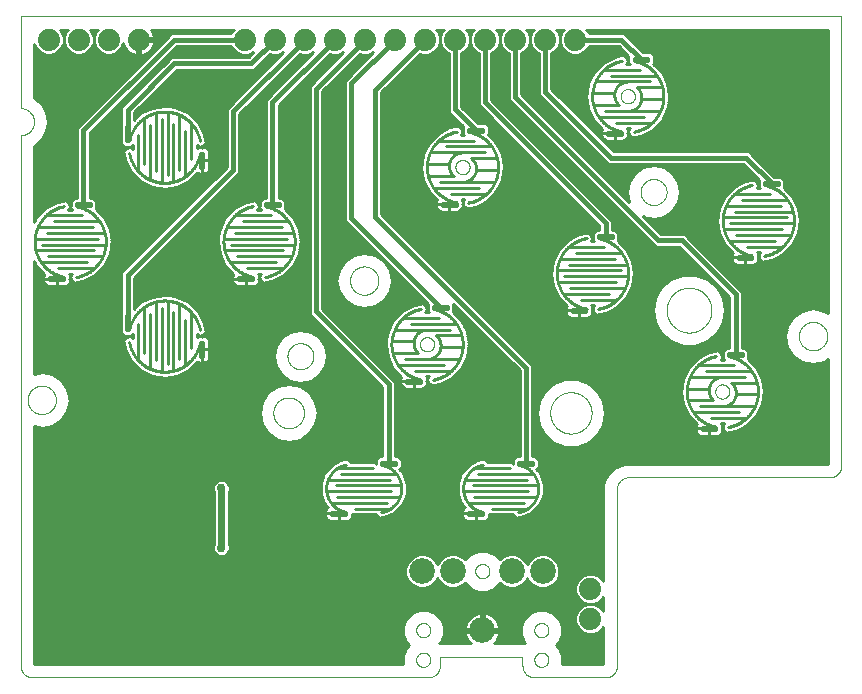
<source format=gtl>
G75*
%MOIN*%
%OFA0B0*%
%FSLAX25Y25*%
%IPPOS*%
%LPD*%
%AMOC8*
5,1,8,0,0,1.08239X$1,22.5*
%
%ADD10C,0.00000*%
%ADD11C,0.00039*%
%ADD12C,0.01000*%
%ADD13C,0.07400*%
%ADD14C,0.08600*%
%ADD15C,0.02978*%
%ADD16C,0.01600*%
%ADD17C,0.02400*%
D10*
X0020725Y0015180D02*
X0020725Y0191951D01*
X0020858Y0191953D01*
X0020991Y0191959D01*
X0021123Y0191969D01*
X0021256Y0191982D01*
X0021387Y0192000D01*
X0021519Y0192021D01*
X0021649Y0192046D01*
X0021779Y0192075D01*
X0021908Y0192108D01*
X0022035Y0192145D01*
X0022162Y0192185D01*
X0022288Y0192229D01*
X0022412Y0192277D01*
X0022534Y0192328D01*
X0022655Y0192383D01*
X0022775Y0192442D01*
X0022892Y0192503D01*
X0023008Y0192569D01*
X0023122Y0192637D01*
X0023234Y0192709D01*
X0023343Y0192785D01*
X0023451Y0192863D01*
X0023556Y0192945D01*
X0023658Y0193029D01*
X0023758Y0193117D01*
X0023856Y0193207D01*
X0023950Y0193301D01*
X0024042Y0193397D01*
X0024131Y0193496D01*
X0024217Y0193597D01*
X0024300Y0193701D01*
X0024380Y0193807D01*
X0024457Y0193915D01*
X0024531Y0194026D01*
X0024601Y0194139D01*
X0024668Y0194253D01*
X0024732Y0194370D01*
X0024792Y0194489D01*
X0024849Y0194609D01*
X0024902Y0194731D01*
X0024951Y0194854D01*
X0024997Y0194979D01*
X0025040Y0195105D01*
X0025078Y0195232D01*
X0025113Y0195361D01*
X0025144Y0195490D01*
X0025171Y0195620D01*
X0025194Y0195751D01*
X0025214Y0195882D01*
X0025229Y0196015D01*
X0025241Y0196147D01*
X0025249Y0196280D01*
X0025253Y0196413D01*
X0025253Y0196545D01*
X0025249Y0196678D01*
X0025241Y0196811D01*
X0025229Y0196943D01*
X0025214Y0197076D01*
X0025194Y0197207D01*
X0025171Y0197338D01*
X0025144Y0197468D01*
X0025113Y0197597D01*
X0025078Y0197726D01*
X0025040Y0197853D01*
X0024997Y0197979D01*
X0024951Y0198104D01*
X0024902Y0198227D01*
X0024849Y0198349D01*
X0024792Y0198469D01*
X0024732Y0198588D01*
X0024668Y0198705D01*
X0024601Y0198819D01*
X0024531Y0198932D01*
X0024457Y0199043D01*
X0024380Y0199151D01*
X0024300Y0199257D01*
X0024217Y0199361D01*
X0024131Y0199462D01*
X0024042Y0199561D01*
X0023950Y0199657D01*
X0023856Y0199751D01*
X0023758Y0199841D01*
X0023658Y0199929D01*
X0023556Y0200013D01*
X0023451Y0200095D01*
X0023343Y0200173D01*
X0023234Y0200249D01*
X0023122Y0200321D01*
X0023008Y0200389D01*
X0022892Y0200455D01*
X0022775Y0200516D01*
X0022655Y0200575D01*
X0022534Y0200630D01*
X0022412Y0200681D01*
X0022288Y0200729D01*
X0022162Y0200773D01*
X0022035Y0200813D01*
X0021908Y0200850D01*
X0021779Y0200883D01*
X0021649Y0200912D01*
X0021519Y0200937D01*
X0021387Y0200958D01*
X0021256Y0200976D01*
X0021123Y0200989D01*
X0020991Y0200999D01*
X0020858Y0201005D01*
X0020725Y0201007D01*
X0020725Y0201006D02*
X0020725Y0231715D01*
X0294347Y0231715D01*
X0294347Y0081912D01*
X0294345Y0081788D01*
X0294339Y0081665D01*
X0294330Y0081541D01*
X0294316Y0081419D01*
X0294299Y0081296D01*
X0294277Y0081174D01*
X0294252Y0081053D01*
X0294223Y0080933D01*
X0294191Y0080814D01*
X0294154Y0080695D01*
X0294114Y0080578D01*
X0294071Y0080463D01*
X0294023Y0080348D01*
X0293972Y0080236D01*
X0293918Y0080125D01*
X0293860Y0080015D01*
X0293799Y0079908D01*
X0293734Y0079802D01*
X0293666Y0079699D01*
X0293595Y0079598D01*
X0293521Y0079499D01*
X0293444Y0079402D01*
X0293363Y0079308D01*
X0293280Y0079217D01*
X0293194Y0079128D01*
X0293105Y0079042D01*
X0293014Y0078959D01*
X0292920Y0078878D01*
X0292823Y0078801D01*
X0292724Y0078727D01*
X0292623Y0078656D01*
X0292520Y0078588D01*
X0292414Y0078523D01*
X0292307Y0078462D01*
X0292197Y0078404D01*
X0292086Y0078350D01*
X0291974Y0078299D01*
X0291859Y0078251D01*
X0291744Y0078208D01*
X0291627Y0078168D01*
X0291508Y0078131D01*
X0291389Y0078099D01*
X0291269Y0078070D01*
X0291148Y0078045D01*
X0291026Y0078023D01*
X0290903Y0078006D01*
X0290781Y0077992D01*
X0290657Y0077983D01*
X0290534Y0077977D01*
X0290410Y0077975D01*
X0223481Y0077975D01*
X0223357Y0077973D01*
X0223234Y0077967D01*
X0223110Y0077958D01*
X0222988Y0077944D01*
X0222865Y0077927D01*
X0222743Y0077905D01*
X0222622Y0077880D01*
X0222502Y0077851D01*
X0222383Y0077819D01*
X0222264Y0077782D01*
X0222147Y0077742D01*
X0222032Y0077699D01*
X0221917Y0077651D01*
X0221805Y0077600D01*
X0221694Y0077546D01*
X0221584Y0077488D01*
X0221477Y0077427D01*
X0221371Y0077362D01*
X0221268Y0077294D01*
X0221167Y0077223D01*
X0221068Y0077149D01*
X0220971Y0077072D01*
X0220877Y0076991D01*
X0220786Y0076908D01*
X0220697Y0076822D01*
X0220611Y0076733D01*
X0220528Y0076642D01*
X0220447Y0076548D01*
X0220370Y0076451D01*
X0220296Y0076352D01*
X0220225Y0076251D01*
X0220157Y0076148D01*
X0220092Y0076042D01*
X0220031Y0075935D01*
X0219973Y0075825D01*
X0219919Y0075714D01*
X0219868Y0075602D01*
X0219820Y0075487D01*
X0219777Y0075372D01*
X0219737Y0075255D01*
X0219700Y0075136D01*
X0219668Y0075017D01*
X0219639Y0074897D01*
X0219614Y0074776D01*
X0219592Y0074654D01*
X0219575Y0074531D01*
X0219561Y0074409D01*
X0219552Y0074285D01*
X0219546Y0074162D01*
X0219544Y0074038D01*
X0219544Y0015180D01*
X0219542Y0015056D01*
X0219536Y0014933D01*
X0219527Y0014809D01*
X0219513Y0014687D01*
X0219496Y0014564D01*
X0219474Y0014442D01*
X0219449Y0014321D01*
X0219420Y0014201D01*
X0219388Y0014082D01*
X0219351Y0013963D01*
X0219311Y0013846D01*
X0219268Y0013731D01*
X0219220Y0013616D01*
X0219169Y0013504D01*
X0219115Y0013393D01*
X0219057Y0013283D01*
X0218996Y0013176D01*
X0218931Y0013070D01*
X0218863Y0012967D01*
X0218792Y0012866D01*
X0218718Y0012767D01*
X0218641Y0012670D01*
X0218560Y0012576D01*
X0218477Y0012485D01*
X0218391Y0012396D01*
X0218302Y0012310D01*
X0218211Y0012227D01*
X0218117Y0012146D01*
X0218020Y0012069D01*
X0217921Y0011995D01*
X0217820Y0011924D01*
X0217717Y0011856D01*
X0217611Y0011791D01*
X0217504Y0011730D01*
X0217394Y0011672D01*
X0217283Y0011618D01*
X0217171Y0011567D01*
X0217056Y0011519D01*
X0216941Y0011476D01*
X0216824Y0011436D01*
X0216705Y0011399D01*
X0216586Y0011367D01*
X0216466Y0011338D01*
X0216345Y0011313D01*
X0216223Y0011291D01*
X0216100Y0011274D01*
X0215978Y0011260D01*
X0215854Y0011251D01*
X0215731Y0011245D01*
X0215607Y0011243D01*
X0191985Y0011243D01*
X0191861Y0011245D01*
X0191738Y0011251D01*
X0191614Y0011260D01*
X0191492Y0011274D01*
X0191369Y0011291D01*
X0191247Y0011313D01*
X0191126Y0011338D01*
X0191006Y0011367D01*
X0190887Y0011399D01*
X0190768Y0011436D01*
X0190651Y0011476D01*
X0190536Y0011519D01*
X0190421Y0011567D01*
X0190309Y0011618D01*
X0190198Y0011672D01*
X0190088Y0011730D01*
X0189981Y0011791D01*
X0189875Y0011856D01*
X0189772Y0011924D01*
X0189671Y0011995D01*
X0189572Y0012069D01*
X0189475Y0012146D01*
X0189381Y0012227D01*
X0189290Y0012310D01*
X0189201Y0012396D01*
X0189115Y0012485D01*
X0189032Y0012576D01*
X0188951Y0012670D01*
X0188874Y0012767D01*
X0188800Y0012866D01*
X0188729Y0012967D01*
X0188661Y0013070D01*
X0188596Y0013176D01*
X0188535Y0013283D01*
X0188477Y0013393D01*
X0188423Y0013504D01*
X0188372Y0013616D01*
X0188324Y0013731D01*
X0188281Y0013846D01*
X0188241Y0013963D01*
X0188204Y0014082D01*
X0188172Y0014201D01*
X0188143Y0014321D01*
X0188118Y0014442D01*
X0188096Y0014564D01*
X0188079Y0014687D01*
X0188065Y0014809D01*
X0188056Y0014933D01*
X0188050Y0015056D01*
X0188048Y0015180D01*
X0188048Y0018132D01*
X0160489Y0018132D01*
X0160489Y0015180D01*
X0160487Y0015056D01*
X0160481Y0014933D01*
X0160472Y0014809D01*
X0160458Y0014687D01*
X0160441Y0014564D01*
X0160419Y0014442D01*
X0160394Y0014321D01*
X0160365Y0014201D01*
X0160333Y0014082D01*
X0160296Y0013963D01*
X0160256Y0013846D01*
X0160213Y0013731D01*
X0160165Y0013616D01*
X0160114Y0013504D01*
X0160060Y0013393D01*
X0160002Y0013283D01*
X0159941Y0013176D01*
X0159876Y0013070D01*
X0159808Y0012967D01*
X0159737Y0012866D01*
X0159663Y0012767D01*
X0159586Y0012670D01*
X0159505Y0012576D01*
X0159422Y0012485D01*
X0159336Y0012396D01*
X0159247Y0012310D01*
X0159156Y0012227D01*
X0159062Y0012146D01*
X0158965Y0012069D01*
X0158866Y0011995D01*
X0158765Y0011924D01*
X0158662Y0011856D01*
X0158556Y0011791D01*
X0158449Y0011730D01*
X0158339Y0011672D01*
X0158228Y0011618D01*
X0158116Y0011567D01*
X0158001Y0011519D01*
X0157886Y0011476D01*
X0157769Y0011436D01*
X0157650Y0011399D01*
X0157531Y0011367D01*
X0157411Y0011338D01*
X0157290Y0011313D01*
X0157168Y0011291D01*
X0157045Y0011274D01*
X0156923Y0011260D01*
X0156799Y0011251D01*
X0156676Y0011245D01*
X0156552Y0011243D01*
X0024662Y0011243D01*
X0024538Y0011245D01*
X0024415Y0011251D01*
X0024291Y0011260D01*
X0024169Y0011274D01*
X0024046Y0011291D01*
X0023924Y0011313D01*
X0023803Y0011338D01*
X0023683Y0011367D01*
X0023564Y0011399D01*
X0023445Y0011436D01*
X0023328Y0011476D01*
X0023213Y0011519D01*
X0023098Y0011567D01*
X0022986Y0011618D01*
X0022875Y0011672D01*
X0022765Y0011730D01*
X0022658Y0011791D01*
X0022552Y0011856D01*
X0022449Y0011924D01*
X0022348Y0011995D01*
X0022249Y0012069D01*
X0022152Y0012146D01*
X0022058Y0012227D01*
X0021967Y0012310D01*
X0021878Y0012396D01*
X0021792Y0012485D01*
X0021709Y0012576D01*
X0021628Y0012670D01*
X0021551Y0012767D01*
X0021477Y0012866D01*
X0021406Y0012967D01*
X0021338Y0013070D01*
X0021273Y0013176D01*
X0021212Y0013283D01*
X0021154Y0013393D01*
X0021100Y0013504D01*
X0021049Y0013616D01*
X0021001Y0013731D01*
X0020958Y0013846D01*
X0020918Y0013963D01*
X0020881Y0014082D01*
X0020849Y0014201D01*
X0020820Y0014321D01*
X0020795Y0014442D01*
X0020773Y0014564D01*
X0020756Y0014687D01*
X0020742Y0014809D01*
X0020733Y0014933D01*
X0020727Y0015056D01*
X0020725Y0015180D01*
X0152615Y0017148D02*
X0152617Y0017245D01*
X0152623Y0017342D01*
X0152633Y0017438D01*
X0152647Y0017534D01*
X0152665Y0017630D01*
X0152686Y0017724D01*
X0152712Y0017818D01*
X0152741Y0017910D01*
X0152775Y0018001D01*
X0152811Y0018091D01*
X0152852Y0018179D01*
X0152896Y0018265D01*
X0152944Y0018350D01*
X0152995Y0018432D01*
X0153049Y0018513D01*
X0153107Y0018591D01*
X0153168Y0018666D01*
X0153231Y0018739D01*
X0153298Y0018810D01*
X0153368Y0018877D01*
X0153440Y0018942D01*
X0153515Y0019003D01*
X0153593Y0019062D01*
X0153672Y0019117D01*
X0153754Y0019169D01*
X0153838Y0019217D01*
X0153924Y0019262D01*
X0154012Y0019304D01*
X0154101Y0019342D01*
X0154192Y0019376D01*
X0154284Y0019406D01*
X0154377Y0019433D01*
X0154472Y0019455D01*
X0154567Y0019474D01*
X0154663Y0019489D01*
X0154759Y0019500D01*
X0154856Y0019507D01*
X0154953Y0019510D01*
X0155050Y0019509D01*
X0155147Y0019504D01*
X0155243Y0019495D01*
X0155339Y0019482D01*
X0155435Y0019465D01*
X0155530Y0019444D01*
X0155623Y0019420D01*
X0155716Y0019391D01*
X0155808Y0019359D01*
X0155898Y0019323D01*
X0155986Y0019284D01*
X0156073Y0019240D01*
X0156158Y0019194D01*
X0156241Y0019143D01*
X0156322Y0019090D01*
X0156400Y0019033D01*
X0156477Y0018973D01*
X0156550Y0018910D01*
X0156621Y0018844D01*
X0156689Y0018775D01*
X0156755Y0018703D01*
X0156817Y0018629D01*
X0156876Y0018552D01*
X0156932Y0018473D01*
X0156985Y0018391D01*
X0157035Y0018308D01*
X0157080Y0018222D01*
X0157123Y0018135D01*
X0157162Y0018046D01*
X0157197Y0017956D01*
X0157228Y0017864D01*
X0157255Y0017771D01*
X0157279Y0017677D01*
X0157299Y0017582D01*
X0157315Y0017486D01*
X0157327Y0017390D01*
X0157335Y0017293D01*
X0157339Y0017196D01*
X0157339Y0017100D01*
X0157335Y0017003D01*
X0157327Y0016906D01*
X0157315Y0016810D01*
X0157299Y0016714D01*
X0157279Y0016619D01*
X0157255Y0016525D01*
X0157228Y0016432D01*
X0157197Y0016340D01*
X0157162Y0016250D01*
X0157123Y0016161D01*
X0157080Y0016074D01*
X0157035Y0015988D01*
X0156985Y0015905D01*
X0156932Y0015823D01*
X0156876Y0015744D01*
X0156817Y0015667D01*
X0156755Y0015593D01*
X0156689Y0015521D01*
X0156621Y0015452D01*
X0156550Y0015386D01*
X0156477Y0015323D01*
X0156400Y0015263D01*
X0156322Y0015206D01*
X0156241Y0015153D01*
X0156158Y0015102D01*
X0156073Y0015056D01*
X0155986Y0015012D01*
X0155898Y0014973D01*
X0155808Y0014937D01*
X0155716Y0014905D01*
X0155623Y0014876D01*
X0155530Y0014852D01*
X0155435Y0014831D01*
X0155339Y0014814D01*
X0155243Y0014801D01*
X0155147Y0014792D01*
X0155050Y0014787D01*
X0154953Y0014786D01*
X0154856Y0014789D01*
X0154759Y0014796D01*
X0154663Y0014807D01*
X0154567Y0014822D01*
X0154472Y0014841D01*
X0154377Y0014863D01*
X0154284Y0014890D01*
X0154192Y0014920D01*
X0154101Y0014954D01*
X0154012Y0014992D01*
X0153924Y0015034D01*
X0153838Y0015079D01*
X0153754Y0015127D01*
X0153672Y0015179D01*
X0153593Y0015234D01*
X0153515Y0015293D01*
X0153440Y0015354D01*
X0153368Y0015419D01*
X0153298Y0015486D01*
X0153231Y0015557D01*
X0153168Y0015630D01*
X0153107Y0015705D01*
X0153049Y0015783D01*
X0152995Y0015864D01*
X0152944Y0015946D01*
X0152896Y0016031D01*
X0152852Y0016117D01*
X0152811Y0016205D01*
X0152775Y0016295D01*
X0152741Y0016386D01*
X0152712Y0016478D01*
X0152686Y0016572D01*
X0152665Y0016666D01*
X0152647Y0016762D01*
X0152633Y0016858D01*
X0152623Y0016954D01*
X0152617Y0017051D01*
X0152615Y0017148D01*
X0152615Y0026991D02*
X0152617Y0027088D01*
X0152623Y0027185D01*
X0152633Y0027281D01*
X0152647Y0027377D01*
X0152665Y0027473D01*
X0152686Y0027567D01*
X0152712Y0027661D01*
X0152741Y0027753D01*
X0152775Y0027844D01*
X0152811Y0027934D01*
X0152852Y0028022D01*
X0152896Y0028108D01*
X0152944Y0028193D01*
X0152995Y0028275D01*
X0153049Y0028356D01*
X0153107Y0028434D01*
X0153168Y0028509D01*
X0153231Y0028582D01*
X0153298Y0028653D01*
X0153368Y0028720D01*
X0153440Y0028785D01*
X0153515Y0028846D01*
X0153593Y0028905D01*
X0153672Y0028960D01*
X0153754Y0029012D01*
X0153838Y0029060D01*
X0153924Y0029105D01*
X0154012Y0029147D01*
X0154101Y0029185D01*
X0154192Y0029219D01*
X0154284Y0029249D01*
X0154377Y0029276D01*
X0154472Y0029298D01*
X0154567Y0029317D01*
X0154663Y0029332D01*
X0154759Y0029343D01*
X0154856Y0029350D01*
X0154953Y0029353D01*
X0155050Y0029352D01*
X0155147Y0029347D01*
X0155243Y0029338D01*
X0155339Y0029325D01*
X0155435Y0029308D01*
X0155530Y0029287D01*
X0155623Y0029263D01*
X0155716Y0029234D01*
X0155808Y0029202D01*
X0155898Y0029166D01*
X0155986Y0029127D01*
X0156073Y0029083D01*
X0156158Y0029037D01*
X0156241Y0028986D01*
X0156322Y0028933D01*
X0156400Y0028876D01*
X0156477Y0028816D01*
X0156550Y0028753D01*
X0156621Y0028687D01*
X0156689Y0028618D01*
X0156755Y0028546D01*
X0156817Y0028472D01*
X0156876Y0028395D01*
X0156932Y0028316D01*
X0156985Y0028234D01*
X0157035Y0028151D01*
X0157080Y0028065D01*
X0157123Y0027978D01*
X0157162Y0027889D01*
X0157197Y0027799D01*
X0157228Y0027707D01*
X0157255Y0027614D01*
X0157279Y0027520D01*
X0157299Y0027425D01*
X0157315Y0027329D01*
X0157327Y0027233D01*
X0157335Y0027136D01*
X0157339Y0027039D01*
X0157339Y0026943D01*
X0157335Y0026846D01*
X0157327Y0026749D01*
X0157315Y0026653D01*
X0157299Y0026557D01*
X0157279Y0026462D01*
X0157255Y0026368D01*
X0157228Y0026275D01*
X0157197Y0026183D01*
X0157162Y0026093D01*
X0157123Y0026004D01*
X0157080Y0025917D01*
X0157035Y0025831D01*
X0156985Y0025748D01*
X0156932Y0025666D01*
X0156876Y0025587D01*
X0156817Y0025510D01*
X0156755Y0025436D01*
X0156689Y0025364D01*
X0156621Y0025295D01*
X0156550Y0025229D01*
X0156477Y0025166D01*
X0156400Y0025106D01*
X0156322Y0025049D01*
X0156241Y0024996D01*
X0156158Y0024945D01*
X0156073Y0024899D01*
X0155986Y0024855D01*
X0155898Y0024816D01*
X0155808Y0024780D01*
X0155716Y0024748D01*
X0155623Y0024719D01*
X0155530Y0024695D01*
X0155435Y0024674D01*
X0155339Y0024657D01*
X0155243Y0024644D01*
X0155147Y0024635D01*
X0155050Y0024630D01*
X0154953Y0024629D01*
X0154856Y0024632D01*
X0154759Y0024639D01*
X0154663Y0024650D01*
X0154567Y0024665D01*
X0154472Y0024684D01*
X0154377Y0024706D01*
X0154284Y0024733D01*
X0154192Y0024763D01*
X0154101Y0024797D01*
X0154012Y0024835D01*
X0153924Y0024877D01*
X0153838Y0024922D01*
X0153754Y0024970D01*
X0153672Y0025022D01*
X0153593Y0025077D01*
X0153515Y0025136D01*
X0153440Y0025197D01*
X0153368Y0025262D01*
X0153298Y0025329D01*
X0153231Y0025400D01*
X0153168Y0025473D01*
X0153107Y0025548D01*
X0153049Y0025626D01*
X0152995Y0025707D01*
X0152944Y0025789D01*
X0152896Y0025874D01*
X0152852Y0025960D01*
X0152811Y0026048D01*
X0152775Y0026138D01*
X0152741Y0026229D01*
X0152712Y0026321D01*
X0152686Y0026415D01*
X0152665Y0026509D01*
X0152647Y0026605D01*
X0152633Y0026701D01*
X0152623Y0026797D01*
X0152617Y0026894D01*
X0152615Y0026991D01*
X0172300Y0046676D02*
X0172302Y0046773D01*
X0172308Y0046870D01*
X0172318Y0046966D01*
X0172332Y0047062D01*
X0172350Y0047158D01*
X0172371Y0047252D01*
X0172397Y0047346D01*
X0172426Y0047438D01*
X0172460Y0047529D01*
X0172496Y0047619D01*
X0172537Y0047707D01*
X0172581Y0047793D01*
X0172629Y0047878D01*
X0172680Y0047960D01*
X0172734Y0048041D01*
X0172792Y0048119D01*
X0172853Y0048194D01*
X0172916Y0048267D01*
X0172983Y0048338D01*
X0173053Y0048405D01*
X0173125Y0048470D01*
X0173200Y0048531D01*
X0173278Y0048590D01*
X0173357Y0048645D01*
X0173439Y0048697D01*
X0173523Y0048745D01*
X0173609Y0048790D01*
X0173697Y0048832D01*
X0173786Y0048870D01*
X0173877Y0048904D01*
X0173969Y0048934D01*
X0174062Y0048961D01*
X0174157Y0048983D01*
X0174252Y0049002D01*
X0174348Y0049017D01*
X0174444Y0049028D01*
X0174541Y0049035D01*
X0174638Y0049038D01*
X0174735Y0049037D01*
X0174832Y0049032D01*
X0174928Y0049023D01*
X0175024Y0049010D01*
X0175120Y0048993D01*
X0175215Y0048972D01*
X0175308Y0048948D01*
X0175401Y0048919D01*
X0175493Y0048887D01*
X0175583Y0048851D01*
X0175671Y0048812D01*
X0175758Y0048768D01*
X0175843Y0048722D01*
X0175926Y0048671D01*
X0176007Y0048618D01*
X0176085Y0048561D01*
X0176162Y0048501D01*
X0176235Y0048438D01*
X0176306Y0048372D01*
X0176374Y0048303D01*
X0176440Y0048231D01*
X0176502Y0048157D01*
X0176561Y0048080D01*
X0176617Y0048001D01*
X0176670Y0047919D01*
X0176720Y0047836D01*
X0176765Y0047750D01*
X0176808Y0047663D01*
X0176847Y0047574D01*
X0176882Y0047484D01*
X0176913Y0047392D01*
X0176940Y0047299D01*
X0176964Y0047205D01*
X0176984Y0047110D01*
X0177000Y0047014D01*
X0177012Y0046918D01*
X0177020Y0046821D01*
X0177024Y0046724D01*
X0177024Y0046628D01*
X0177020Y0046531D01*
X0177012Y0046434D01*
X0177000Y0046338D01*
X0176984Y0046242D01*
X0176964Y0046147D01*
X0176940Y0046053D01*
X0176913Y0045960D01*
X0176882Y0045868D01*
X0176847Y0045778D01*
X0176808Y0045689D01*
X0176765Y0045602D01*
X0176720Y0045516D01*
X0176670Y0045433D01*
X0176617Y0045351D01*
X0176561Y0045272D01*
X0176502Y0045195D01*
X0176440Y0045121D01*
X0176374Y0045049D01*
X0176306Y0044980D01*
X0176235Y0044914D01*
X0176162Y0044851D01*
X0176085Y0044791D01*
X0176007Y0044734D01*
X0175926Y0044681D01*
X0175843Y0044630D01*
X0175758Y0044584D01*
X0175671Y0044540D01*
X0175583Y0044501D01*
X0175493Y0044465D01*
X0175401Y0044433D01*
X0175308Y0044404D01*
X0175215Y0044380D01*
X0175120Y0044359D01*
X0175024Y0044342D01*
X0174928Y0044329D01*
X0174832Y0044320D01*
X0174735Y0044315D01*
X0174638Y0044314D01*
X0174541Y0044317D01*
X0174444Y0044324D01*
X0174348Y0044335D01*
X0174252Y0044350D01*
X0174157Y0044369D01*
X0174062Y0044391D01*
X0173969Y0044418D01*
X0173877Y0044448D01*
X0173786Y0044482D01*
X0173697Y0044520D01*
X0173609Y0044562D01*
X0173523Y0044607D01*
X0173439Y0044655D01*
X0173357Y0044707D01*
X0173278Y0044762D01*
X0173200Y0044821D01*
X0173125Y0044882D01*
X0173053Y0044947D01*
X0172983Y0045014D01*
X0172916Y0045085D01*
X0172853Y0045158D01*
X0172792Y0045233D01*
X0172734Y0045311D01*
X0172680Y0045392D01*
X0172629Y0045474D01*
X0172581Y0045559D01*
X0172537Y0045645D01*
X0172496Y0045733D01*
X0172460Y0045823D01*
X0172426Y0045914D01*
X0172397Y0046006D01*
X0172371Y0046100D01*
X0172350Y0046194D01*
X0172332Y0046290D01*
X0172318Y0046386D01*
X0172308Y0046482D01*
X0172302Y0046579D01*
X0172300Y0046676D01*
X0191985Y0026991D02*
X0191987Y0027088D01*
X0191993Y0027185D01*
X0192003Y0027281D01*
X0192017Y0027377D01*
X0192035Y0027473D01*
X0192056Y0027567D01*
X0192082Y0027661D01*
X0192111Y0027753D01*
X0192145Y0027844D01*
X0192181Y0027934D01*
X0192222Y0028022D01*
X0192266Y0028108D01*
X0192314Y0028193D01*
X0192365Y0028275D01*
X0192419Y0028356D01*
X0192477Y0028434D01*
X0192538Y0028509D01*
X0192601Y0028582D01*
X0192668Y0028653D01*
X0192738Y0028720D01*
X0192810Y0028785D01*
X0192885Y0028846D01*
X0192963Y0028905D01*
X0193042Y0028960D01*
X0193124Y0029012D01*
X0193208Y0029060D01*
X0193294Y0029105D01*
X0193382Y0029147D01*
X0193471Y0029185D01*
X0193562Y0029219D01*
X0193654Y0029249D01*
X0193747Y0029276D01*
X0193842Y0029298D01*
X0193937Y0029317D01*
X0194033Y0029332D01*
X0194129Y0029343D01*
X0194226Y0029350D01*
X0194323Y0029353D01*
X0194420Y0029352D01*
X0194517Y0029347D01*
X0194613Y0029338D01*
X0194709Y0029325D01*
X0194805Y0029308D01*
X0194900Y0029287D01*
X0194993Y0029263D01*
X0195086Y0029234D01*
X0195178Y0029202D01*
X0195268Y0029166D01*
X0195356Y0029127D01*
X0195443Y0029083D01*
X0195528Y0029037D01*
X0195611Y0028986D01*
X0195692Y0028933D01*
X0195770Y0028876D01*
X0195847Y0028816D01*
X0195920Y0028753D01*
X0195991Y0028687D01*
X0196059Y0028618D01*
X0196125Y0028546D01*
X0196187Y0028472D01*
X0196246Y0028395D01*
X0196302Y0028316D01*
X0196355Y0028234D01*
X0196405Y0028151D01*
X0196450Y0028065D01*
X0196493Y0027978D01*
X0196532Y0027889D01*
X0196567Y0027799D01*
X0196598Y0027707D01*
X0196625Y0027614D01*
X0196649Y0027520D01*
X0196669Y0027425D01*
X0196685Y0027329D01*
X0196697Y0027233D01*
X0196705Y0027136D01*
X0196709Y0027039D01*
X0196709Y0026943D01*
X0196705Y0026846D01*
X0196697Y0026749D01*
X0196685Y0026653D01*
X0196669Y0026557D01*
X0196649Y0026462D01*
X0196625Y0026368D01*
X0196598Y0026275D01*
X0196567Y0026183D01*
X0196532Y0026093D01*
X0196493Y0026004D01*
X0196450Y0025917D01*
X0196405Y0025831D01*
X0196355Y0025748D01*
X0196302Y0025666D01*
X0196246Y0025587D01*
X0196187Y0025510D01*
X0196125Y0025436D01*
X0196059Y0025364D01*
X0195991Y0025295D01*
X0195920Y0025229D01*
X0195847Y0025166D01*
X0195770Y0025106D01*
X0195692Y0025049D01*
X0195611Y0024996D01*
X0195528Y0024945D01*
X0195443Y0024899D01*
X0195356Y0024855D01*
X0195268Y0024816D01*
X0195178Y0024780D01*
X0195086Y0024748D01*
X0194993Y0024719D01*
X0194900Y0024695D01*
X0194805Y0024674D01*
X0194709Y0024657D01*
X0194613Y0024644D01*
X0194517Y0024635D01*
X0194420Y0024630D01*
X0194323Y0024629D01*
X0194226Y0024632D01*
X0194129Y0024639D01*
X0194033Y0024650D01*
X0193937Y0024665D01*
X0193842Y0024684D01*
X0193747Y0024706D01*
X0193654Y0024733D01*
X0193562Y0024763D01*
X0193471Y0024797D01*
X0193382Y0024835D01*
X0193294Y0024877D01*
X0193208Y0024922D01*
X0193124Y0024970D01*
X0193042Y0025022D01*
X0192963Y0025077D01*
X0192885Y0025136D01*
X0192810Y0025197D01*
X0192738Y0025262D01*
X0192668Y0025329D01*
X0192601Y0025400D01*
X0192538Y0025473D01*
X0192477Y0025548D01*
X0192419Y0025626D01*
X0192365Y0025707D01*
X0192314Y0025789D01*
X0192266Y0025874D01*
X0192222Y0025960D01*
X0192181Y0026048D01*
X0192145Y0026138D01*
X0192111Y0026229D01*
X0192082Y0026321D01*
X0192056Y0026415D01*
X0192035Y0026509D01*
X0192017Y0026605D01*
X0192003Y0026701D01*
X0191993Y0026797D01*
X0191987Y0026894D01*
X0191985Y0026991D01*
X0191985Y0017148D02*
X0191987Y0017245D01*
X0191993Y0017342D01*
X0192003Y0017438D01*
X0192017Y0017534D01*
X0192035Y0017630D01*
X0192056Y0017724D01*
X0192082Y0017818D01*
X0192111Y0017910D01*
X0192145Y0018001D01*
X0192181Y0018091D01*
X0192222Y0018179D01*
X0192266Y0018265D01*
X0192314Y0018350D01*
X0192365Y0018432D01*
X0192419Y0018513D01*
X0192477Y0018591D01*
X0192538Y0018666D01*
X0192601Y0018739D01*
X0192668Y0018810D01*
X0192738Y0018877D01*
X0192810Y0018942D01*
X0192885Y0019003D01*
X0192963Y0019062D01*
X0193042Y0019117D01*
X0193124Y0019169D01*
X0193208Y0019217D01*
X0193294Y0019262D01*
X0193382Y0019304D01*
X0193471Y0019342D01*
X0193562Y0019376D01*
X0193654Y0019406D01*
X0193747Y0019433D01*
X0193842Y0019455D01*
X0193937Y0019474D01*
X0194033Y0019489D01*
X0194129Y0019500D01*
X0194226Y0019507D01*
X0194323Y0019510D01*
X0194420Y0019509D01*
X0194517Y0019504D01*
X0194613Y0019495D01*
X0194709Y0019482D01*
X0194805Y0019465D01*
X0194900Y0019444D01*
X0194993Y0019420D01*
X0195086Y0019391D01*
X0195178Y0019359D01*
X0195268Y0019323D01*
X0195356Y0019284D01*
X0195443Y0019240D01*
X0195528Y0019194D01*
X0195611Y0019143D01*
X0195692Y0019090D01*
X0195770Y0019033D01*
X0195847Y0018973D01*
X0195920Y0018910D01*
X0195991Y0018844D01*
X0196059Y0018775D01*
X0196125Y0018703D01*
X0196187Y0018629D01*
X0196246Y0018552D01*
X0196302Y0018473D01*
X0196355Y0018391D01*
X0196405Y0018308D01*
X0196450Y0018222D01*
X0196493Y0018135D01*
X0196532Y0018046D01*
X0196567Y0017956D01*
X0196598Y0017864D01*
X0196625Y0017771D01*
X0196649Y0017677D01*
X0196669Y0017582D01*
X0196685Y0017486D01*
X0196697Y0017390D01*
X0196705Y0017293D01*
X0196709Y0017196D01*
X0196709Y0017100D01*
X0196705Y0017003D01*
X0196697Y0016906D01*
X0196685Y0016810D01*
X0196669Y0016714D01*
X0196649Y0016619D01*
X0196625Y0016525D01*
X0196598Y0016432D01*
X0196567Y0016340D01*
X0196532Y0016250D01*
X0196493Y0016161D01*
X0196450Y0016074D01*
X0196405Y0015988D01*
X0196355Y0015905D01*
X0196302Y0015823D01*
X0196246Y0015744D01*
X0196187Y0015667D01*
X0196125Y0015593D01*
X0196059Y0015521D01*
X0195991Y0015452D01*
X0195920Y0015386D01*
X0195847Y0015323D01*
X0195770Y0015263D01*
X0195692Y0015206D01*
X0195611Y0015153D01*
X0195528Y0015102D01*
X0195443Y0015056D01*
X0195356Y0015012D01*
X0195268Y0014973D01*
X0195178Y0014937D01*
X0195086Y0014905D01*
X0194993Y0014876D01*
X0194900Y0014852D01*
X0194805Y0014831D01*
X0194709Y0014814D01*
X0194613Y0014801D01*
X0194517Y0014792D01*
X0194420Y0014787D01*
X0194323Y0014786D01*
X0194226Y0014789D01*
X0194129Y0014796D01*
X0194033Y0014807D01*
X0193937Y0014822D01*
X0193842Y0014841D01*
X0193747Y0014863D01*
X0193654Y0014890D01*
X0193562Y0014920D01*
X0193471Y0014954D01*
X0193382Y0014992D01*
X0193294Y0015034D01*
X0193208Y0015079D01*
X0193124Y0015127D01*
X0193042Y0015179D01*
X0192963Y0015234D01*
X0192885Y0015293D01*
X0192810Y0015354D01*
X0192738Y0015419D01*
X0192668Y0015486D01*
X0192601Y0015557D01*
X0192538Y0015630D01*
X0192477Y0015705D01*
X0192419Y0015783D01*
X0192365Y0015864D01*
X0192314Y0015946D01*
X0192266Y0016031D01*
X0192222Y0016117D01*
X0192181Y0016205D01*
X0192145Y0016295D01*
X0192111Y0016386D01*
X0192082Y0016478D01*
X0192056Y0016572D01*
X0192035Y0016666D01*
X0192017Y0016762D01*
X0192003Y0016858D01*
X0191993Y0016954D01*
X0191987Y0017051D01*
X0191985Y0017148D01*
X0153875Y0122306D02*
X0153877Y0122403D01*
X0153883Y0122500D01*
X0153893Y0122596D01*
X0153907Y0122692D01*
X0153925Y0122788D01*
X0153946Y0122882D01*
X0153972Y0122976D01*
X0154001Y0123068D01*
X0154035Y0123159D01*
X0154071Y0123249D01*
X0154112Y0123337D01*
X0154156Y0123423D01*
X0154204Y0123508D01*
X0154255Y0123590D01*
X0154309Y0123671D01*
X0154367Y0123749D01*
X0154428Y0123824D01*
X0154491Y0123897D01*
X0154558Y0123968D01*
X0154628Y0124035D01*
X0154700Y0124100D01*
X0154775Y0124161D01*
X0154853Y0124220D01*
X0154932Y0124275D01*
X0155014Y0124327D01*
X0155098Y0124375D01*
X0155184Y0124420D01*
X0155272Y0124462D01*
X0155361Y0124500D01*
X0155452Y0124534D01*
X0155544Y0124564D01*
X0155637Y0124591D01*
X0155732Y0124613D01*
X0155827Y0124632D01*
X0155923Y0124647D01*
X0156019Y0124658D01*
X0156116Y0124665D01*
X0156213Y0124668D01*
X0156310Y0124667D01*
X0156407Y0124662D01*
X0156503Y0124653D01*
X0156599Y0124640D01*
X0156695Y0124623D01*
X0156790Y0124602D01*
X0156883Y0124578D01*
X0156976Y0124549D01*
X0157068Y0124517D01*
X0157158Y0124481D01*
X0157246Y0124442D01*
X0157333Y0124398D01*
X0157418Y0124352D01*
X0157501Y0124301D01*
X0157582Y0124248D01*
X0157660Y0124191D01*
X0157737Y0124131D01*
X0157810Y0124068D01*
X0157881Y0124002D01*
X0157949Y0123933D01*
X0158015Y0123861D01*
X0158077Y0123787D01*
X0158136Y0123710D01*
X0158192Y0123631D01*
X0158245Y0123549D01*
X0158295Y0123466D01*
X0158340Y0123380D01*
X0158383Y0123293D01*
X0158422Y0123204D01*
X0158457Y0123114D01*
X0158488Y0123022D01*
X0158515Y0122929D01*
X0158539Y0122835D01*
X0158559Y0122740D01*
X0158575Y0122644D01*
X0158587Y0122548D01*
X0158595Y0122451D01*
X0158599Y0122354D01*
X0158599Y0122258D01*
X0158595Y0122161D01*
X0158587Y0122064D01*
X0158575Y0121968D01*
X0158559Y0121872D01*
X0158539Y0121777D01*
X0158515Y0121683D01*
X0158488Y0121590D01*
X0158457Y0121498D01*
X0158422Y0121408D01*
X0158383Y0121319D01*
X0158340Y0121232D01*
X0158295Y0121146D01*
X0158245Y0121063D01*
X0158192Y0120981D01*
X0158136Y0120902D01*
X0158077Y0120825D01*
X0158015Y0120751D01*
X0157949Y0120679D01*
X0157881Y0120610D01*
X0157810Y0120544D01*
X0157737Y0120481D01*
X0157660Y0120421D01*
X0157582Y0120364D01*
X0157501Y0120311D01*
X0157418Y0120260D01*
X0157333Y0120214D01*
X0157246Y0120170D01*
X0157158Y0120131D01*
X0157068Y0120095D01*
X0156976Y0120063D01*
X0156883Y0120034D01*
X0156790Y0120010D01*
X0156695Y0119989D01*
X0156599Y0119972D01*
X0156503Y0119959D01*
X0156407Y0119950D01*
X0156310Y0119945D01*
X0156213Y0119944D01*
X0156116Y0119947D01*
X0156019Y0119954D01*
X0155923Y0119965D01*
X0155827Y0119980D01*
X0155732Y0119999D01*
X0155637Y0120021D01*
X0155544Y0120048D01*
X0155452Y0120078D01*
X0155361Y0120112D01*
X0155272Y0120150D01*
X0155184Y0120192D01*
X0155098Y0120237D01*
X0155014Y0120285D01*
X0154932Y0120337D01*
X0154853Y0120392D01*
X0154775Y0120451D01*
X0154700Y0120512D01*
X0154628Y0120577D01*
X0154558Y0120644D01*
X0154491Y0120715D01*
X0154428Y0120788D01*
X0154367Y0120863D01*
X0154309Y0120941D01*
X0154255Y0121022D01*
X0154204Y0121104D01*
X0154156Y0121189D01*
X0154112Y0121275D01*
X0154071Y0121363D01*
X0154035Y0121453D01*
X0154001Y0121544D01*
X0153972Y0121636D01*
X0153946Y0121730D01*
X0153925Y0121824D01*
X0153907Y0121920D01*
X0153893Y0122016D01*
X0153883Y0122112D01*
X0153877Y0122209D01*
X0153875Y0122306D01*
X0165686Y0181361D02*
X0165688Y0181458D01*
X0165694Y0181555D01*
X0165704Y0181651D01*
X0165718Y0181747D01*
X0165736Y0181843D01*
X0165757Y0181937D01*
X0165783Y0182031D01*
X0165812Y0182123D01*
X0165846Y0182214D01*
X0165882Y0182304D01*
X0165923Y0182392D01*
X0165967Y0182478D01*
X0166015Y0182563D01*
X0166066Y0182645D01*
X0166120Y0182726D01*
X0166178Y0182804D01*
X0166239Y0182879D01*
X0166302Y0182952D01*
X0166369Y0183023D01*
X0166439Y0183090D01*
X0166511Y0183155D01*
X0166586Y0183216D01*
X0166664Y0183275D01*
X0166743Y0183330D01*
X0166825Y0183382D01*
X0166909Y0183430D01*
X0166995Y0183475D01*
X0167083Y0183517D01*
X0167172Y0183555D01*
X0167263Y0183589D01*
X0167355Y0183619D01*
X0167448Y0183646D01*
X0167543Y0183668D01*
X0167638Y0183687D01*
X0167734Y0183702D01*
X0167830Y0183713D01*
X0167927Y0183720D01*
X0168024Y0183723D01*
X0168121Y0183722D01*
X0168218Y0183717D01*
X0168314Y0183708D01*
X0168410Y0183695D01*
X0168506Y0183678D01*
X0168601Y0183657D01*
X0168694Y0183633D01*
X0168787Y0183604D01*
X0168879Y0183572D01*
X0168969Y0183536D01*
X0169057Y0183497D01*
X0169144Y0183453D01*
X0169229Y0183407D01*
X0169312Y0183356D01*
X0169393Y0183303D01*
X0169471Y0183246D01*
X0169548Y0183186D01*
X0169621Y0183123D01*
X0169692Y0183057D01*
X0169760Y0182988D01*
X0169826Y0182916D01*
X0169888Y0182842D01*
X0169947Y0182765D01*
X0170003Y0182686D01*
X0170056Y0182604D01*
X0170106Y0182521D01*
X0170151Y0182435D01*
X0170194Y0182348D01*
X0170233Y0182259D01*
X0170268Y0182169D01*
X0170299Y0182077D01*
X0170326Y0181984D01*
X0170350Y0181890D01*
X0170370Y0181795D01*
X0170386Y0181699D01*
X0170398Y0181603D01*
X0170406Y0181506D01*
X0170410Y0181409D01*
X0170410Y0181313D01*
X0170406Y0181216D01*
X0170398Y0181119D01*
X0170386Y0181023D01*
X0170370Y0180927D01*
X0170350Y0180832D01*
X0170326Y0180738D01*
X0170299Y0180645D01*
X0170268Y0180553D01*
X0170233Y0180463D01*
X0170194Y0180374D01*
X0170151Y0180287D01*
X0170106Y0180201D01*
X0170056Y0180118D01*
X0170003Y0180036D01*
X0169947Y0179957D01*
X0169888Y0179880D01*
X0169826Y0179806D01*
X0169760Y0179734D01*
X0169692Y0179665D01*
X0169621Y0179599D01*
X0169548Y0179536D01*
X0169471Y0179476D01*
X0169393Y0179419D01*
X0169312Y0179366D01*
X0169229Y0179315D01*
X0169144Y0179269D01*
X0169057Y0179225D01*
X0168969Y0179186D01*
X0168879Y0179150D01*
X0168787Y0179118D01*
X0168694Y0179089D01*
X0168601Y0179065D01*
X0168506Y0179044D01*
X0168410Y0179027D01*
X0168314Y0179014D01*
X0168218Y0179005D01*
X0168121Y0179000D01*
X0168024Y0178999D01*
X0167927Y0179002D01*
X0167830Y0179009D01*
X0167734Y0179020D01*
X0167638Y0179035D01*
X0167543Y0179054D01*
X0167448Y0179076D01*
X0167355Y0179103D01*
X0167263Y0179133D01*
X0167172Y0179167D01*
X0167083Y0179205D01*
X0166995Y0179247D01*
X0166909Y0179292D01*
X0166825Y0179340D01*
X0166743Y0179392D01*
X0166664Y0179447D01*
X0166586Y0179506D01*
X0166511Y0179567D01*
X0166439Y0179632D01*
X0166369Y0179699D01*
X0166302Y0179770D01*
X0166239Y0179843D01*
X0166178Y0179918D01*
X0166120Y0179996D01*
X0166066Y0180077D01*
X0166015Y0180159D01*
X0165967Y0180244D01*
X0165923Y0180330D01*
X0165882Y0180418D01*
X0165846Y0180508D01*
X0165812Y0180599D01*
X0165783Y0180691D01*
X0165757Y0180785D01*
X0165736Y0180879D01*
X0165718Y0180975D01*
X0165704Y0181071D01*
X0165694Y0181167D01*
X0165688Y0181264D01*
X0165686Y0181361D01*
X0220804Y0204983D02*
X0220806Y0205080D01*
X0220812Y0205177D01*
X0220822Y0205273D01*
X0220836Y0205369D01*
X0220854Y0205465D01*
X0220875Y0205559D01*
X0220901Y0205653D01*
X0220930Y0205745D01*
X0220964Y0205836D01*
X0221000Y0205926D01*
X0221041Y0206014D01*
X0221085Y0206100D01*
X0221133Y0206185D01*
X0221184Y0206267D01*
X0221238Y0206348D01*
X0221296Y0206426D01*
X0221357Y0206501D01*
X0221420Y0206574D01*
X0221487Y0206645D01*
X0221557Y0206712D01*
X0221629Y0206777D01*
X0221704Y0206838D01*
X0221782Y0206897D01*
X0221861Y0206952D01*
X0221943Y0207004D01*
X0222027Y0207052D01*
X0222113Y0207097D01*
X0222201Y0207139D01*
X0222290Y0207177D01*
X0222381Y0207211D01*
X0222473Y0207241D01*
X0222566Y0207268D01*
X0222661Y0207290D01*
X0222756Y0207309D01*
X0222852Y0207324D01*
X0222948Y0207335D01*
X0223045Y0207342D01*
X0223142Y0207345D01*
X0223239Y0207344D01*
X0223336Y0207339D01*
X0223432Y0207330D01*
X0223528Y0207317D01*
X0223624Y0207300D01*
X0223719Y0207279D01*
X0223812Y0207255D01*
X0223905Y0207226D01*
X0223997Y0207194D01*
X0224087Y0207158D01*
X0224175Y0207119D01*
X0224262Y0207075D01*
X0224347Y0207029D01*
X0224430Y0206978D01*
X0224511Y0206925D01*
X0224589Y0206868D01*
X0224666Y0206808D01*
X0224739Y0206745D01*
X0224810Y0206679D01*
X0224878Y0206610D01*
X0224944Y0206538D01*
X0225006Y0206464D01*
X0225065Y0206387D01*
X0225121Y0206308D01*
X0225174Y0206226D01*
X0225224Y0206143D01*
X0225269Y0206057D01*
X0225312Y0205970D01*
X0225351Y0205881D01*
X0225386Y0205791D01*
X0225417Y0205699D01*
X0225444Y0205606D01*
X0225468Y0205512D01*
X0225488Y0205417D01*
X0225504Y0205321D01*
X0225516Y0205225D01*
X0225524Y0205128D01*
X0225528Y0205031D01*
X0225528Y0204935D01*
X0225524Y0204838D01*
X0225516Y0204741D01*
X0225504Y0204645D01*
X0225488Y0204549D01*
X0225468Y0204454D01*
X0225444Y0204360D01*
X0225417Y0204267D01*
X0225386Y0204175D01*
X0225351Y0204085D01*
X0225312Y0203996D01*
X0225269Y0203909D01*
X0225224Y0203823D01*
X0225174Y0203740D01*
X0225121Y0203658D01*
X0225065Y0203579D01*
X0225006Y0203502D01*
X0224944Y0203428D01*
X0224878Y0203356D01*
X0224810Y0203287D01*
X0224739Y0203221D01*
X0224666Y0203158D01*
X0224589Y0203098D01*
X0224511Y0203041D01*
X0224430Y0202988D01*
X0224347Y0202937D01*
X0224262Y0202891D01*
X0224175Y0202847D01*
X0224087Y0202808D01*
X0223997Y0202772D01*
X0223905Y0202740D01*
X0223812Y0202711D01*
X0223719Y0202687D01*
X0223624Y0202666D01*
X0223528Y0202649D01*
X0223432Y0202636D01*
X0223336Y0202627D01*
X0223239Y0202622D01*
X0223142Y0202621D01*
X0223045Y0202624D01*
X0222948Y0202631D01*
X0222852Y0202642D01*
X0222756Y0202657D01*
X0222661Y0202676D01*
X0222566Y0202698D01*
X0222473Y0202725D01*
X0222381Y0202755D01*
X0222290Y0202789D01*
X0222201Y0202827D01*
X0222113Y0202869D01*
X0222027Y0202914D01*
X0221943Y0202962D01*
X0221861Y0203014D01*
X0221782Y0203069D01*
X0221704Y0203128D01*
X0221629Y0203189D01*
X0221557Y0203254D01*
X0221487Y0203321D01*
X0221420Y0203392D01*
X0221357Y0203465D01*
X0221296Y0203540D01*
X0221238Y0203618D01*
X0221184Y0203699D01*
X0221133Y0203781D01*
X0221085Y0203866D01*
X0221041Y0203952D01*
X0221000Y0204040D01*
X0220964Y0204130D01*
X0220930Y0204221D01*
X0220901Y0204313D01*
X0220875Y0204407D01*
X0220854Y0204501D01*
X0220836Y0204597D01*
X0220822Y0204693D01*
X0220812Y0204789D01*
X0220806Y0204886D01*
X0220804Y0204983D01*
X0252300Y0106557D02*
X0252302Y0106654D01*
X0252308Y0106751D01*
X0252318Y0106847D01*
X0252332Y0106943D01*
X0252350Y0107039D01*
X0252371Y0107133D01*
X0252397Y0107227D01*
X0252426Y0107319D01*
X0252460Y0107410D01*
X0252496Y0107500D01*
X0252537Y0107588D01*
X0252581Y0107674D01*
X0252629Y0107759D01*
X0252680Y0107841D01*
X0252734Y0107922D01*
X0252792Y0108000D01*
X0252853Y0108075D01*
X0252916Y0108148D01*
X0252983Y0108219D01*
X0253053Y0108286D01*
X0253125Y0108351D01*
X0253200Y0108412D01*
X0253278Y0108471D01*
X0253357Y0108526D01*
X0253439Y0108578D01*
X0253523Y0108626D01*
X0253609Y0108671D01*
X0253697Y0108713D01*
X0253786Y0108751D01*
X0253877Y0108785D01*
X0253969Y0108815D01*
X0254062Y0108842D01*
X0254157Y0108864D01*
X0254252Y0108883D01*
X0254348Y0108898D01*
X0254444Y0108909D01*
X0254541Y0108916D01*
X0254638Y0108919D01*
X0254735Y0108918D01*
X0254832Y0108913D01*
X0254928Y0108904D01*
X0255024Y0108891D01*
X0255120Y0108874D01*
X0255215Y0108853D01*
X0255308Y0108829D01*
X0255401Y0108800D01*
X0255493Y0108768D01*
X0255583Y0108732D01*
X0255671Y0108693D01*
X0255758Y0108649D01*
X0255843Y0108603D01*
X0255926Y0108552D01*
X0256007Y0108499D01*
X0256085Y0108442D01*
X0256162Y0108382D01*
X0256235Y0108319D01*
X0256306Y0108253D01*
X0256374Y0108184D01*
X0256440Y0108112D01*
X0256502Y0108038D01*
X0256561Y0107961D01*
X0256617Y0107882D01*
X0256670Y0107800D01*
X0256720Y0107717D01*
X0256765Y0107631D01*
X0256808Y0107544D01*
X0256847Y0107455D01*
X0256882Y0107365D01*
X0256913Y0107273D01*
X0256940Y0107180D01*
X0256964Y0107086D01*
X0256984Y0106991D01*
X0257000Y0106895D01*
X0257012Y0106799D01*
X0257020Y0106702D01*
X0257024Y0106605D01*
X0257024Y0106509D01*
X0257020Y0106412D01*
X0257012Y0106315D01*
X0257000Y0106219D01*
X0256984Y0106123D01*
X0256964Y0106028D01*
X0256940Y0105934D01*
X0256913Y0105841D01*
X0256882Y0105749D01*
X0256847Y0105659D01*
X0256808Y0105570D01*
X0256765Y0105483D01*
X0256720Y0105397D01*
X0256670Y0105314D01*
X0256617Y0105232D01*
X0256561Y0105153D01*
X0256502Y0105076D01*
X0256440Y0105002D01*
X0256374Y0104930D01*
X0256306Y0104861D01*
X0256235Y0104795D01*
X0256162Y0104732D01*
X0256085Y0104672D01*
X0256007Y0104615D01*
X0255926Y0104562D01*
X0255843Y0104511D01*
X0255758Y0104465D01*
X0255671Y0104421D01*
X0255583Y0104382D01*
X0255493Y0104346D01*
X0255401Y0104314D01*
X0255308Y0104285D01*
X0255215Y0104261D01*
X0255120Y0104240D01*
X0255024Y0104223D01*
X0254928Y0104210D01*
X0254832Y0104201D01*
X0254735Y0104196D01*
X0254638Y0104195D01*
X0254541Y0104198D01*
X0254444Y0104205D01*
X0254348Y0104216D01*
X0254252Y0104231D01*
X0254157Y0104250D01*
X0254062Y0104272D01*
X0253969Y0104299D01*
X0253877Y0104329D01*
X0253786Y0104363D01*
X0253697Y0104401D01*
X0253609Y0104443D01*
X0253523Y0104488D01*
X0253439Y0104536D01*
X0253357Y0104588D01*
X0253278Y0104643D01*
X0253200Y0104702D01*
X0253125Y0104763D01*
X0253053Y0104828D01*
X0252983Y0104895D01*
X0252916Y0104966D01*
X0252853Y0105039D01*
X0252792Y0105114D01*
X0252734Y0105192D01*
X0252680Y0105273D01*
X0252629Y0105355D01*
X0252581Y0105440D01*
X0252537Y0105526D01*
X0252496Y0105614D01*
X0252460Y0105704D01*
X0252426Y0105795D01*
X0252397Y0105887D01*
X0252371Y0105981D01*
X0252350Y0106075D01*
X0252332Y0106171D01*
X0252318Y0106267D01*
X0252308Y0106363D01*
X0252302Y0106460D01*
X0252300Y0106557D01*
D11*
X0236080Y0133683D02*
X0236082Y0133867D01*
X0236089Y0134050D01*
X0236100Y0134233D01*
X0236116Y0134416D01*
X0236136Y0134599D01*
X0236161Y0134781D01*
X0236190Y0134962D01*
X0236224Y0135142D01*
X0236262Y0135322D01*
X0236304Y0135500D01*
X0236351Y0135678D01*
X0236402Y0135854D01*
X0236458Y0136029D01*
X0236517Y0136203D01*
X0236581Y0136375D01*
X0236649Y0136545D01*
X0236722Y0136714D01*
X0236798Y0136881D01*
X0236879Y0137046D01*
X0236963Y0137209D01*
X0237052Y0137370D01*
X0237144Y0137528D01*
X0237240Y0137685D01*
X0237341Y0137839D01*
X0237444Y0137990D01*
X0237552Y0138139D01*
X0237663Y0138285D01*
X0237778Y0138428D01*
X0237896Y0138569D01*
X0238018Y0138706D01*
X0238143Y0138841D01*
X0238271Y0138972D01*
X0238402Y0139100D01*
X0238537Y0139225D01*
X0238674Y0139347D01*
X0238815Y0139465D01*
X0238958Y0139580D01*
X0239104Y0139691D01*
X0239253Y0139799D01*
X0239404Y0139902D01*
X0239558Y0140003D01*
X0239715Y0140099D01*
X0239873Y0140191D01*
X0240034Y0140280D01*
X0240197Y0140364D01*
X0240362Y0140445D01*
X0240529Y0140521D01*
X0240698Y0140594D01*
X0240868Y0140662D01*
X0241040Y0140726D01*
X0241214Y0140785D01*
X0241389Y0140841D01*
X0241565Y0140892D01*
X0241743Y0140939D01*
X0241921Y0140981D01*
X0242101Y0141019D01*
X0242281Y0141053D01*
X0242462Y0141082D01*
X0242644Y0141107D01*
X0242827Y0141127D01*
X0243010Y0141143D01*
X0243193Y0141154D01*
X0243376Y0141161D01*
X0243560Y0141163D01*
X0243744Y0141161D01*
X0243927Y0141154D01*
X0244110Y0141143D01*
X0244293Y0141127D01*
X0244476Y0141107D01*
X0244658Y0141082D01*
X0244839Y0141053D01*
X0245019Y0141019D01*
X0245199Y0140981D01*
X0245377Y0140939D01*
X0245555Y0140892D01*
X0245731Y0140841D01*
X0245906Y0140785D01*
X0246080Y0140726D01*
X0246252Y0140662D01*
X0246422Y0140594D01*
X0246591Y0140521D01*
X0246758Y0140445D01*
X0246923Y0140364D01*
X0247086Y0140280D01*
X0247247Y0140191D01*
X0247405Y0140099D01*
X0247562Y0140003D01*
X0247716Y0139902D01*
X0247867Y0139799D01*
X0248016Y0139691D01*
X0248162Y0139580D01*
X0248305Y0139465D01*
X0248446Y0139347D01*
X0248583Y0139225D01*
X0248718Y0139100D01*
X0248849Y0138972D01*
X0248977Y0138841D01*
X0249102Y0138706D01*
X0249224Y0138569D01*
X0249342Y0138428D01*
X0249457Y0138285D01*
X0249568Y0138139D01*
X0249676Y0137990D01*
X0249779Y0137839D01*
X0249880Y0137685D01*
X0249976Y0137528D01*
X0250068Y0137370D01*
X0250157Y0137209D01*
X0250241Y0137046D01*
X0250322Y0136881D01*
X0250398Y0136714D01*
X0250471Y0136545D01*
X0250539Y0136375D01*
X0250603Y0136203D01*
X0250662Y0136029D01*
X0250718Y0135854D01*
X0250769Y0135678D01*
X0250816Y0135500D01*
X0250858Y0135322D01*
X0250896Y0135142D01*
X0250930Y0134962D01*
X0250959Y0134781D01*
X0250984Y0134599D01*
X0251004Y0134416D01*
X0251020Y0134233D01*
X0251031Y0134050D01*
X0251038Y0133867D01*
X0251040Y0133683D01*
X0251038Y0133499D01*
X0251031Y0133316D01*
X0251020Y0133133D01*
X0251004Y0132950D01*
X0250984Y0132767D01*
X0250959Y0132585D01*
X0250930Y0132404D01*
X0250896Y0132224D01*
X0250858Y0132044D01*
X0250816Y0131866D01*
X0250769Y0131688D01*
X0250718Y0131512D01*
X0250662Y0131337D01*
X0250603Y0131163D01*
X0250539Y0130991D01*
X0250471Y0130821D01*
X0250398Y0130652D01*
X0250322Y0130485D01*
X0250241Y0130320D01*
X0250157Y0130157D01*
X0250068Y0129996D01*
X0249976Y0129838D01*
X0249880Y0129681D01*
X0249779Y0129527D01*
X0249676Y0129376D01*
X0249568Y0129227D01*
X0249457Y0129081D01*
X0249342Y0128938D01*
X0249224Y0128797D01*
X0249102Y0128660D01*
X0248977Y0128525D01*
X0248849Y0128394D01*
X0248718Y0128266D01*
X0248583Y0128141D01*
X0248446Y0128019D01*
X0248305Y0127901D01*
X0248162Y0127786D01*
X0248016Y0127675D01*
X0247867Y0127567D01*
X0247716Y0127464D01*
X0247562Y0127363D01*
X0247405Y0127267D01*
X0247247Y0127175D01*
X0247086Y0127086D01*
X0246923Y0127002D01*
X0246758Y0126921D01*
X0246591Y0126845D01*
X0246422Y0126772D01*
X0246252Y0126704D01*
X0246080Y0126640D01*
X0245906Y0126581D01*
X0245731Y0126525D01*
X0245555Y0126474D01*
X0245377Y0126427D01*
X0245199Y0126385D01*
X0245019Y0126347D01*
X0244839Y0126313D01*
X0244658Y0126284D01*
X0244476Y0126259D01*
X0244293Y0126239D01*
X0244110Y0126223D01*
X0243927Y0126212D01*
X0243744Y0126205D01*
X0243560Y0126203D01*
X0243376Y0126205D01*
X0243193Y0126212D01*
X0243010Y0126223D01*
X0242827Y0126239D01*
X0242644Y0126259D01*
X0242462Y0126284D01*
X0242281Y0126313D01*
X0242101Y0126347D01*
X0241921Y0126385D01*
X0241743Y0126427D01*
X0241565Y0126474D01*
X0241389Y0126525D01*
X0241214Y0126581D01*
X0241040Y0126640D01*
X0240868Y0126704D01*
X0240698Y0126772D01*
X0240529Y0126845D01*
X0240362Y0126921D01*
X0240197Y0127002D01*
X0240034Y0127086D01*
X0239873Y0127175D01*
X0239715Y0127267D01*
X0239558Y0127363D01*
X0239404Y0127464D01*
X0239253Y0127567D01*
X0239104Y0127675D01*
X0238958Y0127786D01*
X0238815Y0127901D01*
X0238674Y0128019D01*
X0238537Y0128141D01*
X0238402Y0128266D01*
X0238271Y0128394D01*
X0238143Y0128525D01*
X0238018Y0128660D01*
X0237896Y0128797D01*
X0237778Y0128938D01*
X0237663Y0129081D01*
X0237552Y0129227D01*
X0237444Y0129376D01*
X0237341Y0129527D01*
X0237240Y0129681D01*
X0237144Y0129838D01*
X0237052Y0129996D01*
X0236963Y0130157D01*
X0236879Y0130320D01*
X0236798Y0130485D01*
X0236722Y0130652D01*
X0236649Y0130821D01*
X0236581Y0130991D01*
X0236517Y0131163D01*
X0236458Y0131337D01*
X0236402Y0131512D01*
X0236351Y0131688D01*
X0236304Y0131866D01*
X0236262Y0132044D01*
X0236224Y0132224D01*
X0236190Y0132404D01*
X0236161Y0132585D01*
X0236136Y0132767D01*
X0236116Y0132950D01*
X0236100Y0133133D01*
X0236089Y0133316D01*
X0236082Y0133499D01*
X0236080Y0133683D01*
X0227418Y0173054D02*
X0227420Y0173185D01*
X0227426Y0173317D01*
X0227436Y0173448D01*
X0227450Y0173579D01*
X0227468Y0173709D01*
X0227490Y0173838D01*
X0227515Y0173967D01*
X0227545Y0174095D01*
X0227579Y0174222D01*
X0227616Y0174349D01*
X0227657Y0174473D01*
X0227702Y0174597D01*
X0227751Y0174719D01*
X0227803Y0174840D01*
X0227859Y0174958D01*
X0227919Y0175076D01*
X0227982Y0175191D01*
X0228049Y0175304D01*
X0228119Y0175416D01*
X0228192Y0175525D01*
X0228268Y0175631D01*
X0228348Y0175736D01*
X0228431Y0175838D01*
X0228517Y0175937D01*
X0228606Y0176034D01*
X0228698Y0176128D01*
X0228793Y0176219D01*
X0228890Y0176308D01*
X0228990Y0176393D01*
X0229093Y0176475D01*
X0229198Y0176554D01*
X0229305Y0176630D01*
X0229415Y0176702D01*
X0229527Y0176771D01*
X0229641Y0176837D01*
X0229756Y0176899D01*
X0229874Y0176958D01*
X0229993Y0177013D01*
X0230114Y0177065D01*
X0230237Y0177112D01*
X0230361Y0177156D01*
X0230486Y0177197D01*
X0230612Y0177233D01*
X0230740Y0177266D01*
X0230868Y0177294D01*
X0230997Y0177319D01*
X0231127Y0177340D01*
X0231257Y0177357D01*
X0231388Y0177370D01*
X0231519Y0177379D01*
X0231650Y0177384D01*
X0231782Y0177385D01*
X0231913Y0177382D01*
X0232045Y0177375D01*
X0232176Y0177364D01*
X0232306Y0177349D01*
X0232436Y0177330D01*
X0232566Y0177307D01*
X0232694Y0177281D01*
X0232822Y0177250D01*
X0232949Y0177215D01*
X0233075Y0177177D01*
X0233199Y0177135D01*
X0233323Y0177089D01*
X0233444Y0177039D01*
X0233564Y0176986D01*
X0233683Y0176929D01*
X0233800Y0176869D01*
X0233914Y0176805D01*
X0234027Y0176737D01*
X0234138Y0176666D01*
X0234247Y0176592D01*
X0234353Y0176515D01*
X0234457Y0176434D01*
X0234558Y0176351D01*
X0234657Y0176264D01*
X0234753Y0176174D01*
X0234846Y0176081D01*
X0234937Y0175986D01*
X0235024Y0175888D01*
X0235109Y0175787D01*
X0235190Y0175684D01*
X0235268Y0175578D01*
X0235343Y0175470D01*
X0235415Y0175360D01*
X0235483Y0175248D01*
X0235548Y0175134D01*
X0235609Y0175017D01*
X0235667Y0174899D01*
X0235721Y0174779D01*
X0235772Y0174658D01*
X0235819Y0174535D01*
X0235862Y0174411D01*
X0235901Y0174286D01*
X0235937Y0174159D01*
X0235968Y0174031D01*
X0235996Y0173903D01*
X0236020Y0173774D01*
X0236040Y0173644D01*
X0236056Y0173513D01*
X0236068Y0173382D01*
X0236076Y0173251D01*
X0236080Y0173120D01*
X0236080Y0172988D01*
X0236076Y0172857D01*
X0236068Y0172726D01*
X0236056Y0172595D01*
X0236040Y0172464D01*
X0236020Y0172334D01*
X0235996Y0172205D01*
X0235968Y0172077D01*
X0235937Y0171949D01*
X0235901Y0171822D01*
X0235862Y0171697D01*
X0235819Y0171573D01*
X0235772Y0171450D01*
X0235721Y0171329D01*
X0235667Y0171209D01*
X0235609Y0171091D01*
X0235548Y0170974D01*
X0235483Y0170860D01*
X0235415Y0170748D01*
X0235343Y0170638D01*
X0235268Y0170530D01*
X0235190Y0170424D01*
X0235109Y0170321D01*
X0235024Y0170220D01*
X0234937Y0170122D01*
X0234846Y0170027D01*
X0234753Y0169934D01*
X0234657Y0169844D01*
X0234558Y0169757D01*
X0234457Y0169674D01*
X0234353Y0169593D01*
X0234247Y0169516D01*
X0234138Y0169442D01*
X0234027Y0169371D01*
X0233915Y0169303D01*
X0233800Y0169239D01*
X0233683Y0169179D01*
X0233564Y0169122D01*
X0233444Y0169069D01*
X0233323Y0169019D01*
X0233199Y0168973D01*
X0233075Y0168931D01*
X0232949Y0168893D01*
X0232822Y0168858D01*
X0232694Y0168827D01*
X0232566Y0168801D01*
X0232436Y0168778D01*
X0232306Y0168759D01*
X0232176Y0168744D01*
X0232045Y0168733D01*
X0231913Y0168726D01*
X0231782Y0168723D01*
X0231650Y0168724D01*
X0231519Y0168729D01*
X0231388Y0168738D01*
X0231257Y0168751D01*
X0231127Y0168768D01*
X0230997Y0168789D01*
X0230868Y0168814D01*
X0230740Y0168842D01*
X0230612Y0168875D01*
X0230486Y0168911D01*
X0230361Y0168952D01*
X0230237Y0168996D01*
X0230114Y0169043D01*
X0229993Y0169095D01*
X0229874Y0169150D01*
X0229756Y0169209D01*
X0229641Y0169271D01*
X0229527Y0169337D01*
X0229415Y0169406D01*
X0229305Y0169478D01*
X0229198Y0169554D01*
X0229093Y0169633D01*
X0228990Y0169715D01*
X0228890Y0169800D01*
X0228793Y0169889D01*
X0228698Y0169980D01*
X0228606Y0170074D01*
X0228517Y0170171D01*
X0228431Y0170270D01*
X0228348Y0170372D01*
X0228268Y0170477D01*
X0228192Y0170583D01*
X0228119Y0170692D01*
X0228049Y0170804D01*
X0227982Y0170917D01*
X0227919Y0171032D01*
X0227859Y0171150D01*
X0227803Y0171268D01*
X0227751Y0171389D01*
X0227702Y0171511D01*
X0227657Y0171635D01*
X0227616Y0171759D01*
X0227579Y0171886D01*
X0227545Y0172013D01*
X0227515Y0172141D01*
X0227490Y0172270D01*
X0227468Y0172399D01*
X0227450Y0172529D01*
X0227436Y0172660D01*
X0227426Y0172791D01*
X0227420Y0172923D01*
X0227418Y0173054D01*
X0197300Y0099431D02*
X0197302Y0099600D01*
X0197308Y0099769D01*
X0197319Y0099938D01*
X0197333Y0100106D01*
X0197352Y0100274D01*
X0197375Y0100442D01*
X0197401Y0100609D01*
X0197432Y0100775D01*
X0197467Y0100941D01*
X0197506Y0101105D01*
X0197550Y0101269D01*
X0197597Y0101431D01*
X0197648Y0101592D01*
X0197703Y0101752D01*
X0197762Y0101911D01*
X0197824Y0102068D01*
X0197891Y0102223D01*
X0197962Y0102377D01*
X0198036Y0102529D01*
X0198114Y0102679D01*
X0198195Y0102827D01*
X0198280Y0102973D01*
X0198369Y0103117D01*
X0198461Y0103259D01*
X0198557Y0103398D01*
X0198656Y0103535D01*
X0198758Y0103670D01*
X0198864Y0103802D01*
X0198973Y0103931D01*
X0199085Y0104058D01*
X0199200Y0104182D01*
X0199318Y0104303D01*
X0199439Y0104421D01*
X0199563Y0104536D01*
X0199690Y0104648D01*
X0199819Y0104757D01*
X0199951Y0104863D01*
X0200086Y0104965D01*
X0200223Y0105064D01*
X0200362Y0105160D01*
X0200504Y0105252D01*
X0200648Y0105341D01*
X0200794Y0105426D01*
X0200942Y0105507D01*
X0201092Y0105585D01*
X0201244Y0105659D01*
X0201398Y0105730D01*
X0201553Y0105797D01*
X0201710Y0105859D01*
X0201869Y0105918D01*
X0202029Y0105973D01*
X0202190Y0106024D01*
X0202352Y0106071D01*
X0202516Y0106115D01*
X0202680Y0106154D01*
X0202846Y0106189D01*
X0203012Y0106220D01*
X0203179Y0106246D01*
X0203347Y0106269D01*
X0203515Y0106288D01*
X0203683Y0106302D01*
X0203852Y0106313D01*
X0204021Y0106319D01*
X0204190Y0106321D01*
X0204359Y0106319D01*
X0204528Y0106313D01*
X0204697Y0106302D01*
X0204865Y0106288D01*
X0205033Y0106269D01*
X0205201Y0106246D01*
X0205368Y0106220D01*
X0205534Y0106189D01*
X0205700Y0106154D01*
X0205864Y0106115D01*
X0206028Y0106071D01*
X0206190Y0106024D01*
X0206351Y0105973D01*
X0206511Y0105918D01*
X0206670Y0105859D01*
X0206827Y0105797D01*
X0206982Y0105730D01*
X0207136Y0105659D01*
X0207288Y0105585D01*
X0207438Y0105507D01*
X0207586Y0105426D01*
X0207732Y0105341D01*
X0207876Y0105252D01*
X0208018Y0105160D01*
X0208157Y0105064D01*
X0208294Y0104965D01*
X0208429Y0104863D01*
X0208561Y0104757D01*
X0208690Y0104648D01*
X0208817Y0104536D01*
X0208941Y0104421D01*
X0209062Y0104303D01*
X0209180Y0104182D01*
X0209295Y0104058D01*
X0209407Y0103931D01*
X0209516Y0103802D01*
X0209622Y0103670D01*
X0209724Y0103535D01*
X0209823Y0103398D01*
X0209919Y0103259D01*
X0210011Y0103117D01*
X0210100Y0102973D01*
X0210185Y0102827D01*
X0210266Y0102679D01*
X0210344Y0102529D01*
X0210418Y0102377D01*
X0210489Y0102223D01*
X0210556Y0102068D01*
X0210618Y0101911D01*
X0210677Y0101752D01*
X0210732Y0101592D01*
X0210783Y0101431D01*
X0210830Y0101269D01*
X0210874Y0101105D01*
X0210913Y0100941D01*
X0210948Y0100775D01*
X0210979Y0100609D01*
X0211005Y0100442D01*
X0211028Y0100274D01*
X0211047Y0100106D01*
X0211061Y0099938D01*
X0211072Y0099769D01*
X0211078Y0099600D01*
X0211080Y0099431D01*
X0211078Y0099262D01*
X0211072Y0099093D01*
X0211061Y0098924D01*
X0211047Y0098756D01*
X0211028Y0098588D01*
X0211005Y0098420D01*
X0210979Y0098253D01*
X0210948Y0098087D01*
X0210913Y0097921D01*
X0210874Y0097757D01*
X0210830Y0097593D01*
X0210783Y0097431D01*
X0210732Y0097270D01*
X0210677Y0097110D01*
X0210618Y0096951D01*
X0210556Y0096794D01*
X0210489Y0096639D01*
X0210418Y0096485D01*
X0210344Y0096333D01*
X0210266Y0096183D01*
X0210185Y0096035D01*
X0210100Y0095889D01*
X0210011Y0095745D01*
X0209919Y0095603D01*
X0209823Y0095464D01*
X0209724Y0095327D01*
X0209622Y0095192D01*
X0209516Y0095060D01*
X0209407Y0094931D01*
X0209295Y0094804D01*
X0209180Y0094680D01*
X0209062Y0094559D01*
X0208941Y0094441D01*
X0208817Y0094326D01*
X0208690Y0094214D01*
X0208561Y0094105D01*
X0208429Y0093999D01*
X0208294Y0093897D01*
X0208157Y0093798D01*
X0208018Y0093702D01*
X0207876Y0093610D01*
X0207732Y0093521D01*
X0207586Y0093436D01*
X0207438Y0093355D01*
X0207288Y0093277D01*
X0207136Y0093203D01*
X0206982Y0093132D01*
X0206827Y0093065D01*
X0206670Y0093003D01*
X0206511Y0092944D01*
X0206351Y0092889D01*
X0206190Y0092838D01*
X0206028Y0092791D01*
X0205864Y0092747D01*
X0205700Y0092708D01*
X0205534Y0092673D01*
X0205368Y0092642D01*
X0205201Y0092616D01*
X0205033Y0092593D01*
X0204865Y0092574D01*
X0204697Y0092560D01*
X0204528Y0092549D01*
X0204359Y0092543D01*
X0204190Y0092541D01*
X0204021Y0092543D01*
X0203852Y0092549D01*
X0203683Y0092560D01*
X0203515Y0092574D01*
X0203347Y0092593D01*
X0203179Y0092616D01*
X0203012Y0092642D01*
X0202846Y0092673D01*
X0202680Y0092708D01*
X0202516Y0092747D01*
X0202352Y0092791D01*
X0202190Y0092838D01*
X0202029Y0092889D01*
X0201869Y0092944D01*
X0201710Y0093003D01*
X0201553Y0093065D01*
X0201398Y0093132D01*
X0201244Y0093203D01*
X0201092Y0093277D01*
X0200942Y0093355D01*
X0200794Y0093436D01*
X0200648Y0093521D01*
X0200504Y0093610D01*
X0200362Y0093702D01*
X0200223Y0093798D01*
X0200086Y0093897D01*
X0199951Y0093999D01*
X0199819Y0094105D01*
X0199690Y0094214D01*
X0199563Y0094326D01*
X0199439Y0094441D01*
X0199318Y0094559D01*
X0199200Y0094680D01*
X0199085Y0094804D01*
X0198973Y0094931D01*
X0198864Y0095060D01*
X0198758Y0095192D01*
X0198656Y0095327D01*
X0198557Y0095464D01*
X0198461Y0095603D01*
X0198369Y0095745D01*
X0198280Y0095889D01*
X0198195Y0096035D01*
X0198114Y0096183D01*
X0198036Y0096333D01*
X0197962Y0096485D01*
X0197891Y0096639D01*
X0197824Y0096794D01*
X0197762Y0096951D01*
X0197703Y0097110D01*
X0197648Y0097270D01*
X0197597Y0097431D01*
X0197550Y0097593D01*
X0197506Y0097757D01*
X0197467Y0097921D01*
X0197432Y0098087D01*
X0197401Y0098253D01*
X0197375Y0098420D01*
X0197352Y0098588D01*
X0197333Y0098756D01*
X0197319Y0098924D01*
X0197308Y0099093D01*
X0197302Y0099262D01*
X0197300Y0099431D01*
X0130568Y0143526D02*
X0130570Y0143663D01*
X0130576Y0143801D01*
X0130586Y0143938D01*
X0130600Y0144074D01*
X0130618Y0144211D01*
X0130640Y0144346D01*
X0130666Y0144481D01*
X0130695Y0144615D01*
X0130729Y0144749D01*
X0130766Y0144881D01*
X0130808Y0145012D01*
X0130853Y0145142D01*
X0130902Y0145270D01*
X0130954Y0145397D01*
X0131011Y0145522D01*
X0131070Y0145646D01*
X0131134Y0145768D01*
X0131201Y0145888D01*
X0131271Y0146006D01*
X0131345Y0146122D01*
X0131422Y0146236D01*
X0131503Y0146347D01*
X0131586Y0146456D01*
X0131673Y0146563D01*
X0131763Y0146666D01*
X0131856Y0146768D01*
X0131952Y0146866D01*
X0132050Y0146962D01*
X0132152Y0147055D01*
X0132255Y0147145D01*
X0132362Y0147232D01*
X0132471Y0147315D01*
X0132582Y0147396D01*
X0132696Y0147473D01*
X0132812Y0147547D01*
X0132930Y0147617D01*
X0133050Y0147684D01*
X0133172Y0147748D01*
X0133296Y0147807D01*
X0133421Y0147864D01*
X0133548Y0147916D01*
X0133676Y0147965D01*
X0133806Y0148010D01*
X0133937Y0148052D01*
X0134069Y0148089D01*
X0134203Y0148123D01*
X0134337Y0148152D01*
X0134472Y0148178D01*
X0134607Y0148200D01*
X0134744Y0148218D01*
X0134880Y0148232D01*
X0135017Y0148242D01*
X0135155Y0148248D01*
X0135292Y0148250D01*
X0135429Y0148248D01*
X0135567Y0148242D01*
X0135704Y0148232D01*
X0135840Y0148218D01*
X0135977Y0148200D01*
X0136112Y0148178D01*
X0136247Y0148152D01*
X0136381Y0148123D01*
X0136515Y0148089D01*
X0136647Y0148052D01*
X0136778Y0148010D01*
X0136908Y0147965D01*
X0137036Y0147916D01*
X0137163Y0147864D01*
X0137288Y0147807D01*
X0137412Y0147748D01*
X0137534Y0147684D01*
X0137654Y0147617D01*
X0137772Y0147547D01*
X0137888Y0147473D01*
X0138002Y0147396D01*
X0138113Y0147315D01*
X0138222Y0147232D01*
X0138329Y0147145D01*
X0138432Y0147055D01*
X0138534Y0146962D01*
X0138632Y0146866D01*
X0138728Y0146768D01*
X0138821Y0146666D01*
X0138911Y0146563D01*
X0138998Y0146456D01*
X0139081Y0146347D01*
X0139162Y0146236D01*
X0139239Y0146122D01*
X0139313Y0146006D01*
X0139383Y0145888D01*
X0139450Y0145768D01*
X0139514Y0145646D01*
X0139573Y0145522D01*
X0139630Y0145397D01*
X0139682Y0145270D01*
X0139731Y0145142D01*
X0139776Y0145012D01*
X0139818Y0144881D01*
X0139855Y0144749D01*
X0139889Y0144615D01*
X0139918Y0144481D01*
X0139944Y0144346D01*
X0139966Y0144211D01*
X0139984Y0144074D01*
X0139998Y0143938D01*
X0140008Y0143801D01*
X0140014Y0143663D01*
X0140016Y0143526D01*
X0140014Y0143389D01*
X0140008Y0143251D01*
X0139998Y0143114D01*
X0139984Y0142978D01*
X0139966Y0142841D01*
X0139944Y0142706D01*
X0139918Y0142571D01*
X0139889Y0142437D01*
X0139855Y0142303D01*
X0139818Y0142171D01*
X0139776Y0142040D01*
X0139731Y0141910D01*
X0139682Y0141782D01*
X0139630Y0141655D01*
X0139573Y0141530D01*
X0139514Y0141406D01*
X0139450Y0141284D01*
X0139383Y0141164D01*
X0139313Y0141046D01*
X0139239Y0140930D01*
X0139162Y0140816D01*
X0139081Y0140705D01*
X0138998Y0140596D01*
X0138911Y0140489D01*
X0138821Y0140386D01*
X0138728Y0140284D01*
X0138632Y0140186D01*
X0138534Y0140090D01*
X0138432Y0139997D01*
X0138329Y0139907D01*
X0138222Y0139820D01*
X0138113Y0139737D01*
X0138002Y0139656D01*
X0137888Y0139579D01*
X0137772Y0139505D01*
X0137654Y0139435D01*
X0137534Y0139368D01*
X0137412Y0139304D01*
X0137288Y0139245D01*
X0137163Y0139188D01*
X0137036Y0139136D01*
X0136908Y0139087D01*
X0136778Y0139042D01*
X0136647Y0139000D01*
X0136515Y0138963D01*
X0136381Y0138929D01*
X0136247Y0138900D01*
X0136112Y0138874D01*
X0135977Y0138852D01*
X0135840Y0138834D01*
X0135704Y0138820D01*
X0135567Y0138810D01*
X0135429Y0138804D01*
X0135292Y0138802D01*
X0135155Y0138804D01*
X0135017Y0138810D01*
X0134880Y0138820D01*
X0134744Y0138834D01*
X0134607Y0138852D01*
X0134472Y0138874D01*
X0134337Y0138900D01*
X0134203Y0138929D01*
X0134069Y0138963D01*
X0133937Y0139000D01*
X0133806Y0139042D01*
X0133676Y0139087D01*
X0133548Y0139136D01*
X0133421Y0139188D01*
X0133296Y0139245D01*
X0133172Y0139304D01*
X0133050Y0139368D01*
X0132930Y0139435D01*
X0132812Y0139505D01*
X0132696Y0139579D01*
X0132582Y0139656D01*
X0132471Y0139737D01*
X0132362Y0139820D01*
X0132255Y0139907D01*
X0132152Y0139997D01*
X0132050Y0140090D01*
X0131952Y0140186D01*
X0131856Y0140284D01*
X0131763Y0140386D01*
X0131673Y0140489D01*
X0131586Y0140596D01*
X0131503Y0140705D01*
X0131422Y0140816D01*
X0131345Y0140930D01*
X0131271Y0141046D01*
X0131201Y0141164D01*
X0131134Y0141284D01*
X0131070Y0141406D01*
X0131011Y0141530D01*
X0130954Y0141655D01*
X0130902Y0141782D01*
X0130853Y0141910D01*
X0130808Y0142040D01*
X0130766Y0142171D01*
X0130729Y0142303D01*
X0130695Y0142437D01*
X0130666Y0142571D01*
X0130640Y0142706D01*
X0130618Y0142841D01*
X0130600Y0142978D01*
X0130586Y0143114D01*
X0130576Y0143251D01*
X0130570Y0143389D01*
X0130568Y0143526D01*
X0109701Y0118329D02*
X0109703Y0118460D01*
X0109709Y0118592D01*
X0109719Y0118723D01*
X0109733Y0118854D01*
X0109751Y0118984D01*
X0109773Y0119113D01*
X0109798Y0119242D01*
X0109828Y0119370D01*
X0109862Y0119497D01*
X0109899Y0119624D01*
X0109940Y0119748D01*
X0109985Y0119872D01*
X0110034Y0119994D01*
X0110086Y0120115D01*
X0110142Y0120233D01*
X0110202Y0120351D01*
X0110265Y0120466D01*
X0110332Y0120579D01*
X0110402Y0120691D01*
X0110475Y0120800D01*
X0110551Y0120906D01*
X0110631Y0121011D01*
X0110714Y0121113D01*
X0110800Y0121212D01*
X0110889Y0121309D01*
X0110981Y0121403D01*
X0111076Y0121494D01*
X0111173Y0121583D01*
X0111273Y0121668D01*
X0111376Y0121750D01*
X0111481Y0121829D01*
X0111588Y0121905D01*
X0111698Y0121977D01*
X0111810Y0122046D01*
X0111924Y0122112D01*
X0112039Y0122174D01*
X0112157Y0122233D01*
X0112276Y0122288D01*
X0112397Y0122340D01*
X0112520Y0122387D01*
X0112644Y0122431D01*
X0112769Y0122472D01*
X0112895Y0122508D01*
X0113023Y0122541D01*
X0113151Y0122569D01*
X0113280Y0122594D01*
X0113410Y0122615D01*
X0113540Y0122632D01*
X0113671Y0122645D01*
X0113802Y0122654D01*
X0113933Y0122659D01*
X0114065Y0122660D01*
X0114196Y0122657D01*
X0114328Y0122650D01*
X0114459Y0122639D01*
X0114589Y0122624D01*
X0114719Y0122605D01*
X0114849Y0122582D01*
X0114977Y0122556D01*
X0115105Y0122525D01*
X0115232Y0122490D01*
X0115358Y0122452D01*
X0115482Y0122410D01*
X0115606Y0122364D01*
X0115727Y0122314D01*
X0115847Y0122261D01*
X0115966Y0122204D01*
X0116083Y0122144D01*
X0116197Y0122080D01*
X0116310Y0122012D01*
X0116421Y0121941D01*
X0116530Y0121867D01*
X0116636Y0121790D01*
X0116740Y0121709D01*
X0116841Y0121626D01*
X0116940Y0121539D01*
X0117036Y0121449D01*
X0117129Y0121356D01*
X0117220Y0121261D01*
X0117307Y0121163D01*
X0117392Y0121062D01*
X0117473Y0120959D01*
X0117551Y0120853D01*
X0117626Y0120745D01*
X0117698Y0120635D01*
X0117766Y0120523D01*
X0117831Y0120409D01*
X0117892Y0120292D01*
X0117950Y0120174D01*
X0118004Y0120054D01*
X0118055Y0119933D01*
X0118102Y0119810D01*
X0118145Y0119686D01*
X0118184Y0119561D01*
X0118220Y0119434D01*
X0118251Y0119306D01*
X0118279Y0119178D01*
X0118303Y0119049D01*
X0118323Y0118919D01*
X0118339Y0118788D01*
X0118351Y0118657D01*
X0118359Y0118526D01*
X0118363Y0118395D01*
X0118363Y0118263D01*
X0118359Y0118132D01*
X0118351Y0118001D01*
X0118339Y0117870D01*
X0118323Y0117739D01*
X0118303Y0117609D01*
X0118279Y0117480D01*
X0118251Y0117352D01*
X0118220Y0117224D01*
X0118184Y0117097D01*
X0118145Y0116972D01*
X0118102Y0116848D01*
X0118055Y0116725D01*
X0118004Y0116604D01*
X0117950Y0116484D01*
X0117892Y0116366D01*
X0117831Y0116249D01*
X0117766Y0116135D01*
X0117698Y0116023D01*
X0117626Y0115913D01*
X0117551Y0115805D01*
X0117473Y0115699D01*
X0117392Y0115596D01*
X0117307Y0115495D01*
X0117220Y0115397D01*
X0117129Y0115302D01*
X0117036Y0115209D01*
X0116940Y0115119D01*
X0116841Y0115032D01*
X0116740Y0114949D01*
X0116636Y0114868D01*
X0116530Y0114791D01*
X0116421Y0114717D01*
X0116310Y0114646D01*
X0116198Y0114578D01*
X0116083Y0114514D01*
X0115966Y0114454D01*
X0115847Y0114397D01*
X0115727Y0114344D01*
X0115606Y0114294D01*
X0115482Y0114248D01*
X0115358Y0114206D01*
X0115232Y0114168D01*
X0115105Y0114133D01*
X0114977Y0114102D01*
X0114849Y0114076D01*
X0114719Y0114053D01*
X0114589Y0114034D01*
X0114459Y0114019D01*
X0114328Y0114008D01*
X0114196Y0114001D01*
X0114065Y0113998D01*
X0113933Y0113999D01*
X0113802Y0114004D01*
X0113671Y0114013D01*
X0113540Y0114026D01*
X0113410Y0114043D01*
X0113280Y0114064D01*
X0113151Y0114089D01*
X0113023Y0114117D01*
X0112895Y0114150D01*
X0112769Y0114186D01*
X0112644Y0114227D01*
X0112520Y0114271D01*
X0112397Y0114318D01*
X0112276Y0114370D01*
X0112157Y0114425D01*
X0112039Y0114484D01*
X0111924Y0114546D01*
X0111810Y0114612D01*
X0111698Y0114681D01*
X0111588Y0114753D01*
X0111481Y0114829D01*
X0111376Y0114908D01*
X0111273Y0114990D01*
X0111173Y0115075D01*
X0111076Y0115164D01*
X0110981Y0115255D01*
X0110889Y0115349D01*
X0110800Y0115446D01*
X0110714Y0115545D01*
X0110631Y0115647D01*
X0110551Y0115752D01*
X0110475Y0115858D01*
X0110402Y0115967D01*
X0110332Y0116079D01*
X0110265Y0116192D01*
X0110202Y0116307D01*
X0110142Y0116425D01*
X0110086Y0116543D01*
X0110034Y0116664D01*
X0109985Y0116786D01*
X0109940Y0116910D01*
X0109899Y0117034D01*
X0109862Y0117161D01*
X0109828Y0117288D01*
X0109798Y0117416D01*
X0109773Y0117545D01*
X0109751Y0117674D01*
X0109733Y0117804D01*
X0109719Y0117935D01*
X0109709Y0118066D01*
X0109703Y0118198D01*
X0109701Y0118329D01*
X0104977Y0099431D02*
X0104979Y0099574D01*
X0104985Y0099717D01*
X0104995Y0099859D01*
X0105009Y0100001D01*
X0105027Y0100143D01*
X0105049Y0100285D01*
X0105074Y0100425D01*
X0105104Y0100565D01*
X0105138Y0100704D01*
X0105175Y0100842D01*
X0105217Y0100979D01*
X0105262Y0101114D01*
X0105311Y0101248D01*
X0105363Y0101381D01*
X0105419Y0101513D01*
X0105479Y0101642D01*
X0105543Y0101770D01*
X0105610Y0101897D01*
X0105681Y0102021D01*
X0105755Y0102143D01*
X0105832Y0102263D01*
X0105913Y0102381D01*
X0105997Y0102497D01*
X0106084Y0102610D01*
X0106174Y0102721D01*
X0106268Y0102829D01*
X0106364Y0102935D01*
X0106463Y0103037D01*
X0106566Y0103137D01*
X0106670Y0103234D01*
X0106778Y0103329D01*
X0106888Y0103420D01*
X0107001Y0103508D01*
X0107116Y0103592D01*
X0107233Y0103674D01*
X0107353Y0103752D01*
X0107474Y0103827D01*
X0107598Y0103899D01*
X0107724Y0103967D01*
X0107851Y0104031D01*
X0107981Y0104092D01*
X0108112Y0104149D01*
X0108244Y0104203D01*
X0108378Y0104252D01*
X0108513Y0104299D01*
X0108650Y0104341D01*
X0108788Y0104379D01*
X0108926Y0104414D01*
X0109066Y0104444D01*
X0109206Y0104471D01*
X0109347Y0104494D01*
X0109489Y0104513D01*
X0109631Y0104528D01*
X0109774Y0104539D01*
X0109916Y0104546D01*
X0110059Y0104549D01*
X0110202Y0104548D01*
X0110345Y0104543D01*
X0110488Y0104534D01*
X0110630Y0104521D01*
X0110772Y0104504D01*
X0110913Y0104483D01*
X0111054Y0104458D01*
X0111194Y0104430D01*
X0111333Y0104397D01*
X0111471Y0104360D01*
X0111608Y0104320D01*
X0111744Y0104276D01*
X0111879Y0104228D01*
X0112012Y0104176D01*
X0112144Y0104121D01*
X0112274Y0104062D01*
X0112403Y0103999D01*
X0112529Y0103933D01*
X0112654Y0103863D01*
X0112777Y0103790D01*
X0112897Y0103714D01*
X0113016Y0103634D01*
X0113132Y0103550D01*
X0113246Y0103464D01*
X0113357Y0103374D01*
X0113466Y0103282D01*
X0113572Y0103186D01*
X0113676Y0103088D01*
X0113777Y0102986D01*
X0113874Y0102882D01*
X0113969Y0102775D01*
X0114061Y0102666D01*
X0114150Y0102554D01*
X0114236Y0102439D01*
X0114318Y0102323D01*
X0114397Y0102203D01*
X0114473Y0102082D01*
X0114545Y0101959D01*
X0114614Y0101834D01*
X0114679Y0101707D01*
X0114741Y0101578D01*
X0114799Y0101447D01*
X0114854Y0101315D01*
X0114904Y0101181D01*
X0114951Y0101046D01*
X0114995Y0100910D01*
X0115034Y0100773D01*
X0115069Y0100634D01*
X0115101Y0100495D01*
X0115129Y0100355D01*
X0115153Y0100214D01*
X0115173Y0100072D01*
X0115189Y0099930D01*
X0115201Y0099788D01*
X0115209Y0099645D01*
X0115213Y0099502D01*
X0115213Y0099360D01*
X0115209Y0099217D01*
X0115201Y0099074D01*
X0115189Y0098932D01*
X0115173Y0098790D01*
X0115153Y0098648D01*
X0115129Y0098507D01*
X0115101Y0098367D01*
X0115069Y0098228D01*
X0115034Y0098089D01*
X0114995Y0097952D01*
X0114951Y0097816D01*
X0114904Y0097681D01*
X0114854Y0097547D01*
X0114799Y0097415D01*
X0114741Y0097284D01*
X0114679Y0097155D01*
X0114614Y0097028D01*
X0114545Y0096903D01*
X0114473Y0096780D01*
X0114397Y0096659D01*
X0114318Y0096539D01*
X0114236Y0096423D01*
X0114150Y0096308D01*
X0114061Y0096196D01*
X0113969Y0096087D01*
X0113874Y0095980D01*
X0113777Y0095876D01*
X0113676Y0095774D01*
X0113572Y0095676D01*
X0113466Y0095580D01*
X0113357Y0095488D01*
X0113246Y0095398D01*
X0113132Y0095312D01*
X0113016Y0095228D01*
X0112897Y0095148D01*
X0112777Y0095072D01*
X0112654Y0094999D01*
X0112529Y0094929D01*
X0112403Y0094863D01*
X0112274Y0094800D01*
X0112144Y0094741D01*
X0112012Y0094686D01*
X0111879Y0094634D01*
X0111744Y0094586D01*
X0111608Y0094542D01*
X0111471Y0094502D01*
X0111333Y0094465D01*
X0111194Y0094432D01*
X0111054Y0094404D01*
X0110913Y0094379D01*
X0110772Y0094358D01*
X0110630Y0094341D01*
X0110488Y0094328D01*
X0110345Y0094319D01*
X0110202Y0094314D01*
X0110059Y0094313D01*
X0109916Y0094316D01*
X0109774Y0094323D01*
X0109631Y0094334D01*
X0109489Y0094349D01*
X0109347Y0094368D01*
X0109206Y0094391D01*
X0109066Y0094418D01*
X0108926Y0094448D01*
X0108788Y0094483D01*
X0108650Y0094521D01*
X0108513Y0094563D01*
X0108378Y0094610D01*
X0108244Y0094659D01*
X0108112Y0094713D01*
X0107981Y0094770D01*
X0107851Y0094831D01*
X0107724Y0094895D01*
X0107598Y0094963D01*
X0107474Y0095035D01*
X0107353Y0095110D01*
X0107233Y0095188D01*
X0107116Y0095270D01*
X0107001Y0095354D01*
X0106888Y0095442D01*
X0106778Y0095533D01*
X0106670Y0095628D01*
X0106566Y0095725D01*
X0106463Y0095825D01*
X0106364Y0095927D01*
X0106268Y0096033D01*
X0106174Y0096141D01*
X0106084Y0096252D01*
X0105997Y0096365D01*
X0105913Y0096481D01*
X0105832Y0096599D01*
X0105755Y0096719D01*
X0105681Y0096841D01*
X0105610Y0096965D01*
X0105543Y0097092D01*
X0105479Y0097220D01*
X0105419Y0097349D01*
X0105363Y0097481D01*
X0105311Y0097614D01*
X0105262Y0097748D01*
X0105217Y0097883D01*
X0105175Y0098020D01*
X0105138Y0098158D01*
X0105104Y0098297D01*
X0105074Y0098437D01*
X0105049Y0098577D01*
X0105027Y0098719D01*
X0105009Y0098861D01*
X0104995Y0099003D01*
X0104985Y0099145D01*
X0104979Y0099288D01*
X0104977Y0099431D01*
X0023088Y0103762D02*
X0023090Y0103899D01*
X0023096Y0104037D01*
X0023106Y0104174D01*
X0023120Y0104310D01*
X0023138Y0104447D01*
X0023160Y0104582D01*
X0023186Y0104717D01*
X0023215Y0104851D01*
X0023249Y0104985D01*
X0023286Y0105117D01*
X0023328Y0105248D01*
X0023373Y0105378D01*
X0023422Y0105506D01*
X0023474Y0105633D01*
X0023531Y0105758D01*
X0023590Y0105882D01*
X0023654Y0106004D01*
X0023721Y0106124D01*
X0023791Y0106242D01*
X0023865Y0106358D01*
X0023942Y0106472D01*
X0024023Y0106583D01*
X0024106Y0106692D01*
X0024193Y0106799D01*
X0024283Y0106902D01*
X0024376Y0107004D01*
X0024472Y0107102D01*
X0024570Y0107198D01*
X0024672Y0107291D01*
X0024775Y0107381D01*
X0024882Y0107468D01*
X0024991Y0107551D01*
X0025102Y0107632D01*
X0025216Y0107709D01*
X0025332Y0107783D01*
X0025450Y0107853D01*
X0025570Y0107920D01*
X0025692Y0107984D01*
X0025816Y0108043D01*
X0025941Y0108100D01*
X0026068Y0108152D01*
X0026196Y0108201D01*
X0026326Y0108246D01*
X0026457Y0108288D01*
X0026589Y0108325D01*
X0026723Y0108359D01*
X0026857Y0108388D01*
X0026992Y0108414D01*
X0027127Y0108436D01*
X0027264Y0108454D01*
X0027400Y0108468D01*
X0027537Y0108478D01*
X0027675Y0108484D01*
X0027812Y0108486D01*
X0027949Y0108484D01*
X0028087Y0108478D01*
X0028224Y0108468D01*
X0028360Y0108454D01*
X0028497Y0108436D01*
X0028632Y0108414D01*
X0028767Y0108388D01*
X0028901Y0108359D01*
X0029035Y0108325D01*
X0029167Y0108288D01*
X0029298Y0108246D01*
X0029428Y0108201D01*
X0029556Y0108152D01*
X0029683Y0108100D01*
X0029808Y0108043D01*
X0029932Y0107984D01*
X0030054Y0107920D01*
X0030174Y0107853D01*
X0030292Y0107783D01*
X0030408Y0107709D01*
X0030522Y0107632D01*
X0030633Y0107551D01*
X0030742Y0107468D01*
X0030849Y0107381D01*
X0030952Y0107291D01*
X0031054Y0107198D01*
X0031152Y0107102D01*
X0031248Y0107004D01*
X0031341Y0106902D01*
X0031431Y0106799D01*
X0031518Y0106692D01*
X0031601Y0106583D01*
X0031682Y0106472D01*
X0031759Y0106358D01*
X0031833Y0106242D01*
X0031903Y0106124D01*
X0031970Y0106004D01*
X0032034Y0105882D01*
X0032093Y0105758D01*
X0032150Y0105633D01*
X0032202Y0105506D01*
X0032251Y0105378D01*
X0032296Y0105248D01*
X0032338Y0105117D01*
X0032375Y0104985D01*
X0032409Y0104851D01*
X0032438Y0104717D01*
X0032464Y0104582D01*
X0032486Y0104447D01*
X0032504Y0104310D01*
X0032518Y0104174D01*
X0032528Y0104037D01*
X0032534Y0103899D01*
X0032536Y0103762D01*
X0032534Y0103625D01*
X0032528Y0103487D01*
X0032518Y0103350D01*
X0032504Y0103214D01*
X0032486Y0103077D01*
X0032464Y0102942D01*
X0032438Y0102807D01*
X0032409Y0102673D01*
X0032375Y0102539D01*
X0032338Y0102407D01*
X0032296Y0102276D01*
X0032251Y0102146D01*
X0032202Y0102018D01*
X0032150Y0101891D01*
X0032093Y0101766D01*
X0032034Y0101642D01*
X0031970Y0101520D01*
X0031903Y0101400D01*
X0031833Y0101282D01*
X0031759Y0101166D01*
X0031682Y0101052D01*
X0031601Y0100941D01*
X0031518Y0100832D01*
X0031431Y0100725D01*
X0031341Y0100622D01*
X0031248Y0100520D01*
X0031152Y0100422D01*
X0031054Y0100326D01*
X0030952Y0100233D01*
X0030849Y0100143D01*
X0030742Y0100056D01*
X0030633Y0099973D01*
X0030522Y0099892D01*
X0030408Y0099815D01*
X0030292Y0099741D01*
X0030174Y0099671D01*
X0030054Y0099604D01*
X0029932Y0099540D01*
X0029808Y0099481D01*
X0029683Y0099424D01*
X0029556Y0099372D01*
X0029428Y0099323D01*
X0029298Y0099278D01*
X0029167Y0099236D01*
X0029035Y0099199D01*
X0028901Y0099165D01*
X0028767Y0099136D01*
X0028632Y0099110D01*
X0028497Y0099088D01*
X0028360Y0099070D01*
X0028224Y0099056D01*
X0028087Y0099046D01*
X0027949Y0099040D01*
X0027812Y0099038D01*
X0027675Y0099040D01*
X0027537Y0099046D01*
X0027400Y0099056D01*
X0027264Y0099070D01*
X0027127Y0099088D01*
X0026992Y0099110D01*
X0026857Y0099136D01*
X0026723Y0099165D01*
X0026589Y0099199D01*
X0026457Y0099236D01*
X0026326Y0099278D01*
X0026196Y0099323D01*
X0026068Y0099372D01*
X0025941Y0099424D01*
X0025816Y0099481D01*
X0025692Y0099540D01*
X0025570Y0099604D01*
X0025450Y0099671D01*
X0025332Y0099741D01*
X0025216Y0099815D01*
X0025102Y0099892D01*
X0024991Y0099973D01*
X0024882Y0100056D01*
X0024775Y0100143D01*
X0024672Y0100233D01*
X0024570Y0100326D01*
X0024472Y0100422D01*
X0024376Y0100520D01*
X0024283Y0100622D01*
X0024193Y0100725D01*
X0024106Y0100832D01*
X0024023Y0100941D01*
X0023942Y0101052D01*
X0023865Y0101166D01*
X0023791Y0101282D01*
X0023721Y0101400D01*
X0023654Y0101520D01*
X0023590Y0101642D01*
X0023531Y0101766D01*
X0023474Y0101891D01*
X0023422Y0102018D01*
X0023373Y0102146D01*
X0023328Y0102276D01*
X0023286Y0102407D01*
X0023249Y0102539D01*
X0023215Y0102673D01*
X0023186Y0102807D01*
X0023160Y0102942D01*
X0023138Y0103077D01*
X0023120Y0103214D01*
X0023106Y0103350D01*
X0023096Y0103487D01*
X0023090Y0103625D01*
X0023088Y0103762D01*
X0280174Y0125022D02*
X0280176Y0125159D01*
X0280182Y0125297D01*
X0280192Y0125434D01*
X0280206Y0125570D01*
X0280224Y0125707D01*
X0280246Y0125842D01*
X0280272Y0125977D01*
X0280301Y0126111D01*
X0280335Y0126245D01*
X0280372Y0126377D01*
X0280414Y0126508D01*
X0280459Y0126638D01*
X0280508Y0126766D01*
X0280560Y0126893D01*
X0280617Y0127018D01*
X0280676Y0127142D01*
X0280740Y0127264D01*
X0280807Y0127384D01*
X0280877Y0127502D01*
X0280951Y0127618D01*
X0281028Y0127732D01*
X0281109Y0127843D01*
X0281192Y0127952D01*
X0281279Y0128059D01*
X0281369Y0128162D01*
X0281462Y0128264D01*
X0281558Y0128362D01*
X0281656Y0128458D01*
X0281758Y0128551D01*
X0281861Y0128641D01*
X0281968Y0128728D01*
X0282077Y0128811D01*
X0282188Y0128892D01*
X0282302Y0128969D01*
X0282418Y0129043D01*
X0282536Y0129113D01*
X0282656Y0129180D01*
X0282778Y0129244D01*
X0282902Y0129303D01*
X0283027Y0129360D01*
X0283154Y0129412D01*
X0283282Y0129461D01*
X0283412Y0129506D01*
X0283543Y0129548D01*
X0283675Y0129585D01*
X0283809Y0129619D01*
X0283943Y0129648D01*
X0284078Y0129674D01*
X0284213Y0129696D01*
X0284350Y0129714D01*
X0284486Y0129728D01*
X0284623Y0129738D01*
X0284761Y0129744D01*
X0284898Y0129746D01*
X0285035Y0129744D01*
X0285173Y0129738D01*
X0285310Y0129728D01*
X0285446Y0129714D01*
X0285583Y0129696D01*
X0285718Y0129674D01*
X0285853Y0129648D01*
X0285987Y0129619D01*
X0286121Y0129585D01*
X0286253Y0129548D01*
X0286384Y0129506D01*
X0286514Y0129461D01*
X0286642Y0129412D01*
X0286769Y0129360D01*
X0286894Y0129303D01*
X0287018Y0129244D01*
X0287140Y0129180D01*
X0287260Y0129113D01*
X0287378Y0129043D01*
X0287494Y0128969D01*
X0287608Y0128892D01*
X0287719Y0128811D01*
X0287828Y0128728D01*
X0287935Y0128641D01*
X0288038Y0128551D01*
X0288140Y0128458D01*
X0288238Y0128362D01*
X0288334Y0128264D01*
X0288427Y0128162D01*
X0288517Y0128059D01*
X0288604Y0127952D01*
X0288687Y0127843D01*
X0288768Y0127732D01*
X0288845Y0127618D01*
X0288919Y0127502D01*
X0288989Y0127384D01*
X0289056Y0127264D01*
X0289120Y0127142D01*
X0289179Y0127018D01*
X0289236Y0126893D01*
X0289288Y0126766D01*
X0289337Y0126638D01*
X0289382Y0126508D01*
X0289424Y0126377D01*
X0289461Y0126245D01*
X0289495Y0126111D01*
X0289524Y0125977D01*
X0289550Y0125842D01*
X0289572Y0125707D01*
X0289590Y0125570D01*
X0289604Y0125434D01*
X0289614Y0125297D01*
X0289620Y0125159D01*
X0289622Y0125022D01*
X0289620Y0124885D01*
X0289614Y0124747D01*
X0289604Y0124610D01*
X0289590Y0124474D01*
X0289572Y0124337D01*
X0289550Y0124202D01*
X0289524Y0124067D01*
X0289495Y0123933D01*
X0289461Y0123799D01*
X0289424Y0123667D01*
X0289382Y0123536D01*
X0289337Y0123406D01*
X0289288Y0123278D01*
X0289236Y0123151D01*
X0289179Y0123026D01*
X0289120Y0122902D01*
X0289056Y0122780D01*
X0288989Y0122660D01*
X0288919Y0122542D01*
X0288845Y0122426D01*
X0288768Y0122312D01*
X0288687Y0122201D01*
X0288604Y0122092D01*
X0288517Y0121985D01*
X0288427Y0121882D01*
X0288334Y0121780D01*
X0288238Y0121682D01*
X0288140Y0121586D01*
X0288038Y0121493D01*
X0287935Y0121403D01*
X0287828Y0121316D01*
X0287719Y0121233D01*
X0287608Y0121152D01*
X0287494Y0121075D01*
X0287378Y0121001D01*
X0287260Y0120931D01*
X0287140Y0120864D01*
X0287018Y0120800D01*
X0286894Y0120741D01*
X0286769Y0120684D01*
X0286642Y0120632D01*
X0286514Y0120583D01*
X0286384Y0120538D01*
X0286253Y0120496D01*
X0286121Y0120459D01*
X0285987Y0120425D01*
X0285853Y0120396D01*
X0285718Y0120370D01*
X0285583Y0120348D01*
X0285446Y0120330D01*
X0285310Y0120316D01*
X0285173Y0120306D01*
X0285035Y0120300D01*
X0284898Y0120298D01*
X0284761Y0120300D01*
X0284623Y0120306D01*
X0284486Y0120316D01*
X0284350Y0120330D01*
X0284213Y0120348D01*
X0284078Y0120370D01*
X0283943Y0120396D01*
X0283809Y0120425D01*
X0283675Y0120459D01*
X0283543Y0120496D01*
X0283412Y0120538D01*
X0283282Y0120583D01*
X0283154Y0120632D01*
X0283027Y0120684D01*
X0282902Y0120741D01*
X0282778Y0120800D01*
X0282656Y0120864D01*
X0282536Y0120931D01*
X0282418Y0121001D01*
X0282302Y0121075D01*
X0282188Y0121152D01*
X0282077Y0121233D01*
X0281968Y0121316D01*
X0281861Y0121403D01*
X0281758Y0121493D01*
X0281656Y0121586D01*
X0281558Y0121682D01*
X0281462Y0121780D01*
X0281369Y0121882D01*
X0281279Y0121985D01*
X0281192Y0122092D01*
X0281109Y0122201D01*
X0281028Y0122312D01*
X0280951Y0122426D01*
X0280877Y0122542D01*
X0280807Y0122660D01*
X0280740Y0122780D01*
X0280676Y0122902D01*
X0280617Y0123026D01*
X0280560Y0123151D01*
X0280508Y0123278D01*
X0280459Y0123406D01*
X0280414Y0123536D01*
X0280372Y0123667D01*
X0280335Y0123799D01*
X0280301Y0123933D01*
X0280272Y0124067D01*
X0280246Y0124202D01*
X0280224Y0124337D01*
X0280206Y0124474D01*
X0280192Y0124610D01*
X0280182Y0124747D01*
X0280176Y0124885D01*
X0280174Y0125022D01*
D12*
X0275843Y0124074D02*
X0261191Y0124074D01*
X0261191Y0123076D02*
X0276041Y0123076D01*
X0276240Y0122077D02*
X0261191Y0122077D01*
X0261191Y0121161D02*
X0261191Y0139888D01*
X0243297Y0157782D01*
X0242067Y0159012D01*
X0234193Y0159012D01*
X0228261Y0164944D01*
X0228362Y0164877D01*
X0231749Y0164203D01*
X0235136Y0164877D01*
X0238007Y0166795D01*
X0239925Y0169667D01*
X0240599Y0173054D01*
X0239925Y0176440D01*
X0238007Y0179312D01*
X0235136Y0181230D01*
X0231749Y0181904D01*
X0228362Y0181230D01*
X0225490Y0179312D01*
X0223572Y0176440D01*
X0222898Y0173054D01*
X0223572Y0169667D01*
X0223639Y0169566D01*
X0187628Y0205577D01*
X0187628Y0219299D01*
X0188360Y0219602D01*
X0189767Y0221009D01*
X0190528Y0222846D01*
X0191289Y0221009D01*
X0192696Y0219602D01*
X0193428Y0219299D01*
X0193428Y0205648D01*
X0194658Y0204418D01*
X0216706Y0182371D01*
X0261666Y0182371D01*
X0266865Y0177172D01*
X0266846Y0177153D01*
X0266846Y0175618D01*
X0266736Y0174994D01*
X0266846Y0174837D01*
X0266846Y0174662D01*
X0267246Y0174263D01*
X0266092Y0174263D01*
X0266604Y0174994D01*
X0266345Y0176463D01*
X0265123Y0177318D01*
X0264389Y0177188D01*
X0262264Y0176814D01*
X0258447Y0174803D01*
X0255426Y0171723D01*
X0255426Y0171723D01*
X0253490Y0167867D01*
X0253100Y0165376D01*
X0253059Y0165335D01*
X0253059Y0165112D01*
X0252823Y0163605D01*
X0252823Y0163605D01*
X0253490Y0159342D01*
X0255426Y0155487D01*
X0255426Y0155487D01*
X0258057Y0152804D01*
X0257924Y0152574D01*
X0257788Y0152065D01*
X0257788Y0151302D01*
X0260544Y0151302D01*
X0260545Y0151302D01*
X0257788Y0151302D01*
X0257788Y0150538D01*
X0257924Y0150030D01*
X0258188Y0149574D01*
X0258560Y0149201D01*
X0259016Y0148938D01*
X0259525Y0148802D01*
X0262241Y0148802D01*
X0264957Y0148802D01*
X0265466Y0148938D01*
X0265922Y0149201D01*
X0266294Y0149574D01*
X0266557Y0150030D01*
X0266694Y0150538D01*
X0266694Y0151302D01*
X0266694Y0152065D01*
X0266557Y0152574D01*
X0266342Y0152946D01*
X0267248Y0152946D01*
X0266736Y0152215D01*
X0266995Y0150747D01*
X0268217Y0149892D01*
X0268951Y0150021D01*
X0268951Y0150021D01*
X0271075Y0150396D01*
X0274893Y0152406D01*
X0277914Y0155487D01*
X0279850Y0159342D01*
X0280240Y0161834D01*
X0280281Y0161875D01*
X0280281Y0162097D01*
X0280517Y0163605D01*
X0279850Y0167867D01*
X0279850Y0167867D01*
X0277914Y0171723D01*
X0275190Y0174500D01*
X0275352Y0174662D01*
X0275352Y0177153D01*
X0274297Y0178208D01*
X0271769Y0178208D01*
X0264636Y0185341D01*
X0263406Y0186571D01*
X0218445Y0186571D01*
X0197628Y0207388D01*
X0197628Y0219299D01*
X0198360Y0219602D01*
X0199767Y0221009D01*
X0200528Y0222846D01*
X0201289Y0221009D01*
X0202696Y0219602D01*
X0204534Y0218841D01*
X0206523Y0218841D01*
X0208360Y0219602D01*
X0209767Y0221009D01*
X0210070Y0221741D01*
X0220170Y0221741D01*
X0223361Y0218550D01*
X0223342Y0218531D01*
X0223342Y0216996D01*
X0223232Y0216372D01*
X0223342Y0216215D01*
X0223342Y0216040D01*
X0223742Y0215641D01*
X0222588Y0215641D01*
X0223100Y0216372D01*
X0222841Y0217841D01*
X0221619Y0218696D01*
X0220885Y0218566D01*
X0218760Y0218192D01*
X0214943Y0216181D01*
X0211922Y0213101D01*
X0209986Y0209245D01*
X0209596Y0206754D01*
X0209555Y0206713D01*
X0209555Y0206490D01*
X0209319Y0204983D01*
X0209986Y0200720D01*
X0211922Y0196865D01*
X0211922Y0196865D01*
X0214553Y0194182D01*
X0214420Y0193951D01*
X0214284Y0193443D01*
X0214284Y0192680D01*
X0217041Y0192680D01*
X0217041Y0192679D02*
X0214284Y0192679D01*
X0214284Y0191916D01*
X0214420Y0191408D01*
X0214684Y0190951D01*
X0215056Y0190579D01*
X0215512Y0190316D01*
X0216021Y0190180D01*
X0218737Y0190180D01*
X0221453Y0190180D01*
X0221962Y0190316D01*
X0222418Y0190579D01*
X0222790Y0190951D01*
X0223053Y0191408D01*
X0223190Y0191916D01*
X0223190Y0192679D01*
X0222938Y0192679D01*
X0222938Y0192680D01*
X0223190Y0192680D01*
X0223190Y0193443D01*
X0223053Y0193951D01*
X0222838Y0194324D01*
X0223744Y0194324D01*
X0223232Y0193593D01*
X0223491Y0192125D01*
X0224713Y0191270D01*
X0225447Y0191399D01*
X0227571Y0191774D01*
X0231389Y0193784D01*
X0234410Y0196865D01*
X0236346Y0200720D01*
X0236736Y0203212D01*
X0236777Y0203253D01*
X0236777Y0203475D01*
X0237013Y0204983D01*
X0236346Y0209245D01*
X0236346Y0209245D01*
X0234410Y0213101D01*
X0231686Y0215878D01*
X0231848Y0216040D01*
X0231848Y0218531D01*
X0230793Y0219586D01*
X0228265Y0219586D01*
X0223140Y0224711D01*
X0221910Y0225941D01*
X0210070Y0225941D01*
X0209767Y0226673D01*
X0209225Y0227215D01*
X0289847Y0227215D01*
X0289847Y0132619D01*
X0288436Y0133562D01*
X0284898Y0134266D01*
X0281361Y0133562D01*
X0281361Y0133562D01*
X0278362Y0131559D01*
X0278362Y0131559D01*
X0276358Y0128560D01*
X0275654Y0125022D01*
X0276358Y0121484D01*
X0278362Y0118485D01*
X0281361Y0116482D01*
X0284898Y0115778D01*
X0284898Y0115778D01*
X0288436Y0116482D01*
X0289847Y0117425D01*
X0289847Y0082475D01*
X0221803Y0082475D01*
X0218702Y0081190D01*
X0216328Y0078817D01*
X0215044Y0075716D01*
X0215044Y0043314D01*
X0214924Y0043602D01*
X0213518Y0045009D01*
X0211680Y0045770D01*
X0209691Y0045770D01*
X0207853Y0045009D01*
X0206447Y0043602D01*
X0205686Y0041765D01*
X0205686Y0039776D01*
X0206447Y0037938D01*
X0207853Y0036531D01*
X0209691Y0035770D01*
X0207853Y0035009D01*
X0206447Y0033602D01*
X0205686Y0031765D01*
X0205686Y0029776D01*
X0206447Y0027938D01*
X0207853Y0026531D01*
X0209691Y0025770D01*
X0211680Y0025770D01*
X0213518Y0026531D01*
X0214924Y0027938D01*
X0215044Y0028226D01*
X0215044Y0015743D01*
X0201192Y0015743D01*
X0201209Y0015783D01*
X0201209Y0018513D01*
X0200165Y0021035D01*
X0199130Y0022069D01*
X0200165Y0023103D01*
X0201209Y0025626D01*
X0201209Y0028356D01*
X0200165Y0030878D01*
X0198234Y0032808D01*
X0195712Y0033853D01*
X0192982Y0033853D01*
X0190460Y0032808D01*
X0188530Y0030878D01*
X0187485Y0028356D01*
X0187485Y0025626D01*
X0188530Y0023103D01*
X0189042Y0022591D01*
X0188943Y0022632D01*
X0178506Y0022632D01*
X0179086Y0023212D01*
X0179623Y0023951D01*
X0180037Y0024764D01*
X0180319Y0025632D01*
X0180455Y0026491D01*
X0175162Y0026491D01*
X0175162Y0027491D01*
X0174162Y0027491D01*
X0174162Y0032784D01*
X0173304Y0032648D01*
X0172436Y0032366D01*
X0171622Y0031951D01*
X0170884Y0031415D01*
X0170238Y0030769D01*
X0169701Y0030030D01*
X0169287Y0029217D01*
X0169005Y0028349D01*
X0168869Y0027491D01*
X0174162Y0027491D01*
X0174162Y0026491D01*
X0168869Y0026491D01*
X0169005Y0025632D01*
X0169287Y0024764D01*
X0169701Y0023951D01*
X0170238Y0023212D01*
X0170818Y0022632D01*
X0160323Y0022632D01*
X0160794Y0023103D01*
X0161839Y0025626D01*
X0161839Y0028356D01*
X0160794Y0030878D01*
X0158864Y0032808D01*
X0156342Y0033853D01*
X0153612Y0033853D01*
X0151090Y0032808D01*
X0149160Y0030878D01*
X0148115Y0028356D01*
X0148115Y0025626D01*
X0149160Y0023103D01*
X0150194Y0022069D01*
X0149160Y0021035D01*
X0148115Y0018513D01*
X0148115Y0015783D01*
X0148132Y0015743D01*
X0025225Y0015743D01*
X0025225Y0095033D01*
X0027812Y0094518D01*
X0031349Y0095222D01*
X0034348Y0097226D01*
X0036352Y0100225D01*
X0037056Y0103762D01*
X0036352Y0107300D01*
X0034348Y0110299D01*
X0031349Y0112303D01*
X0027812Y0113006D01*
X0027812Y0113006D01*
X0025225Y0112492D01*
X0025225Y0149976D01*
X0026017Y0148400D01*
X0028648Y0145717D01*
X0028515Y0145487D01*
X0028379Y0144978D01*
X0028379Y0144215D01*
X0031135Y0144215D01*
X0031135Y0144215D01*
X0028379Y0144215D01*
X0028379Y0143452D01*
X0028515Y0142943D01*
X0028778Y0142487D01*
X0029151Y0142115D01*
X0029607Y0141851D01*
X0030115Y0141715D01*
X0032831Y0141715D01*
X0032831Y0143322D01*
X0032831Y0143321D01*
X0032831Y0141715D01*
X0035547Y0141715D01*
X0036056Y0141851D01*
X0036512Y0142115D01*
X0036884Y0142487D01*
X0037148Y0142943D01*
X0037284Y0143452D01*
X0037284Y0144215D01*
X0037284Y0144978D01*
X0037148Y0145487D01*
X0036932Y0145860D01*
X0037839Y0145860D01*
X0037327Y0145129D01*
X0037586Y0143660D01*
X0038807Y0142805D01*
X0039542Y0142934D01*
X0041666Y0143309D01*
X0045483Y0145320D01*
X0048504Y0148400D01*
X0048504Y0148400D01*
X0050441Y0152255D01*
X0050441Y0152255D01*
X0050830Y0154747D01*
X0050871Y0154788D01*
X0050871Y0155011D01*
X0051107Y0156518D01*
X0050441Y0160781D01*
X0048504Y0164636D01*
X0048504Y0164636D01*
X0045780Y0167414D01*
X0045942Y0167576D01*
X0045942Y0170067D01*
X0044888Y0171121D01*
X0043790Y0171121D01*
X0043790Y0192755D01*
X0072776Y0221741D01*
X0090986Y0221741D01*
X0091289Y0221009D01*
X0092696Y0219602D01*
X0094534Y0218841D01*
X0096523Y0218841D01*
X0098291Y0219573D01*
X0096784Y0218067D01*
X0071036Y0218067D01*
X0069806Y0216837D01*
X0054353Y0201384D01*
X0054353Y0195842D01*
X0054153Y0195642D01*
X0054153Y0189245D01*
X0055208Y0188191D01*
X0056743Y0188191D01*
X0057367Y0188081D01*
X0057524Y0188191D01*
X0057699Y0188191D01*
X0058098Y0188590D01*
X0058098Y0187436D01*
X0057367Y0187948D01*
X0055899Y0187689D01*
X0055043Y0186467D01*
X0055173Y0185733D01*
X0055547Y0183609D01*
X0055547Y0183609D01*
X0057558Y0179791D01*
X0060638Y0176770D01*
X0064494Y0174834D01*
X0066985Y0174444D01*
X0067027Y0174403D01*
X0067249Y0174403D01*
X0068757Y0174167D01*
X0073019Y0174834D01*
X0073019Y0174834D01*
X0076875Y0176770D01*
X0079557Y0179402D01*
X0079788Y0179269D01*
X0080296Y0179132D01*
X0081060Y0179132D01*
X0081823Y0179132D01*
X0082332Y0179269D01*
X0082788Y0179532D01*
X0083160Y0179904D01*
X0083423Y0180360D01*
X0083560Y0180869D01*
X0083560Y0183585D01*
X0083560Y0186301D01*
X0083423Y0186810D01*
X0083160Y0187266D01*
X0082788Y0187638D01*
X0082332Y0187901D01*
X0081823Y0188038D01*
X0081060Y0188038D01*
X0081060Y0187787D01*
X0081060Y0187787D01*
X0081060Y0188038D01*
X0080296Y0188038D01*
X0079788Y0187901D01*
X0079415Y0187686D01*
X0079415Y0188592D01*
X0080146Y0188081D01*
X0081614Y0188339D01*
X0082470Y0189561D01*
X0082340Y0190295D01*
X0081966Y0192420D01*
X0079955Y0196237D01*
X0076875Y0199258D01*
X0076875Y0199258D01*
X0073019Y0201194D01*
X0070528Y0201584D01*
X0070486Y0201625D01*
X0070264Y0201625D01*
X0068757Y0201861D01*
X0068757Y0201861D01*
X0064494Y0201194D01*
X0064494Y0201194D01*
X0060638Y0199258D01*
X0058553Y0197213D01*
X0058553Y0199644D01*
X0072776Y0213867D01*
X0098524Y0213867D01*
X0103801Y0219144D01*
X0104534Y0218841D01*
X0106523Y0218841D01*
X0108291Y0219573D01*
X0089491Y0200774D01*
X0089491Y0181404D01*
X0054353Y0146266D01*
X0054353Y0132850D01*
X0054153Y0132650D01*
X0054153Y0126253D01*
X0055208Y0125198D01*
X0056743Y0125198D01*
X0057367Y0125088D01*
X0057524Y0125198D01*
X0057699Y0125198D01*
X0058098Y0125598D01*
X0058098Y0124444D01*
X0057367Y0124956D01*
X0055899Y0124697D01*
X0055043Y0123475D01*
X0055173Y0122741D01*
X0055547Y0120617D01*
X0057558Y0116799D01*
X0060638Y0113778D01*
X0060638Y0113778D01*
X0064494Y0111842D01*
X0066985Y0111452D01*
X0067027Y0111411D01*
X0067249Y0111411D01*
X0068757Y0111175D01*
X0073019Y0111842D01*
X0073019Y0111842D01*
X0076875Y0113778D01*
X0079557Y0116409D01*
X0079788Y0116276D01*
X0080296Y0116140D01*
X0081060Y0116140D01*
X0081823Y0116140D01*
X0082332Y0116276D01*
X0082788Y0116540D01*
X0083160Y0116912D01*
X0083423Y0117368D01*
X0083560Y0117877D01*
X0083560Y0120593D01*
X0083560Y0123309D01*
X0083423Y0123818D01*
X0083160Y0124274D01*
X0082788Y0124646D01*
X0082332Y0124909D01*
X0081823Y0125046D01*
X0081060Y0125046D01*
X0081060Y0124795D01*
X0081060Y0124795D01*
X0081060Y0125046D01*
X0080296Y0125046D01*
X0079788Y0124909D01*
X0079415Y0124694D01*
X0079415Y0125600D01*
X0080146Y0125088D01*
X0081614Y0125347D01*
X0082470Y0126569D01*
X0082340Y0127303D01*
X0081966Y0129428D01*
X0079955Y0133245D01*
X0076875Y0136266D01*
X0073019Y0138202D01*
X0070528Y0138592D01*
X0070486Y0138633D01*
X0070264Y0138633D01*
X0068757Y0138869D01*
X0064494Y0138202D01*
X0060638Y0136266D01*
X0058553Y0134221D01*
X0058553Y0144526D01*
X0092461Y0178434D01*
X0093691Y0179664D01*
X0093691Y0199034D01*
X0113801Y0219144D01*
X0114534Y0218841D01*
X0116523Y0218841D01*
X0118291Y0219573D01*
X0102582Y0203864D01*
X0102582Y0171121D01*
X0101483Y0171121D01*
X0100429Y0170067D01*
X0100429Y0168531D01*
X0100319Y0167907D01*
X0100429Y0167750D01*
X0100429Y0167576D01*
X0100828Y0167176D01*
X0099674Y0167176D01*
X0100186Y0167907D01*
X0099927Y0169376D01*
X0098706Y0170231D01*
X0097972Y0170102D01*
X0095847Y0169727D01*
X0092030Y0167716D01*
X0089009Y0164636D01*
X0087072Y0160781D01*
X0086683Y0158289D01*
X0086642Y0158248D01*
X0086642Y0158026D01*
X0086406Y0156518D01*
X0087072Y0152255D01*
X0089009Y0148400D01*
X0091640Y0145717D01*
X0091507Y0145487D01*
X0091371Y0144978D01*
X0091371Y0144215D01*
X0094127Y0144215D01*
X0094127Y0144215D01*
X0091371Y0144215D01*
X0091371Y0143452D01*
X0091507Y0142943D01*
X0091770Y0142487D01*
X0092143Y0142115D01*
X0092599Y0141851D01*
X0093107Y0141715D01*
X0095823Y0141715D01*
X0095823Y0143322D01*
X0095824Y0143321D01*
X0095824Y0141715D01*
X0098540Y0141715D01*
X0099048Y0141851D01*
X0099504Y0142115D01*
X0099877Y0142487D01*
X0100140Y0142943D01*
X0100276Y0143452D01*
X0100276Y0144215D01*
X0100276Y0144978D01*
X0100140Y0145487D01*
X0099925Y0145860D01*
X0100831Y0145860D01*
X0100319Y0145129D01*
X0100578Y0143660D01*
X0101799Y0142805D01*
X0102534Y0142934D01*
X0104658Y0143309D01*
X0104658Y0143309D01*
X0108475Y0145320D01*
X0111496Y0148400D01*
X0113433Y0152255D01*
X0113433Y0152255D01*
X0113822Y0154747D01*
X0113864Y0154788D01*
X0113864Y0155011D01*
X0114099Y0156518D01*
X0113433Y0160781D01*
X0111496Y0164636D01*
X0111496Y0164636D01*
X0108772Y0167414D01*
X0108934Y0167576D01*
X0108934Y0170067D01*
X0107880Y0171121D01*
X0106782Y0171121D01*
X0106782Y0202125D01*
X0123801Y0219144D01*
X0124534Y0218841D01*
X0126523Y0218841D01*
X0128291Y0219573D01*
X0117050Y0208333D01*
X0117050Y0132420D01*
X0118280Y0131190D01*
X0141381Y0108089D01*
X0141381Y0084940D01*
X0140283Y0084940D01*
X0139228Y0083886D01*
X0139228Y0082549D01*
X0138813Y0082964D01*
X0130893Y0082964D01*
X0130852Y0083195D01*
X0129631Y0084050D01*
X0128897Y0083921D01*
X0127196Y0083621D01*
X0126058Y0082964D01*
X0125905Y0082964D01*
X0125695Y0082755D01*
X0124204Y0081894D01*
X0121984Y0079247D01*
X0120802Y0076001D01*
X0120802Y0072547D01*
X0121984Y0069301D01*
X0122488Y0068700D01*
X0122488Y0068607D01*
X0122970Y0068125D01*
X0123068Y0068008D01*
X0122695Y0067636D01*
X0122432Y0067180D01*
X0122296Y0066671D01*
X0122296Y0065908D01*
X0125497Y0065908D01*
X0125497Y0065908D01*
X0122296Y0065908D01*
X0122296Y0065145D01*
X0122432Y0064636D01*
X0122695Y0064180D01*
X0123068Y0063807D01*
X0123524Y0063544D01*
X0124033Y0063408D01*
X0126749Y0063408D01*
X0129465Y0063408D01*
X0129973Y0063544D01*
X0130429Y0063807D01*
X0130802Y0064180D01*
X0131065Y0064636D01*
X0131201Y0065145D01*
X0131201Y0065799D01*
X0131416Y0065584D01*
X0139336Y0065584D01*
X0139377Y0065353D01*
X0140599Y0064498D01*
X0141333Y0064627D01*
X0141333Y0064627D01*
X0143034Y0064927D01*
X0144172Y0065584D01*
X0144325Y0065584D01*
X0144534Y0065794D01*
X0146025Y0066654D01*
X0148246Y0069301D01*
X0149427Y0072547D01*
X0149427Y0076001D01*
X0148246Y0079247D01*
X0148246Y0079247D01*
X0147742Y0079848D01*
X0147742Y0079941D01*
X0147259Y0080423D01*
X0147032Y0080693D01*
X0147734Y0081395D01*
X0147734Y0083886D01*
X0146679Y0084940D01*
X0145581Y0084940D01*
X0145581Y0109829D01*
X0121250Y0134160D01*
X0121250Y0206593D01*
X0133801Y0219144D01*
X0134534Y0218841D01*
X0136523Y0218841D01*
X0138291Y0219573D01*
X0130091Y0211374D01*
X0128861Y0210144D01*
X0128861Y0163444D01*
X0130091Y0162213D01*
X0156432Y0135873D01*
X0156413Y0135854D01*
X0156413Y0134319D01*
X0156303Y0133695D01*
X0156413Y0133538D01*
X0156413Y0133363D01*
X0156813Y0132964D01*
X0155659Y0132964D01*
X0156170Y0133695D01*
X0155912Y0135163D01*
X0154690Y0136019D01*
X0153956Y0135889D01*
X0151831Y0135515D01*
X0148014Y0133504D01*
X0144993Y0130424D01*
X0144993Y0130424D01*
X0143057Y0126568D01*
X0142667Y0124077D01*
X0142626Y0124035D01*
X0142626Y0123813D01*
X0142390Y0122306D01*
X0142390Y0122305D01*
X0143057Y0118043D01*
X0143057Y0118043D01*
X0144993Y0114187D01*
X0147624Y0111505D01*
X0147491Y0111274D01*
X0147355Y0110766D01*
X0147355Y0110002D01*
X0147355Y0109239D01*
X0147491Y0108730D01*
X0147755Y0108274D01*
X0148127Y0107902D01*
X0148583Y0107639D01*
X0149092Y0107502D01*
X0151808Y0107502D01*
X0154524Y0107502D01*
X0155032Y0107639D01*
X0155488Y0107902D01*
X0155861Y0108274D01*
X0156124Y0108730D01*
X0156260Y0109239D01*
X0156260Y0110002D01*
X0156009Y0110002D01*
X0156009Y0110002D01*
X0156260Y0110002D01*
X0156260Y0110766D01*
X0156124Y0111274D01*
X0155909Y0111647D01*
X0156815Y0111647D01*
X0156303Y0110916D01*
X0156562Y0109448D01*
X0157784Y0108592D01*
X0158518Y0108722D01*
X0160642Y0109096D01*
X0160642Y0109096D01*
X0164460Y0111107D01*
X0167481Y0114187D01*
X0167481Y0114187D01*
X0169417Y0118043D01*
X0169807Y0120534D01*
X0169848Y0120576D01*
X0169848Y0120798D01*
X0170084Y0122305D01*
X0170084Y0122306D01*
X0169417Y0126568D01*
X0169417Y0126568D01*
X0167481Y0130424D01*
X0164757Y0133201D01*
X0164919Y0133363D01*
X0164919Y0135733D01*
X0187050Y0113601D01*
X0187050Y0084940D01*
X0185952Y0084940D01*
X0184897Y0083886D01*
X0184897Y0082549D01*
X0184482Y0082964D01*
X0176562Y0082964D01*
X0176522Y0083195D01*
X0175300Y0084050D01*
X0174566Y0083921D01*
X0172865Y0083621D01*
X0171727Y0082964D01*
X0171574Y0082964D01*
X0171365Y0082755D01*
X0169873Y0081894D01*
X0167653Y0079247D01*
X0166471Y0076001D01*
X0166471Y0072547D01*
X0167653Y0069301D01*
X0167653Y0069301D01*
X0168157Y0068700D01*
X0168157Y0068607D01*
X0168640Y0068125D01*
X0168737Y0068008D01*
X0168365Y0067636D01*
X0168101Y0067180D01*
X0167965Y0066671D01*
X0167965Y0065908D01*
X0171167Y0065908D01*
X0167965Y0065908D01*
X0167965Y0065145D01*
X0168101Y0064636D01*
X0168365Y0064180D01*
X0168737Y0063807D01*
X0169193Y0063544D01*
X0169702Y0063408D01*
X0172418Y0063408D01*
X0175134Y0063408D01*
X0175643Y0063544D01*
X0176099Y0063807D01*
X0176471Y0064180D01*
X0176734Y0064636D01*
X0176871Y0065145D01*
X0176871Y0065799D01*
X0177086Y0065584D01*
X0185006Y0065584D01*
X0185046Y0065353D01*
X0186268Y0064498D01*
X0187002Y0064627D01*
X0187002Y0064627D01*
X0188703Y0064927D01*
X0189841Y0065584D01*
X0189994Y0065584D01*
X0190204Y0065794D01*
X0191695Y0066654D01*
X0193915Y0069301D01*
X0195097Y0072547D01*
X0195097Y0076001D01*
X0193915Y0079247D01*
X0193915Y0079247D01*
X0193411Y0079848D01*
X0193411Y0079941D01*
X0192928Y0080423D01*
X0192702Y0080693D01*
X0193403Y0081395D01*
X0193403Y0083886D01*
X0192349Y0084940D01*
X0191250Y0084940D01*
X0191250Y0115341D01*
X0140935Y0165656D01*
X0140935Y0206278D01*
X0153801Y0219144D01*
X0154534Y0218841D01*
X0156523Y0218841D01*
X0158360Y0219602D01*
X0159767Y0221009D01*
X0160528Y0222846D01*
X0161289Y0221009D01*
X0162696Y0219602D01*
X0163428Y0219299D01*
X0163428Y0199743D01*
X0164658Y0198513D01*
X0168243Y0194928D01*
X0168224Y0194909D01*
X0168224Y0193374D01*
X0168114Y0192750D01*
X0168224Y0192593D01*
X0168224Y0192418D01*
X0168624Y0192019D01*
X0167470Y0192019D01*
X0167981Y0192750D01*
X0167723Y0194218D01*
X0166501Y0195074D01*
X0165767Y0194944D01*
X0163642Y0194570D01*
X0159825Y0192559D01*
X0156804Y0189479D01*
X0156804Y0189479D01*
X0154868Y0185623D01*
X0154478Y0183132D01*
X0154437Y0183090D01*
X0154437Y0182868D01*
X0154201Y0181361D01*
X0154201Y0181361D01*
X0154868Y0177098D01*
X0156804Y0173242D01*
X0159435Y0170560D01*
X0159302Y0170329D01*
X0159166Y0169821D01*
X0159166Y0169058D01*
X0161922Y0169058D01*
X0161923Y0169057D01*
X0159166Y0169057D01*
X0159166Y0168294D01*
X0159302Y0167786D01*
X0159566Y0167329D01*
X0159938Y0166957D01*
X0160394Y0166694D01*
X0160903Y0166557D01*
X0163619Y0166557D01*
X0166335Y0166557D01*
X0166843Y0166694D01*
X0167300Y0166957D01*
X0167672Y0167329D01*
X0167935Y0167786D01*
X0168071Y0168294D01*
X0168071Y0169057D01*
X0167820Y0169057D01*
X0167820Y0169058D01*
X0168071Y0169058D01*
X0168071Y0169821D01*
X0167935Y0170329D01*
X0167720Y0170702D01*
X0168626Y0170702D01*
X0168114Y0169971D01*
X0168373Y0168503D01*
X0169595Y0167647D01*
X0170329Y0167777D01*
X0172453Y0168152D01*
X0172453Y0168152D01*
X0176271Y0170162D01*
X0179292Y0173242D01*
X0181228Y0177098D01*
X0181228Y0177098D01*
X0181618Y0179590D01*
X0181659Y0179631D01*
X0181659Y0179853D01*
X0181895Y0181361D01*
X0181228Y0185623D01*
X0181228Y0185623D01*
X0179292Y0189479D01*
X0176568Y0192256D01*
X0176730Y0192418D01*
X0176730Y0194909D01*
X0175675Y0195964D01*
X0173147Y0195964D01*
X0167628Y0201482D01*
X0167628Y0219299D01*
X0168360Y0219602D01*
X0169767Y0221009D01*
X0170528Y0222846D01*
X0171289Y0221009D01*
X0172696Y0219602D01*
X0173428Y0219299D01*
X0173428Y0202026D01*
X0213684Y0161770D01*
X0213684Y0160531D01*
X0212586Y0160531D01*
X0211531Y0159476D01*
X0211531Y0157941D01*
X0211421Y0157317D01*
X0211531Y0157160D01*
X0211531Y0156985D01*
X0211931Y0156586D01*
X0210777Y0156586D01*
X0211289Y0157317D01*
X0211030Y0158785D01*
X0209808Y0159641D01*
X0209074Y0159511D01*
X0206949Y0159137D01*
X0203132Y0157126D01*
X0200111Y0154046D01*
X0200111Y0154046D01*
X0198175Y0150190D01*
X0197785Y0147699D01*
X0197744Y0147657D01*
X0197744Y0147435D01*
X0197508Y0145928D01*
X0197508Y0145928D01*
X0198175Y0141665D01*
X0198175Y0141665D01*
X0200111Y0137809D01*
X0202742Y0135127D01*
X0202609Y0134896D01*
X0202473Y0134388D01*
X0202473Y0133624D01*
X0202473Y0132861D01*
X0202609Y0132352D01*
X0202873Y0131896D01*
X0203245Y0131524D01*
X0203701Y0131261D01*
X0204210Y0131124D01*
X0206926Y0131124D01*
X0209642Y0131124D01*
X0210151Y0131261D01*
X0210607Y0131524D01*
X0210979Y0131896D01*
X0211242Y0132352D01*
X0211379Y0132861D01*
X0211379Y0133624D01*
X0211127Y0133624D01*
X0211127Y0133624D01*
X0211379Y0133624D01*
X0211379Y0134388D01*
X0211242Y0134896D01*
X0211027Y0135269D01*
X0211933Y0135269D01*
X0211421Y0134538D01*
X0211680Y0133070D01*
X0212902Y0132214D01*
X0213636Y0132344D01*
X0215760Y0132718D01*
X0215760Y0132718D01*
X0219578Y0134729D01*
X0222599Y0137809D01*
X0222599Y0137809D01*
X0224535Y0141665D01*
X0224925Y0144157D01*
X0224966Y0144198D01*
X0224966Y0144420D01*
X0225202Y0145928D01*
X0224535Y0150190D01*
X0224535Y0150190D01*
X0222599Y0154046D01*
X0219875Y0156823D01*
X0220037Y0156985D01*
X0220037Y0159476D01*
X0218982Y0160531D01*
X0217884Y0160531D01*
X0217884Y0163510D01*
X0177628Y0203766D01*
X0177628Y0219299D01*
X0178360Y0219602D01*
X0179767Y0221009D01*
X0180528Y0222846D01*
X0181289Y0221009D01*
X0182696Y0219602D01*
X0183428Y0219299D01*
X0183428Y0203837D01*
X0232454Y0154812D01*
X0240328Y0154812D01*
X0256991Y0138148D01*
X0256991Y0121161D01*
X0255893Y0121161D01*
X0254838Y0120106D01*
X0254838Y0118571D01*
X0254728Y0117947D01*
X0254838Y0117790D01*
X0254838Y0117615D01*
X0255238Y0117216D01*
X0254084Y0117216D01*
X0254596Y0117947D01*
X0254337Y0119415D01*
X0253115Y0120271D01*
X0252381Y0120141D01*
X0250257Y0119767D01*
X0246439Y0117756D01*
X0243418Y0114676D01*
X0243418Y0114676D01*
X0241482Y0110820D01*
X0241092Y0108329D01*
X0241051Y0108287D01*
X0241051Y0108065D01*
X0240815Y0106557D01*
X0241482Y0102295D01*
X0241482Y0102295D01*
X0243418Y0098439D01*
X0246049Y0095757D01*
X0245916Y0095526D01*
X0245780Y0095018D01*
X0245780Y0094254D01*
X0245780Y0093491D01*
X0245916Y0092982D01*
X0246180Y0092526D01*
X0246552Y0092154D01*
X0247008Y0091891D01*
X0247517Y0091754D01*
X0250233Y0091754D01*
X0252949Y0091754D01*
X0253458Y0091891D01*
X0253914Y0092154D01*
X0254286Y0092526D01*
X0254549Y0092982D01*
X0254686Y0093491D01*
X0254686Y0094254D01*
X0254435Y0094254D01*
X0254435Y0094254D01*
X0254686Y0094254D01*
X0254686Y0095018D01*
X0254549Y0095526D01*
X0254334Y0095899D01*
X0255240Y0095899D01*
X0254728Y0095168D01*
X0254987Y0093700D01*
X0256209Y0092844D01*
X0256943Y0092974D01*
X0259068Y0093348D01*
X0262885Y0095359D01*
X0265906Y0098439D01*
X0265906Y0098439D01*
X0267842Y0102295D01*
X0268232Y0104786D01*
X0268273Y0104828D01*
X0268273Y0105050D01*
X0268509Y0106557D01*
X0268509Y0106557D01*
X0267842Y0110820D01*
X0267842Y0110820D01*
X0265906Y0114676D01*
X0263182Y0117453D01*
X0263344Y0117615D01*
X0263344Y0120106D01*
X0262290Y0121161D01*
X0261191Y0121161D01*
X0262371Y0121079D02*
X0276629Y0121079D01*
X0277296Y0120080D02*
X0263344Y0120080D01*
X0263344Y0119082D02*
X0277963Y0119082D01*
X0278362Y0118485D02*
X0278362Y0118485D01*
X0278362Y0118485D01*
X0278964Y0118083D02*
X0263344Y0118083D01*
X0263543Y0117085D02*
X0280458Y0117085D01*
X0281361Y0116482D02*
X0281361Y0116482D01*
X0283349Y0116086D02*
X0264522Y0116086D01*
X0265502Y0115088D02*
X0289847Y0115088D01*
X0289847Y0116086D02*
X0286448Y0116086D01*
X0288436Y0116482D02*
X0288436Y0116482D01*
X0289338Y0117085D02*
X0289847Y0117085D01*
X0289847Y0114089D02*
X0266200Y0114089D01*
X0265906Y0114676D02*
X0265906Y0114676D01*
X0266702Y0113091D02*
X0289847Y0113091D01*
X0289847Y0112092D02*
X0267203Y0112092D01*
X0267705Y0111094D02*
X0289847Y0111094D01*
X0289847Y0110095D02*
X0267956Y0110095D01*
X0268112Y0109097D02*
X0289847Y0109097D01*
X0289847Y0108098D02*
X0268268Y0108098D01*
X0268424Y0107100D02*
X0289847Y0107100D01*
X0289847Y0106101D02*
X0268437Y0106101D01*
X0268281Y0105103D02*
X0289847Y0105103D01*
X0289847Y0104104D02*
X0268125Y0104104D01*
X0267969Y0103106D02*
X0289847Y0103106D01*
X0289847Y0102107D02*
X0267748Y0102107D01*
X0267842Y0102295D02*
X0267842Y0102295D01*
X0267246Y0101109D02*
X0289847Y0101109D01*
X0289847Y0100110D02*
X0266745Y0100110D01*
X0266243Y0099112D02*
X0289847Y0099112D01*
X0289847Y0098113D02*
X0265586Y0098113D01*
X0264606Y0097114D02*
X0289847Y0097114D01*
X0289847Y0096116D02*
X0263627Y0096116D01*
X0262885Y0095359D02*
X0262885Y0095359D01*
X0262426Y0095117D02*
X0289847Y0095117D01*
X0289847Y0094119D02*
X0260530Y0094119D01*
X0259068Y0093348D02*
X0259068Y0093348D01*
X0257775Y0093120D02*
X0289847Y0093120D01*
X0289847Y0092122D02*
X0253858Y0092122D01*
X0254586Y0093120D02*
X0255815Y0093120D01*
X0254913Y0094119D02*
X0254686Y0094119D01*
X0254659Y0095117D02*
X0254737Y0095117D01*
X0254662Y0101636D02*
X0265292Y0101636D01*
X0266473Y0105573D02*
X0259386Y0105573D01*
X0257615Y0109510D02*
X0266079Y0109510D01*
X0262142Y0111479D02*
X0254662Y0111479D01*
X0244032Y0111479D01*
X0242121Y0112092D02*
X0191250Y0112092D01*
X0191250Y0111094D02*
X0241619Y0111094D01*
X0241482Y0110820D02*
X0241482Y0110820D01*
X0241369Y0110095D02*
X0207744Y0110095D01*
X0206171Y0110668D02*
X0209894Y0109312D01*
X0209894Y0109312D01*
X0212930Y0106765D01*
X0212930Y0106765D01*
X0214911Y0103334D01*
X0214911Y0103334D01*
X0215599Y0099431D01*
X0214911Y0095529D01*
X0212930Y0092098D01*
X0212930Y0092098D01*
X0209894Y0089551D01*
X0209894Y0089551D01*
X0206171Y0088195D01*
X0202208Y0088195D01*
X0198485Y0089551D01*
X0198485Y0089551D01*
X0195449Y0092098D01*
X0195449Y0092098D01*
X0193468Y0095529D01*
X0193468Y0095529D01*
X0192780Y0099431D01*
X0192780Y0099431D01*
X0193468Y0103334D01*
X0195449Y0106765D01*
X0195449Y0106765D01*
X0198485Y0109312D01*
X0198485Y0109312D01*
X0202208Y0110668D01*
X0206171Y0110668D01*
X0210151Y0109097D02*
X0241212Y0109097D01*
X0241051Y0108098D02*
X0211341Y0108098D01*
X0212531Y0107100D02*
X0240900Y0107100D01*
X0240815Y0106557D02*
X0240815Y0106557D01*
X0240887Y0106101D02*
X0213313Y0106101D01*
X0212930Y0106765D02*
X0212930Y0106765D01*
X0213890Y0105103D02*
X0241043Y0105103D01*
X0241199Y0104104D02*
X0214466Y0104104D01*
X0214951Y0103106D02*
X0241355Y0103106D01*
X0241576Y0102107D02*
X0215127Y0102107D01*
X0215303Y0101109D02*
X0242078Y0101109D01*
X0242579Y0100110D02*
X0215479Y0100110D01*
X0215543Y0099112D02*
X0243081Y0099112D01*
X0243418Y0098439D02*
X0243418Y0098439D01*
X0243738Y0098113D02*
X0215367Y0098113D01*
X0215190Y0097114D02*
X0244718Y0097114D01*
X0245697Y0096116D02*
X0215014Y0096116D01*
X0214911Y0095529D02*
X0214911Y0095529D01*
X0214673Y0095117D02*
X0245807Y0095117D01*
X0245780Y0094254D02*
X0248537Y0094254D01*
X0245780Y0094254D01*
X0245780Y0094119D02*
X0214097Y0094119D01*
X0213520Y0093120D02*
X0245879Y0093120D01*
X0246608Y0092122D02*
X0212944Y0092122D01*
X0211769Y0091123D02*
X0289847Y0091123D01*
X0289847Y0090125D02*
X0210579Y0090125D01*
X0208729Y0089126D02*
X0289847Y0089126D01*
X0289847Y0088128D02*
X0191250Y0088128D01*
X0191250Y0089126D02*
X0199650Y0089126D01*
X0197800Y0090125D02*
X0191250Y0090125D01*
X0191250Y0091123D02*
X0196610Y0091123D01*
X0195449Y0092098D02*
X0195449Y0092098D01*
X0195435Y0092122D02*
X0191250Y0092122D01*
X0191250Y0093120D02*
X0194859Y0093120D01*
X0194282Y0094119D02*
X0191250Y0094119D01*
X0191250Y0095117D02*
X0193706Y0095117D01*
X0193365Y0096116D02*
X0191250Y0096116D01*
X0191250Y0097114D02*
X0193189Y0097114D01*
X0193013Y0098113D02*
X0191250Y0098113D01*
X0191250Y0099112D02*
X0192837Y0099112D01*
X0192900Y0100110D02*
X0191250Y0100110D01*
X0191250Y0101109D02*
X0193076Y0101109D01*
X0193252Y0102107D02*
X0191250Y0102107D01*
X0191250Y0103106D02*
X0193428Y0103106D01*
X0193913Y0104104D02*
X0191250Y0104104D01*
X0191250Y0105103D02*
X0194489Y0105103D01*
X0195066Y0106101D02*
X0191250Y0106101D01*
X0191250Y0107100D02*
X0195848Y0107100D01*
X0197038Y0108098D02*
X0191250Y0108098D01*
X0191250Y0109097D02*
X0198228Y0109097D01*
X0200636Y0110095D02*
X0191250Y0110095D01*
X0191250Y0113091D02*
X0242622Y0113091D01*
X0243124Y0114089D02*
X0191250Y0114089D01*
X0191250Y0115088D02*
X0243822Y0115088D01*
X0244802Y0116086D02*
X0190505Y0116086D01*
X0189506Y0117085D02*
X0245781Y0117085D01*
X0246439Y0117756D02*
X0246439Y0117756D01*
X0247061Y0118083D02*
X0188508Y0118083D01*
X0187509Y0119082D02*
X0248956Y0119082D01*
X0250257Y0119767D02*
X0250257Y0119767D01*
X0252036Y0120080D02*
X0186511Y0120080D01*
X0185512Y0121079D02*
X0255811Y0121079D01*
X0254838Y0120080D02*
X0253387Y0120080D01*
X0254396Y0119082D02*
X0254838Y0119082D01*
X0254752Y0118083D02*
X0254572Y0118083D01*
X0256638Y0118361D02*
X0261544Y0118361D01*
X0256638Y0118361D02*
X0256638Y0119361D01*
X0261544Y0119361D01*
X0261544Y0118361D01*
X0261544Y0119360D02*
X0256638Y0119360D01*
X0256991Y0122077D02*
X0246225Y0122077D01*
X0245643Y0121866D02*
X0249560Y0123291D01*
X0252752Y0125970D01*
X0254836Y0129579D01*
X0254836Y0129579D01*
X0255560Y0133683D01*
X0254836Y0137788D01*
X0252752Y0141397D01*
X0249560Y0144076D01*
X0249560Y0144076D01*
X0245643Y0145501D01*
X0241476Y0145501D01*
X0237560Y0144076D01*
X0237560Y0144076D01*
X0234367Y0141397D01*
X0234367Y0141397D01*
X0232283Y0137788D01*
X0231560Y0133683D01*
X0232283Y0129579D01*
X0234367Y0125970D01*
X0234367Y0125970D01*
X0234367Y0125970D01*
X0237560Y0123291D01*
X0241476Y0121866D01*
X0245643Y0121866D01*
X0248968Y0123076D02*
X0256991Y0123076D01*
X0256991Y0124074D02*
X0250493Y0124074D01*
X0249560Y0123291D02*
X0249560Y0123291D01*
X0251683Y0125073D02*
X0256991Y0125073D01*
X0256991Y0126071D02*
X0252811Y0126071D01*
X0252752Y0125970D02*
X0252752Y0125970D01*
X0253387Y0127070D02*
X0256991Y0127070D01*
X0256991Y0128068D02*
X0253964Y0128068D01*
X0254540Y0129067D02*
X0256991Y0129067D01*
X0256991Y0130065D02*
X0254922Y0130065D01*
X0255098Y0131064D02*
X0256991Y0131064D01*
X0256991Y0132062D02*
X0255274Y0132062D01*
X0255450Y0133061D02*
X0256991Y0133061D01*
X0256991Y0134059D02*
X0255493Y0134059D01*
X0255317Y0135058D02*
X0256991Y0135058D01*
X0256991Y0136056D02*
X0255141Y0136056D01*
X0254965Y0137055D02*
X0256991Y0137055D01*
X0256991Y0138053D02*
X0254683Y0138053D01*
X0254836Y0137788D02*
X0254836Y0137788D01*
X0254106Y0139052D02*
X0256087Y0139052D01*
X0255089Y0140050D02*
X0253530Y0140050D01*
X0254090Y0141049D02*
X0252953Y0141049D01*
X0252752Y0141397D02*
X0252752Y0141397D01*
X0252752Y0141397D01*
X0253092Y0142048D02*
X0251977Y0142048D01*
X0252093Y0143046D02*
X0250787Y0143046D01*
X0251095Y0144045D02*
X0249597Y0144045D01*
X0250096Y0145043D02*
X0246902Y0145043D01*
X0248099Y0147040D02*
X0225028Y0147040D01*
X0225184Y0146042D02*
X0249098Y0146042D01*
X0247101Y0148039D02*
X0224872Y0148039D01*
X0224715Y0149037D02*
X0246102Y0149037D01*
X0245104Y0150036D02*
X0224559Y0150036D01*
X0224111Y0151034D02*
X0244105Y0151034D01*
X0243107Y0152033D02*
X0223610Y0152033D01*
X0223108Y0153031D02*
X0242108Y0153031D01*
X0241110Y0154030D02*
X0222607Y0154030D01*
X0222599Y0154046D02*
X0222599Y0154046D01*
X0221635Y0155028D02*
X0232237Y0155028D01*
X0231239Y0156027D02*
X0220656Y0156027D01*
X0220037Y0157025D02*
X0230240Y0157025D01*
X0229242Y0158024D02*
X0220037Y0158024D01*
X0220037Y0159022D02*
X0228243Y0159022D01*
X0227245Y0160021D02*
X0219492Y0160021D01*
X0217884Y0161019D02*
X0226246Y0161019D01*
X0225248Y0162018D02*
X0217884Y0162018D01*
X0217884Y0163016D02*
X0224249Y0163016D01*
X0223251Y0164015D02*
X0217379Y0164015D01*
X0216381Y0165013D02*
X0222252Y0165013D01*
X0221254Y0166012D02*
X0215382Y0166012D01*
X0214384Y0167010D02*
X0220255Y0167010D01*
X0219257Y0168009D02*
X0213385Y0168009D01*
X0212387Y0169007D02*
X0218258Y0169007D01*
X0217260Y0170006D02*
X0211388Y0170006D01*
X0210390Y0171004D02*
X0216261Y0171004D01*
X0215263Y0172003D02*
X0209391Y0172003D01*
X0208393Y0173001D02*
X0214264Y0173001D01*
X0213266Y0174000D02*
X0207394Y0174000D01*
X0206396Y0174998D02*
X0212267Y0174998D01*
X0211269Y0175997D02*
X0205397Y0175997D01*
X0204399Y0176995D02*
X0210270Y0176995D01*
X0209272Y0177994D02*
X0203400Y0177994D01*
X0202402Y0178992D02*
X0208273Y0178992D01*
X0207274Y0179991D02*
X0201403Y0179991D01*
X0200405Y0180989D02*
X0206276Y0180989D01*
X0205277Y0181988D02*
X0199406Y0181988D01*
X0198408Y0182986D02*
X0204279Y0182986D01*
X0203280Y0183985D02*
X0197409Y0183985D01*
X0196411Y0184983D02*
X0202282Y0184983D01*
X0201283Y0185982D02*
X0195412Y0185982D01*
X0194414Y0186981D02*
X0200285Y0186981D01*
X0199286Y0187979D02*
X0193415Y0187979D01*
X0192417Y0188978D02*
X0198288Y0188978D01*
X0197289Y0189976D02*
X0191418Y0189976D01*
X0190420Y0190975D02*
X0196291Y0190975D01*
X0195292Y0191973D02*
X0189421Y0191973D01*
X0188423Y0192972D02*
X0194294Y0192972D01*
X0193295Y0193970D02*
X0187424Y0193970D01*
X0186425Y0194969D02*
X0192297Y0194969D01*
X0191298Y0195967D02*
X0185427Y0195967D01*
X0184428Y0196966D02*
X0190300Y0196966D01*
X0189301Y0197964D02*
X0183430Y0197964D01*
X0182431Y0198963D02*
X0188303Y0198963D01*
X0187304Y0199961D02*
X0181433Y0199961D01*
X0180434Y0200960D02*
X0186306Y0200960D01*
X0185307Y0201958D02*
X0179436Y0201958D01*
X0178437Y0202957D02*
X0184309Y0202957D01*
X0183428Y0203955D02*
X0177628Y0203955D01*
X0177628Y0204954D02*
X0183428Y0204954D01*
X0183428Y0205952D02*
X0177628Y0205952D01*
X0177628Y0206951D02*
X0183428Y0206951D01*
X0183428Y0207949D02*
X0177628Y0207949D01*
X0177628Y0208948D02*
X0183428Y0208948D01*
X0183428Y0209946D02*
X0177628Y0209946D01*
X0177628Y0210945D02*
X0183428Y0210945D01*
X0183428Y0211943D02*
X0177628Y0211943D01*
X0177628Y0212942D02*
X0183428Y0212942D01*
X0183428Y0213940D02*
X0177628Y0213940D01*
X0177628Y0214939D02*
X0183428Y0214939D01*
X0183428Y0215937D02*
X0177628Y0215937D01*
X0177628Y0216936D02*
X0183428Y0216936D01*
X0183428Y0217934D02*
X0177628Y0217934D01*
X0177628Y0218933D02*
X0183428Y0218933D01*
X0182367Y0219931D02*
X0178690Y0219931D01*
X0179688Y0220930D02*
X0181368Y0220930D01*
X0180908Y0221928D02*
X0180148Y0221928D01*
X0180528Y0222846D02*
X0180528Y0224836D01*
X0181289Y0226673D01*
X0181831Y0227215D01*
X0179225Y0227215D01*
X0179767Y0226673D01*
X0180528Y0224836D01*
X0180528Y0222846D01*
X0180528Y0222927D02*
X0180528Y0222927D01*
X0180528Y0223925D02*
X0180528Y0223925D01*
X0180492Y0224924D02*
X0180565Y0224924D01*
X0180978Y0225922D02*
X0180078Y0225922D01*
X0179519Y0226921D02*
X0181537Y0226921D01*
X0189225Y0227215D02*
X0191831Y0227215D01*
X0191289Y0226673D01*
X0190528Y0224836D01*
X0190528Y0222846D01*
X0190528Y0224836D01*
X0189767Y0226673D01*
X0189225Y0227215D01*
X0189519Y0226921D02*
X0191537Y0226921D01*
X0190978Y0225922D02*
X0190078Y0225922D01*
X0190492Y0224924D02*
X0190565Y0224924D01*
X0190528Y0223925D02*
X0190528Y0223925D01*
X0190528Y0222927D02*
X0190528Y0222927D01*
X0190148Y0221928D02*
X0190908Y0221928D01*
X0191368Y0220930D02*
X0189688Y0220930D01*
X0188690Y0219931D02*
X0192367Y0219931D01*
X0193428Y0218933D02*
X0187628Y0218933D01*
X0187628Y0217934D02*
X0193428Y0217934D01*
X0193428Y0216936D02*
X0187628Y0216936D01*
X0187628Y0215937D02*
X0193428Y0215937D01*
X0193428Y0214939D02*
X0187628Y0214939D01*
X0187628Y0213940D02*
X0193428Y0213940D01*
X0193428Y0212942D02*
X0187628Y0212942D01*
X0187628Y0211943D02*
X0193428Y0211943D01*
X0193428Y0210945D02*
X0187628Y0210945D01*
X0187628Y0209946D02*
X0193428Y0209946D01*
X0193428Y0208948D02*
X0187628Y0208948D01*
X0187628Y0207949D02*
X0193428Y0207949D01*
X0193428Y0206951D02*
X0187628Y0206951D01*
X0187628Y0205952D02*
X0193428Y0205952D01*
X0194123Y0204954D02*
X0188251Y0204954D01*
X0189250Y0203955D02*
X0195121Y0203955D01*
X0196120Y0202957D02*
X0190248Y0202957D01*
X0191247Y0201958D02*
X0197118Y0201958D01*
X0198117Y0200960D02*
X0192245Y0200960D01*
X0193244Y0199961D02*
X0199115Y0199961D01*
X0200114Y0198963D02*
X0194242Y0198963D01*
X0195241Y0197964D02*
X0201112Y0197964D01*
X0202111Y0196966D02*
X0196239Y0196966D01*
X0197238Y0195967D02*
X0203109Y0195967D01*
X0204108Y0194969D02*
X0198237Y0194969D01*
X0199235Y0193970D02*
X0205106Y0193970D01*
X0206105Y0192972D02*
X0200234Y0192972D01*
X0201232Y0191973D02*
X0207103Y0191973D01*
X0208102Y0190975D02*
X0202231Y0190975D01*
X0203229Y0189976D02*
X0209100Y0189976D01*
X0210099Y0188978D02*
X0204228Y0188978D01*
X0205226Y0187979D02*
X0211097Y0187979D01*
X0212096Y0186981D02*
X0206225Y0186981D01*
X0207223Y0185982D02*
X0213094Y0185982D01*
X0214093Y0184983D02*
X0208222Y0184983D01*
X0209220Y0183985D02*
X0215091Y0183985D01*
X0216090Y0182986D02*
X0210219Y0182986D01*
X0211217Y0181988D02*
X0262049Y0181988D01*
X0263048Y0180989D02*
X0235496Y0180989D01*
X0236990Y0179991D02*
X0264046Y0179991D01*
X0265045Y0178992D02*
X0238220Y0178992D01*
X0238887Y0177994D02*
X0266043Y0177994D01*
X0265584Y0176995D02*
X0266846Y0176995D01*
X0266846Y0175997D02*
X0266427Y0175997D01*
X0266603Y0174998D02*
X0266737Y0174998D01*
X0268646Y0175408D02*
X0273552Y0175408D01*
X0268646Y0175408D02*
X0268646Y0176408D01*
X0273552Y0176408D01*
X0273552Y0175408D01*
X0273552Y0176407D02*
X0268646Y0176407D01*
X0270984Y0178992D02*
X0289847Y0178992D01*
X0289847Y0177994D02*
X0274511Y0177994D01*
X0275352Y0176995D02*
X0289847Y0176995D01*
X0289847Y0175997D02*
X0275352Y0175997D01*
X0275352Y0174998D02*
X0289847Y0174998D01*
X0289847Y0174000D02*
X0275680Y0174000D01*
X0276660Y0173001D02*
X0289847Y0173001D01*
X0289847Y0172003D02*
X0277639Y0172003D01*
X0277914Y0171723D02*
X0277914Y0171723D01*
X0278275Y0171004D02*
X0289847Y0171004D01*
X0289847Y0170006D02*
X0278776Y0170006D01*
X0279278Y0169007D02*
X0289847Y0169007D01*
X0289847Y0168009D02*
X0279779Y0168009D01*
X0279984Y0167010D02*
X0289847Y0167010D01*
X0289847Y0166012D02*
X0280140Y0166012D01*
X0280296Y0165013D02*
X0289847Y0165013D01*
X0289847Y0164015D02*
X0280453Y0164015D01*
X0280517Y0163605D02*
X0280517Y0163605D01*
X0280425Y0163016D02*
X0289847Y0163016D01*
X0289847Y0162018D02*
X0280281Y0162018D01*
X0280112Y0161019D02*
X0289847Y0161019D01*
X0289847Y0160021D02*
X0279956Y0160021D01*
X0279850Y0159342D02*
X0279850Y0159342D01*
X0279689Y0159022D02*
X0289847Y0159022D01*
X0289847Y0158024D02*
X0279188Y0158024D01*
X0278686Y0157025D02*
X0289847Y0157025D01*
X0289847Y0156027D02*
X0278185Y0156027D01*
X0277914Y0155487D02*
X0277914Y0155487D01*
X0277464Y0155028D02*
X0289847Y0155028D01*
X0289847Y0154030D02*
X0276485Y0154030D01*
X0275505Y0153031D02*
X0289847Y0153031D01*
X0289847Y0152033D02*
X0274183Y0152033D01*
X0272288Y0151034D02*
X0289847Y0151034D01*
X0289847Y0150036D02*
X0269033Y0150036D01*
X0268011Y0150036D02*
X0266559Y0150036D01*
X0266694Y0151034D02*
X0266945Y0151034D01*
X0266694Y0151302D02*
X0266442Y0151302D01*
X0266694Y0151302D01*
X0266442Y0151302D02*
X0266442Y0151302D01*
X0266694Y0152033D02*
X0266769Y0152033D01*
X0265637Y0149037D02*
X0289847Y0149037D01*
X0289847Y0148039D02*
X0253041Y0148039D01*
X0254039Y0147040D02*
X0289847Y0147040D01*
X0289847Y0146042D02*
X0255038Y0146042D01*
X0256036Y0145043D02*
X0289847Y0145043D01*
X0289847Y0144045D02*
X0257035Y0144045D01*
X0258033Y0143046D02*
X0289847Y0143046D01*
X0289847Y0142048D02*
X0259032Y0142048D01*
X0260030Y0141049D02*
X0289847Y0141049D01*
X0289847Y0140050D02*
X0261029Y0140050D01*
X0261191Y0139052D02*
X0289847Y0139052D01*
X0289847Y0138053D02*
X0261191Y0138053D01*
X0261191Y0137055D02*
X0289847Y0137055D01*
X0289847Y0136056D02*
X0261191Y0136056D01*
X0261191Y0135058D02*
X0289847Y0135058D01*
X0289847Y0134059D02*
X0285938Y0134059D01*
X0284898Y0134266D02*
X0284898Y0134266D01*
X0283859Y0134059D02*
X0261191Y0134059D01*
X0261191Y0133061D02*
X0280610Y0133061D01*
X0279116Y0132062D02*
X0261191Y0132062D01*
X0261191Y0131064D02*
X0278031Y0131064D01*
X0277364Y0130065D02*
X0261191Y0130065D01*
X0261191Y0129067D02*
X0276697Y0129067D01*
X0276260Y0128068D02*
X0261191Y0128068D01*
X0261191Y0127070D02*
X0276062Y0127070D01*
X0275863Y0126071D02*
X0261191Y0126071D01*
X0261191Y0125073D02*
X0275664Y0125073D01*
X0288436Y0133562D02*
X0288436Y0133562D01*
X0289186Y0133061D02*
X0289847Y0133061D01*
X0274544Y0154746D02*
X0262733Y0154746D01*
X0264694Y0151802D02*
X0259788Y0151802D01*
X0264694Y0151802D02*
X0264694Y0150802D01*
X0259788Y0150802D01*
X0259788Y0151802D01*
X0259788Y0151801D02*
X0264694Y0151801D01*
X0262241Y0150408D02*
X0262241Y0148802D01*
X0262241Y0150408D01*
X0262241Y0150408D01*
X0262241Y0150036D02*
X0262241Y0150036D01*
X0262241Y0149037D02*
X0262241Y0149037D01*
X0258844Y0149037D02*
X0252042Y0149037D01*
X0251044Y0150036D02*
X0257923Y0150036D01*
X0257788Y0151034D02*
X0250045Y0151034D01*
X0249047Y0152033D02*
X0257788Y0152033D01*
X0257834Y0153031D02*
X0248048Y0153031D01*
X0247049Y0154030D02*
X0256855Y0154030D01*
X0255876Y0155028D02*
X0246051Y0155028D01*
X0245052Y0156027D02*
X0255155Y0156027D01*
X0254653Y0157025D02*
X0244054Y0157025D01*
X0243055Y0158024D02*
X0254152Y0158024D01*
X0253650Y0159022D02*
X0234183Y0159022D01*
X0233184Y0160021D02*
X0253384Y0160021D01*
X0253490Y0159342D02*
X0253490Y0159342D01*
X0253227Y0161019D02*
X0232186Y0161019D01*
X0231187Y0162018D02*
X0253071Y0162018D01*
X0252915Y0163016D02*
X0230189Y0163016D01*
X0229190Y0164015D02*
X0252887Y0164015D01*
X0253043Y0165013D02*
X0235340Y0165013D01*
X0236834Y0166012D02*
X0253200Y0166012D01*
X0253356Y0167010D02*
X0238150Y0167010D01*
X0238818Y0168009D02*
X0253561Y0168009D01*
X0253490Y0167867D02*
X0253490Y0167867D01*
X0254062Y0169007D02*
X0239485Y0169007D01*
X0239993Y0170006D02*
X0254564Y0170006D01*
X0255065Y0171004D02*
X0240191Y0171004D01*
X0240390Y0172003D02*
X0255701Y0172003D01*
X0256680Y0173001D02*
X0240589Y0173001D01*
X0240411Y0174000D02*
X0257659Y0174000D01*
X0258447Y0174803D02*
X0258447Y0174803D01*
X0258818Y0174998D02*
X0240212Y0174998D01*
X0240014Y0175997D02*
X0260714Y0175997D01*
X0262264Y0176814D02*
X0262264Y0176814D01*
X0263294Y0176995D02*
X0239555Y0176995D01*
X0228001Y0180989D02*
X0212216Y0180989D01*
X0213214Y0179991D02*
X0226507Y0179991D01*
X0225277Y0178992D02*
X0214213Y0178992D01*
X0215211Y0177994D02*
X0224610Y0177994D01*
X0223943Y0176995D02*
X0216210Y0176995D01*
X0217208Y0175997D02*
X0223484Y0175997D01*
X0223285Y0174998D02*
X0218207Y0174998D01*
X0219205Y0174000D02*
X0223087Y0174000D01*
X0222909Y0173001D02*
X0220204Y0173001D01*
X0221202Y0172003D02*
X0223107Y0172003D01*
X0223306Y0171004D02*
X0222201Y0171004D01*
X0223199Y0170006D02*
X0223504Y0170006D01*
X0213437Y0162018D02*
X0144573Y0162018D01*
X0143575Y0163016D02*
X0212438Y0163016D01*
X0211440Y0164015D02*
X0142576Y0164015D01*
X0141578Y0165013D02*
X0210441Y0165013D01*
X0209443Y0166012D02*
X0140935Y0166012D01*
X0140935Y0167010D02*
X0159885Y0167010D01*
X0159242Y0168009D02*
X0140935Y0168009D01*
X0140935Y0169007D02*
X0159166Y0169007D01*
X0159216Y0170006D02*
X0140935Y0170006D01*
X0140935Y0171004D02*
X0158999Y0171004D01*
X0158020Y0172003D02*
X0140935Y0172003D01*
X0140935Y0173001D02*
X0157041Y0173001D01*
X0156424Y0174000D02*
X0140935Y0174000D01*
X0140935Y0174998D02*
X0155922Y0174998D01*
X0155421Y0175997D02*
X0140935Y0175997D01*
X0140935Y0176995D02*
X0154919Y0176995D01*
X0154868Y0177098D02*
X0154868Y0177098D01*
X0154728Y0177994D02*
X0140935Y0177994D01*
X0140935Y0178992D02*
X0154571Y0178992D01*
X0154415Y0179991D02*
X0140935Y0179991D01*
X0140935Y0180989D02*
X0154259Y0180989D01*
X0154299Y0181988D02*
X0140935Y0181988D01*
X0140935Y0182986D02*
X0154437Y0182986D01*
X0154612Y0183985D02*
X0140935Y0183985D01*
X0140935Y0184983D02*
X0154768Y0184983D01*
X0154868Y0185623D02*
X0154868Y0185623D01*
X0155048Y0185982D02*
X0140935Y0185982D01*
X0140935Y0186981D02*
X0155549Y0186981D01*
X0156051Y0187979D02*
X0140935Y0187979D01*
X0140935Y0188978D02*
X0156552Y0188978D01*
X0157292Y0189976D02*
X0140935Y0189976D01*
X0140935Y0190975D02*
X0158271Y0190975D01*
X0159250Y0191973D02*
X0140935Y0191973D01*
X0140935Y0192972D02*
X0160608Y0192972D01*
X0159825Y0192559D02*
X0159825Y0192559D01*
X0160174Y0190219D02*
X0171985Y0190219D01*
X0170024Y0193164D02*
X0174930Y0193164D01*
X0170024Y0193164D02*
X0170024Y0194164D01*
X0174930Y0194164D01*
X0174930Y0193164D01*
X0174930Y0194163D02*
X0170024Y0194163D01*
X0168224Y0193970D02*
X0167766Y0193970D01*
X0167942Y0192972D02*
X0168153Y0192972D01*
X0168202Y0194969D02*
X0166651Y0194969D01*
X0165905Y0194969D02*
X0140935Y0194969D01*
X0140935Y0195967D02*
X0167204Y0195967D01*
X0166205Y0196966D02*
X0140935Y0196966D01*
X0140935Y0197964D02*
X0165207Y0197964D01*
X0164208Y0198963D02*
X0140935Y0198963D01*
X0140935Y0199961D02*
X0163428Y0199961D01*
X0163428Y0200960D02*
X0140935Y0200960D01*
X0140935Y0201958D02*
X0163428Y0201958D01*
X0163428Y0202957D02*
X0140935Y0202957D01*
X0140935Y0203955D02*
X0163428Y0203955D01*
X0163428Y0204954D02*
X0140935Y0204954D01*
X0140935Y0205952D02*
X0163428Y0205952D01*
X0163428Y0206951D02*
X0141608Y0206951D01*
X0142606Y0207949D02*
X0163428Y0207949D01*
X0163428Y0208948D02*
X0143605Y0208948D01*
X0144603Y0209946D02*
X0163428Y0209946D01*
X0163428Y0210945D02*
X0145602Y0210945D01*
X0146600Y0211943D02*
X0163428Y0211943D01*
X0163428Y0212942D02*
X0147599Y0212942D01*
X0148597Y0213940D02*
X0163428Y0213940D01*
X0163428Y0214939D02*
X0149596Y0214939D01*
X0150594Y0215937D02*
X0163428Y0215937D01*
X0163428Y0216936D02*
X0151593Y0216936D01*
X0152591Y0217934D02*
X0163428Y0217934D01*
X0163428Y0218933D02*
X0156745Y0218933D01*
X0158690Y0219931D02*
X0162367Y0219931D01*
X0161368Y0220930D02*
X0159688Y0220930D01*
X0160148Y0221928D02*
X0160908Y0221928D01*
X0160528Y0222846D02*
X0160528Y0224836D01*
X0161289Y0226673D01*
X0161831Y0227215D01*
X0159225Y0227215D01*
X0159767Y0226673D01*
X0160528Y0224836D01*
X0160528Y0222846D01*
X0160528Y0222927D02*
X0160528Y0222927D01*
X0160528Y0223925D02*
X0160528Y0223925D01*
X0160492Y0224924D02*
X0160565Y0224924D01*
X0160978Y0225922D02*
X0160078Y0225922D01*
X0159519Y0226921D02*
X0161537Y0226921D01*
X0167628Y0218933D02*
X0173428Y0218933D01*
X0173428Y0217934D02*
X0167628Y0217934D01*
X0167628Y0216936D02*
X0173428Y0216936D01*
X0173428Y0215937D02*
X0167628Y0215937D01*
X0167628Y0214939D02*
X0173428Y0214939D01*
X0173428Y0213940D02*
X0167628Y0213940D01*
X0167628Y0212942D02*
X0173428Y0212942D01*
X0173428Y0211943D02*
X0167628Y0211943D01*
X0167628Y0210945D02*
X0173428Y0210945D01*
X0173428Y0209946D02*
X0167628Y0209946D01*
X0167628Y0208948D02*
X0173428Y0208948D01*
X0173428Y0207949D02*
X0167628Y0207949D01*
X0167628Y0206951D02*
X0173428Y0206951D01*
X0173428Y0205952D02*
X0167628Y0205952D01*
X0167628Y0204954D02*
X0173428Y0204954D01*
X0173428Y0203955D02*
X0167628Y0203955D01*
X0167628Y0202957D02*
X0173428Y0202957D01*
X0173496Y0201958D02*
X0167628Y0201958D01*
X0168151Y0200960D02*
X0174495Y0200960D01*
X0175493Y0199961D02*
X0169149Y0199961D01*
X0170148Y0198963D02*
X0176492Y0198963D01*
X0177490Y0197964D02*
X0171146Y0197964D01*
X0172145Y0196966D02*
X0178489Y0196966D01*
X0179487Y0195967D02*
X0173144Y0195967D01*
X0176671Y0194969D02*
X0180486Y0194969D01*
X0181484Y0193970D02*
X0176730Y0193970D01*
X0176730Y0192972D02*
X0182483Y0192972D01*
X0183481Y0191973D02*
X0176845Y0191973D01*
X0177825Y0190975D02*
X0184480Y0190975D01*
X0185478Y0189976D02*
X0178804Y0189976D01*
X0179292Y0189479D02*
X0179292Y0189479D01*
X0179543Y0188978D02*
X0186477Y0188978D01*
X0187475Y0187979D02*
X0180045Y0187979D01*
X0180546Y0186981D02*
X0188474Y0186981D01*
X0189472Y0185982D02*
X0181048Y0185982D01*
X0181328Y0184983D02*
X0190471Y0184983D01*
X0191469Y0183985D02*
X0181484Y0183985D01*
X0181640Y0182986D02*
X0192468Y0182986D01*
X0193466Y0181988D02*
X0181797Y0181988D01*
X0181895Y0181361D02*
X0181895Y0181361D01*
X0181837Y0180989D02*
X0194465Y0180989D01*
X0195463Y0179991D02*
X0181680Y0179991D01*
X0181524Y0178992D02*
X0196462Y0178992D01*
X0197460Y0177994D02*
X0181368Y0177994D01*
X0181176Y0176995D02*
X0198459Y0176995D01*
X0199458Y0175997D02*
X0180675Y0175997D01*
X0180174Y0174998D02*
X0200456Y0174998D01*
X0201455Y0174000D02*
X0179672Y0174000D01*
X0179292Y0173242D02*
X0179292Y0173242D01*
X0179055Y0173001D02*
X0202453Y0173001D01*
X0203452Y0172003D02*
X0178076Y0172003D01*
X0177097Y0171004D02*
X0204450Y0171004D01*
X0205449Y0170006D02*
X0175974Y0170006D01*
X0176271Y0170162D02*
X0176271Y0170162D01*
X0175922Y0172502D02*
X0164111Y0172502D01*
X0166072Y0169557D02*
X0161166Y0169557D01*
X0166072Y0169557D02*
X0166072Y0168557D01*
X0161166Y0168557D01*
X0161166Y0169557D01*
X0161166Y0169556D02*
X0166072Y0169556D01*
X0168022Y0170006D02*
X0168138Y0170006D01*
X0168071Y0169007D02*
X0168284Y0169007D01*
X0167995Y0168009D02*
X0169079Y0168009D01*
X0167353Y0167010D02*
X0208444Y0167010D01*
X0207446Y0168009D02*
X0171644Y0168009D01*
X0174078Y0169007D02*
X0206447Y0169007D01*
X0206949Y0159137D02*
X0206949Y0159137D01*
X0206732Y0159022D02*
X0147569Y0159022D01*
X0148567Y0158024D02*
X0204837Y0158024D01*
X0203132Y0157126D02*
X0203132Y0157126D01*
X0203033Y0157025D02*
X0149566Y0157025D01*
X0150564Y0156027D02*
X0202054Y0156027D01*
X0201075Y0155028D02*
X0151563Y0155028D01*
X0152561Y0154030D02*
X0200103Y0154030D01*
X0199602Y0153031D02*
X0153560Y0153031D01*
X0154558Y0152033D02*
X0199100Y0152033D01*
X0198599Y0151034D02*
X0155557Y0151034D01*
X0156555Y0150036D02*
X0198151Y0150036D01*
X0198175Y0150190D02*
X0198175Y0150190D01*
X0197994Y0149037D02*
X0157554Y0149037D01*
X0158552Y0148039D02*
X0197838Y0148039D01*
X0197682Y0147040D02*
X0159551Y0147040D01*
X0160549Y0146042D02*
X0197526Y0146042D01*
X0197646Y0145043D02*
X0161548Y0145043D01*
X0162546Y0144045D02*
X0197803Y0144045D01*
X0197959Y0143046D02*
X0163545Y0143046D01*
X0164543Y0142048D02*
X0198115Y0142048D01*
X0198484Y0141049D02*
X0165542Y0141049D01*
X0166540Y0140050D02*
X0198986Y0140050D01*
X0199487Y0139052D02*
X0167539Y0139052D01*
X0168537Y0138053D02*
X0199989Y0138053D01*
X0200111Y0137809D02*
X0200111Y0137809D01*
X0200851Y0137055D02*
X0169536Y0137055D01*
X0170534Y0136056D02*
X0201830Y0136056D01*
X0202703Y0135058D02*
X0171533Y0135058D01*
X0172532Y0134059D02*
X0202473Y0134059D01*
X0202473Y0133624D02*
X0205229Y0133624D01*
X0205230Y0133624D01*
X0202473Y0133624D01*
X0202473Y0133061D02*
X0173530Y0133061D01*
X0174529Y0132062D02*
X0202777Y0132062D01*
X0206926Y0132062D02*
X0206926Y0132062D01*
X0206926Y0132731D02*
X0206926Y0131124D01*
X0206926Y0132731D01*
X0206926Y0132731D01*
X0204473Y0134124D02*
X0209379Y0134124D01*
X0209379Y0133124D01*
X0204473Y0133124D01*
X0204473Y0134124D01*
X0204473Y0134123D02*
X0209379Y0134123D01*
X0211379Y0134059D02*
X0211506Y0134059D01*
X0211379Y0133061D02*
X0211693Y0133061D01*
X0211075Y0132062D02*
X0231846Y0132062D01*
X0232022Y0131064D02*
X0175527Y0131064D01*
X0176526Y0130065D02*
X0232198Y0130065D01*
X0232283Y0129579D02*
X0232283Y0129579D01*
X0232579Y0129067D02*
X0177524Y0129067D01*
X0178523Y0128068D02*
X0233156Y0128068D01*
X0233732Y0127070D02*
X0179521Y0127070D01*
X0180520Y0126071D02*
X0234309Y0126071D01*
X0235436Y0125073D02*
X0181518Y0125073D01*
X0182517Y0124074D02*
X0236626Y0124074D01*
X0237560Y0123291D02*
X0237560Y0123291D01*
X0238151Y0123076D02*
X0183515Y0123076D01*
X0184514Y0122077D02*
X0240895Y0122077D01*
X0246788Y0115416D02*
X0258599Y0115416D01*
X0254662Y0111479D02*
X0254531Y0111478D01*
X0254399Y0111474D01*
X0254268Y0111465D01*
X0254136Y0111453D01*
X0254006Y0111437D01*
X0253875Y0111417D01*
X0253746Y0111393D01*
X0253617Y0111365D01*
X0253489Y0111334D01*
X0253362Y0111299D01*
X0253236Y0111260D01*
X0253112Y0111217D01*
X0252988Y0111171D01*
X0252866Y0111121D01*
X0252746Y0111068D01*
X0252627Y0111011D01*
X0252510Y0110951D01*
X0252395Y0110887D01*
X0252281Y0110820D01*
X0252170Y0110749D01*
X0252061Y0110676D01*
X0251954Y0110599D01*
X0251849Y0110519D01*
X0251747Y0110436D01*
X0251647Y0110350D01*
X0251550Y0110261D01*
X0251455Y0110169D01*
X0251364Y0110075D01*
X0251275Y0109977D01*
X0251189Y0109878D01*
X0251106Y0109775D01*
X0251025Y0109671D01*
X0250949Y0109564D01*
X0250875Y0109455D01*
X0250804Y0109344D01*
X0250737Y0109230D01*
X0250673Y0109115D01*
X0250613Y0108998D01*
X0250556Y0108879D01*
X0250502Y0108759D01*
X0250453Y0108637D01*
X0250406Y0108513D01*
X0250364Y0108389D01*
X0250325Y0108263D01*
X0250290Y0108136D01*
X0250258Y0108008D01*
X0250230Y0107879D01*
X0250207Y0107750D01*
X0250187Y0107619D01*
X0250170Y0107489D01*
X0250158Y0107358D01*
X0250150Y0107226D01*
X0250145Y0107094D01*
X0250144Y0106963D01*
X0250147Y0106831D01*
X0250154Y0106699D01*
X0250165Y0106568D01*
X0250180Y0106437D01*
X0250199Y0106307D01*
X0250221Y0106177D01*
X0250247Y0106048D01*
X0250277Y0105920D01*
X0250311Y0105792D01*
X0250349Y0105666D01*
X0250390Y0105541D01*
X0250435Y0105417D01*
X0250483Y0105295D01*
X0250535Y0105174D01*
X0250591Y0105054D01*
X0250650Y0104937D01*
X0250713Y0104821D01*
X0250779Y0104707D01*
X0250848Y0104595D01*
X0250921Y0104485D01*
X0250996Y0104377D01*
X0251075Y0104271D01*
X0251157Y0104168D01*
X0251242Y0104068D01*
X0251330Y0103969D01*
X0251421Y0103874D01*
X0251514Y0103781D01*
X0251611Y0103691D01*
X0251709Y0103604D01*
X0251709Y0103605D02*
X0243245Y0103605D01*
X0242851Y0107542D02*
X0249938Y0107542D01*
X0249150Y0113447D02*
X0264111Y0113447D01*
X0252693Y0118368D02*
X0252405Y0118313D01*
X0252118Y0118252D01*
X0251832Y0118183D01*
X0251548Y0118107D01*
X0251266Y0118025D01*
X0250986Y0117935D01*
X0250709Y0117839D01*
X0250434Y0117736D01*
X0250161Y0117627D01*
X0249891Y0117510D01*
X0249624Y0117387D01*
X0249361Y0117258D01*
X0249100Y0117122D01*
X0248843Y0116980D01*
X0248590Y0116831D01*
X0248340Y0116677D01*
X0248094Y0116516D01*
X0247852Y0116349D01*
X0247614Y0116177D01*
X0247381Y0115999D01*
X0247152Y0115815D01*
X0246927Y0115625D01*
X0246708Y0115430D01*
X0246493Y0115230D01*
X0246283Y0115024D01*
X0246078Y0114814D01*
X0245878Y0114598D01*
X0245684Y0114378D01*
X0245495Y0114153D01*
X0245312Y0113923D01*
X0245134Y0113689D01*
X0244962Y0113451D01*
X0244797Y0113208D01*
X0244637Y0112962D01*
X0244483Y0112712D01*
X0244335Y0112458D01*
X0244194Y0112200D01*
X0244059Y0111939D01*
X0243930Y0111675D01*
X0243808Y0111408D01*
X0243692Y0111138D01*
X0243584Y0110865D01*
X0243481Y0110590D01*
X0243386Y0110312D01*
X0243297Y0110032D01*
X0243216Y0109750D01*
X0243141Y0109465D01*
X0243073Y0109180D01*
X0243013Y0108892D01*
X0242959Y0108603D01*
X0242912Y0108313D01*
X0242873Y0108022D01*
X0242841Y0107730D01*
X0242815Y0107438D01*
X0242797Y0107144D01*
X0242787Y0106851D01*
X0242783Y0106557D01*
X0242787Y0106263D01*
X0242797Y0105970D01*
X0242815Y0105676D01*
X0242841Y0105384D01*
X0242873Y0105092D01*
X0242912Y0104801D01*
X0242959Y0104511D01*
X0243013Y0104222D01*
X0243073Y0103934D01*
X0243141Y0103649D01*
X0243216Y0103364D01*
X0243297Y0103082D01*
X0243386Y0102802D01*
X0243481Y0102524D01*
X0243584Y0102249D01*
X0243692Y0101976D01*
X0243808Y0101706D01*
X0243930Y0101439D01*
X0244059Y0101175D01*
X0244194Y0100914D01*
X0244335Y0100656D01*
X0244483Y0100402D01*
X0244637Y0100152D01*
X0244797Y0099906D01*
X0244962Y0099663D01*
X0245134Y0099425D01*
X0245312Y0099191D01*
X0245495Y0098961D01*
X0245684Y0098736D01*
X0245878Y0098516D01*
X0246078Y0098300D01*
X0246283Y0098090D01*
X0246493Y0097884D01*
X0246708Y0097684D01*
X0246927Y0097489D01*
X0247152Y0097299D01*
X0247381Y0097115D01*
X0247614Y0096937D01*
X0247852Y0096765D01*
X0248094Y0096598D01*
X0248340Y0096437D01*
X0248590Y0096283D01*
X0248843Y0096134D01*
X0249100Y0095992D01*
X0249361Y0095856D01*
X0249624Y0095727D01*
X0249891Y0095604D01*
X0250161Y0095487D01*
X0250434Y0095378D01*
X0250709Y0095275D01*
X0250986Y0095179D01*
X0251266Y0095089D01*
X0251548Y0095007D01*
X0251832Y0094931D01*
X0252118Y0094862D01*
X0252405Y0094801D01*
X0252693Y0094746D01*
X0252686Y0094754D02*
X0247780Y0094754D01*
X0252686Y0094754D02*
X0252686Y0093754D01*
X0247780Y0093754D01*
X0247780Y0094754D01*
X0247780Y0094753D02*
X0252686Y0094753D01*
X0250233Y0093361D02*
X0250233Y0091754D01*
X0250233Y0093361D01*
X0250233Y0093361D01*
X0250233Y0093120D02*
X0250233Y0093120D01*
X0250233Y0092122D02*
X0250233Y0092122D01*
X0248537Y0094254D02*
X0248537Y0094254D01*
X0250725Y0097699D02*
X0262536Y0097699D01*
X0260174Y0099668D02*
X0245213Y0099668D01*
X0247182Y0101636D02*
X0254662Y0101636D01*
X0254793Y0101637D01*
X0254925Y0101641D01*
X0255056Y0101650D01*
X0255188Y0101662D01*
X0255318Y0101678D01*
X0255449Y0101698D01*
X0255578Y0101722D01*
X0255707Y0101750D01*
X0255835Y0101781D01*
X0255962Y0101816D01*
X0256088Y0101855D01*
X0256212Y0101898D01*
X0256336Y0101944D01*
X0256458Y0101994D01*
X0256578Y0102047D01*
X0256697Y0102104D01*
X0256814Y0102164D01*
X0256929Y0102228D01*
X0257043Y0102295D01*
X0257154Y0102366D01*
X0257263Y0102439D01*
X0257370Y0102516D01*
X0257475Y0102596D01*
X0257577Y0102679D01*
X0257677Y0102765D01*
X0257774Y0102854D01*
X0257869Y0102946D01*
X0257960Y0103040D01*
X0258049Y0103138D01*
X0258135Y0103237D01*
X0258218Y0103340D01*
X0258299Y0103444D01*
X0258375Y0103551D01*
X0258449Y0103660D01*
X0258520Y0103771D01*
X0258587Y0103885D01*
X0258651Y0104000D01*
X0258711Y0104117D01*
X0258768Y0104236D01*
X0258822Y0104356D01*
X0258871Y0104478D01*
X0258918Y0104602D01*
X0258960Y0104726D01*
X0258999Y0104852D01*
X0259034Y0104979D01*
X0259066Y0105107D01*
X0259094Y0105236D01*
X0259117Y0105365D01*
X0259137Y0105496D01*
X0259154Y0105626D01*
X0259166Y0105757D01*
X0259174Y0105889D01*
X0259179Y0106021D01*
X0259180Y0106152D01*
X0259177Y0106284D01*
X0259170Y0106416D01*
X0259159Y0106547D01*
X0259144Y0106678D01*
X0259125Y0106808D01*
X0259103Y0106938D01*
X0259077Y0107067D01*
X0259047Y0107195D01*
X0259013Y0107323D01*
X0258975Y0107449D01*
X0258934Y0107574D01*
X0258889Y0107698D01*
X0258841Y0107820D01*
X0258789Y0107941D01*
X0258733Y0108061D01*
X0258674Y0108178D01*
X0258611Y0108294D01*
X0258545Y0108408D01*
X0258476Y0108520D01*
X0258403Y0108630D01*
X0258328Y0108738D01*
X0258249Y0108844D01*
X0258167Y0108947D01*
X0258082Y0109047D01*
X0257994Y0109146D01*
X0257903Y0109241D01*
X0257810Y0109334D01*
X0257713Y0109424D01*
X0257615Y0109511D01*
X0256631Y0118368D02*
X0256919Y0118313D01*
X0257206Y0118252D01*
X0257492Y0118183D01*
X0257776Y0118107D01*
X0258058Y0118025D01*
X0258338Y0117935D01*
X0258615Y0117839D01*
X0258890Y0117736D01*
X0259163Y0117627D01*
X0259433Y0117510D01*
X0259700Y0117387D01*
X0259963Y0117258D01*
X0260224Y0117122D01*
X0260481Y0116980D01*
X0260734Y0116831D01*
X0260984Y0116677D01*
X0261230Y0116516D01*
X0261472Y0116349D01*
X0261710Y0116177D01*
X0261943Y0115999D01*
X0262172Y0115815D01*
X0262397Y0115625D01*
X0262616Y0115430D01*
X0262831Y0115230D01*
X0263041Y0115024D01*
X0263246Y0114814D01*
X0263446Y0114598D01*
X0263640Y0114378D01*
X0263829Y0114153D01*
X0264012Y0113923D01*
X0264190Y0113689D01*
X0264362Y0113451D01*
X0264527Y0113208D01*
X0264687Y0112962D01*
X0264841Y0112712D01*
X0264989Y0112458D01*
X0265130Y0112200D01*
X0265265Y0111939D01*
X0265394Y0111675D01*
X0265516Y0111408D01*
X0265632Y0111138D01*
X0265740Y0110865D01*
X0265843Y0110590D01*
X0265938Y0110312D01*
X0266027Y0110032D01*
X0266108Y0109750D01*
X0266183Y0109465D01*
X0266251Y0109180D01*
X0266311Y0108892D01*
X0266365Y0108603D01*
X0266412Y0108313D01*
X0266451Y0108022D01*
X0266483Y0107730D01*
X0266509Y0107438D01*
X0266527Y0107144D01*
X0266537Y0106851D01*
X0266541Y0106557D01*
X0266537Y0106263D01*
X0266527Y0105970D01*
X0266509Y0105676D01*
X0266483Y0105384D01*
X0266451Y0105092D01*
X0266412Y0104801D01*
X0266365Y0104511D01*
X0266311Y0104222D01*
X0266251Y0103934D01*
X0266183Y0103649D01*
X0266108Y0103364D01*
X0266027Y0103082D01*
X0265938Y0102802D01*
X0265843Y0102524D01*
X0265740Y0102249D01*
X0265632Y0101976D01*
X0265516Y0101706D01*
X0265394Y0101439D01*
X0265265Y0101175D01*
X0265130Y0100914D01*
X0264989Y0100656D01*
X0264841Y0100402D01*
X0264687Y0100152D01*
X0264527Y0099906D01*
X0264362Y0099663D01*
X0264190Y0099425D01*
X0264012Y0099191D01*
X0263829Y0098961D01*
X0263640Y0098736D01*
X0263446Y0098516D01*
X0263246Y0098300D01*
X0263041Y0098090D01*
X0262831Y0097884D01*
X0262616Y0097684D01*
X0262397Y0097489D01*
X0262172Y0097299D01*
X0261943Y0097115D01*
X0261710Y0096937D01*
X0261472Y0096765D01*
X0261230Y0096598D01*
X0260984Y0096437D01*
X0260734Y0096283D01*
X0260481Y0096134D01*
X0260224Y0095992D01*
X0259963Y0095856D01*
X0259700Y0095727D01*
X0259433Y0095604D01*
X0259163Y0095487D01*
X0258890Y0095378D01*
X0258615Y0095275D01*
X0258338Y0095179D01*
X0258058Y0095089D01*
X0257776Y0095007D01*
X0257492Y0094931D01*
X0257206Y0094862D01*
X0256919Y0094801D01*
X0256631Y0094746D01*
X0231669Y0133061D02*
X0216411Y0133061D01*
X0218306Y0134059D02*
X0231626Y0134059D01*
X0231560Y0133683D02*
X0231560Y0133683D01*
X0231802Y0135058D02*
X0219900Y0135058D01*
X0219578Y0134729D02*
X0219578Y0134729D01*
X0220879Y0136056D02*
X0231978Y0136056D01*
X0232154Y0137055D02*
X0221859Y0137055D01*
X0222721Y0138053D02*
X0232437Y0138053D01*
X0232283Y0137788D02*
X0232283Y0137788D01*
X0233013Y0139052D02*
X0223223Y0139052D01*
X0223724Y0140050D02*
X0233590Y0140050D01*
X0234166Y0141049D02*
X0224226Y0141049D01*
X0224535Y0141665D02*
X0224535Y0141665D01*
X0224595Y0142048D02*
X0235142Y0142048D01*
X0236332Y0143046D02*
X0224751Y0143046D01*
X0224907Y0144045D02*
X0237522Y0144045D01*
X0240217Y0145043D02*
X0225063Y0145043D01*
X0225202Y0145928D02*
X0225202Y0145928D01*
X0223166Y0144943D02*
X0201906Y0144943D01*
X0199938Y0142975D02*
X0219229Y0142975D01*
X0221985Y0141006D02*
X0203875Y0141006D01*
X0201906Y0139038D02*
X0216867Y0139038D01*
X0219229Y0137069D02*
X0207418Y0137069D01*
X0211149Y0135058D02*
X0211785Y0135058D01*
X0209386Y0134117D02*
X0209098Y0134172D01*
X0208811Y0134233D01*
X0208525Y0134302D01*
X0208241Y0134378D01*
X0207959Y0134460D01*
X0207679Y0134550D01*
X0207402Y0134646D01*
X0207127Y0134749D01*
X0206854Y0134858D01*
X0206584Y0134975D01*
X0206317Y0135098D01*
X0206054Y0135227D01*
X0205793Y0135363D01*
X0205536Y0135505D01*
X0205283Y0135654D01*
X0205033Y0135808D01*
X0204787Y0135969D01*
X0204545Y0136136D01*
X0204307Y0136308D01*
X0204074Y0136486D01*
X0203845Y0136670D01*
X0203620Y0136860D01*
X0203401Y0137055D01*
X0203186Y0137255D01*
X0202976Y0137461D01*
X0202771Y0137671D01*
X0202571Y0137887D01*
X0202377Y0138107D01*
X0202188Y0138332D01*
X0202005Y0138562D01*
X0201827Y0138796D01*
X0201655Y0139034D01*
X0201490Y0139277D01*
X0201330Y0139523D01*
X0201176Y0139773D01*
X0201028Y0140027D01*
X0200887Y0140285D01*
X0200752Y0140546D01*
X0200623Y0140810D01*
X0200501Y0141077D01*
X0200385Y0141347D01*
X0200277Y0141620D01*
X0200174Y0141895D01*
X0200079Y0142173D01*
X0199990Y0142453D01*
X0199909Y0142735D01*
X0199834Y0143020D01*
X0199766Y0143305D01*
X0199706Y0143593D01*
X0199652Y0143882D01*
X0199605Y0144172D01*
X0199566Y0144463D01*
X0199534Y0144755D01*
X0199508Y0145047D01*
X0199490Y0145341D01*
X0199480Y0145634D01*
X0199476Y0145928D01*
X0199480Y0146222D01*
X0199490Y0146515D01*
X0199508Y0146809D01*
X0199534Y0147101D01*
X0199566Y0147393D01*
X0199605Y0147684D01*
X0199652Y0147974D01*
X0199706Y0148263D01*
X0199766Y0148551D01*
X0199834Y0148836D01*
X0199909Y0149121D01*
X0199990Y0149403D01*
X0200079Y0149683D01*
X0200174Y0149961D01*
X0200277Y0150236D01*
X0200385Y0150509D01*
X0200501Y0150779D01*
X0200623Y0151046D01*
X0200752Y0151310D01*
X0200887Y0151571D01*
X0201028Y0151829D01*
X0201176Y0152083D01*
X0201330Y0152333D01*
X0201490Y0152579D01*
X0201655Y0152822D01*
X0201827Y0153060D01*
X0202005Y0153294D01*
X0202188Y0153524D01*
X0202377Y0153749D01*
X0202571Y0153969D01*
X0202771Y0154185D01*
X0202976Y0154395D01*
X0203186Y0154601D01*
X0203401Y0154801D01*
X0203620Y0154996D01*
X0203845Y0155186D01*
X0204074Y0155370D01*
X0204307Y0155548D01*
X0204545Y0155720D01*
X0204787Y0155887D01*
X0205033Y0156048D01*
X0205283Y0156202D01*
X0205536Y0156351D01*
X0205793Y0156493D01*
X0206054Y0156629D01*
X0206317Y0156758D01*
X0206584Y0156881D01*
X0206854Y0156998D01*
X0207127Y0157107D01*
X0207402Y0157210D01*
X0207679Y0157306D01*
X0207959Y0157396D01*
X0208241Y0157478D01*
X0208525Y0157554D01*
X0208811Y0157623D01*
X0209098Y0157684D01*
X0209386Y0157739D01*
X0211164Y0158024D02*
X0211531Y0158024D01*
X0211531Y0159022D02*
X0210691Y0159022D01*
X0212076Y0160021D02*
X0146570Y0160021D01*
X0145572Y0161019D02*
X0213684Y0161019D01*
X0213331Y0157731D02*
X0218237Y0157731D01*
X0213331Y0157731D02*
X0213331Y0158731D01*
X0218237Y0158731D01*
X0218237Y0157731D01*
X0218237Y0158730D02*
X0213331Y0158730D01*
X0211531Y0157025D02*
X0211084Y0157025D01*
X0215292Y0154786D02*
X0203481Y0154786D01*
X0205843Y0152817D02*
X0220804Y0152817D01*
X0218835Y0150849D02*
X0200725Y0150849D01*
X0203481Y0148880D02*
X0222772Y0148880D01*
X0220804Y0146912D02*
X0199544Y0146912D01*
X0213324Y0157739D02*
X0213612Y0157684D01*
X0213899Y0157623D01*
X0214185Y0157554D01*
X0214469Y0157478D01*
X0214751Y0157396D01*
X0215031Y0157306D01*
X0215308Y0157210D01*
X0215583Y0157107D01*
X0215856Y0156998D01*
X0216126Y0156881D01*
X0216393Y0156758D01*
X0216656Y0156629D01*
X0216917Y0156493D01*
X0217174Y0156351D01*
X0217427Y0156202D01*
X0217677Y0156048D01*
X0217923Y0155887D01*
X0218165Y0155720D01*
X0218403Y0155548D01*
X0218636Y0155370D01*
X0218865Y0155186D01*
X0219090Y0154996D01*
X0219309Y0154801D01*
X0219524Y0154601D01*
X0219734Y0154395D01*
X0219939Y0154185D01*
X0220139Y0153969D01*
X0220333Y0153749D01*
X0220522Y0153524D01*
X0220705Y0153294D01*
X0220883Y0153060D01*
X0221055Y0152822D01*
X0221220Y0152579D01*
X0221380Y0152333D01*
X0221534Y0152083D01*
X0221682Y0151829D01*
X0221823Y0151571D01*
X0221958Y0151310D01*
X0222087Y0151046D01*
X0222209Y0150779D01*
X0222325Y0150509D01*
X0222433Y0150236D01*
X0222536Y0149961D01*
X0222631Y0149683D01*
X0222720Y0149403D01*
X0222801Y0149121D01*
X0222876Y0148836D01*
X0222944Y0148551D01*
X0223004Y0148263D01*
X0223058Y0147974D01*
X0223105Y0147684D01*
X0223144Y0147393D01*
X0223176Y0147101D01*
X0223202Y0146809D01*
X0223220Y0146515D01*
X0223230Y0146222D01*
X0223234Y0145928D01*
X0223230Y0145634D01*
X0223220Y0145341D01*
X0223202Y0145047D01*
X0223176Y0144755D01*
X0223144Y0144463D01*
X0223105Y0144172D01*
X0223058Y0143882D01*
X0223004Y0143593D01*
X0222944Y0143305D01*
X0222876Y0143020D01*
X0222801Y0142735D01*
X0222720Y0142453D01*
X0222631Y0142173D01*
X0222536Y0141895D01*
X0222433Y0141620D01*
X0222325Y0141347D01*
X0222209Y0141077D01*
X0222087Y0140810D01*
X0221958Y0140546D01*
X0221823Y0140285D01*
X0221682Y0140027D01*
X0221534Y0139773D01*
X0221380Y0139523D01*
X0221220Y0139277D01*
X0221055Y0139034D01*
X0220883Y0138796D01*
X0220705Y0138562D01*
X0220522Y0138332D01*
X0220333Y0138107D01*
X0220139Y0137887D01*
X0219939Y0137671D01*
X0219734Y0137461D01*
X0219524Y0137255D01*
X0219309Y0137055D01*
X0219090Y0136860D01*
X0218865Y0136670D01*
X0218636Y0136486D01*
X0218403Y0136308D01*
X0218165Y0136136D01*
X0217923Y0135969D01*
X0217677Y0135808D01*
X0217427Y0135654D01*
X0217174Y0135505D01*
X0216917Y0135363D01*
X0216656Y0135227D01*
X0216393Y0135098D01*
X0216126Y0134975D01*
X0215856Y0134858D01*
X0215583Y0134749D01*
X0215308Y0134646D01*
X0215031Y0134550D01*
X0214751Y0134460D01*
X0214469Y0134378D01*
X0214185Y0134302D01*
X0213899Y0134233D01*
X0213612Y0134172D01*
X0213324Y0134117D01*
X0186562Y0114089D02*
X0167384Y0114089D01*
X0167933Y0115088D02*
X0185564Y0115088D01*
X0184565Y0116086D02*
X0168434Y0116086D01*
X0168936Y0117085D02*
X0183567Y0117085D01*
X0182568Y0118083D02*
X0169423Y0118083D01*
X0169417Y0118043D02*
X0169417Y0118043D01*
X0169579Y0119082D02*
X0181570Y0119082D01*
X0180571Y0120080D02*
X0169736Y0120080D01*
X0169892Y0121079D02*
X0179572Y0121079D01*
X0178574Y0122077D02*
X0170048Y0122077D01*
X0169963Y0123076D02*
X0177575Y0123076D01*
X0176577Y0124074D02*
X0169807Y0124074D01*
X0169651Y0125073D02*
X0175578Y0125073D01*
X0174580Y0126071D02*
X0169495Y0126071D01*
X0169165Y0127070D02*
X0173581Y0127070D01*
X0172583Y0128068D02*
X0168664Y0128068D01*
X0168162Y0129067D02*
X0171584Y0129067D01*
X0170586Y0130065D02*
X0167661Y0130065D01*
X0167481Y0130424D02*
X0167481Y0130424D01*
X0166853Y0131064D02*
X0169587Y0131064D01*
X0168589Y0132062D02*
X0165873Y0132062D01*
X0164894Y0133061D02*
X0167590Y0133061D01*
X0166592Y0134059D02*
X0164919Y0134059D01*
X0164919Y0135058D02*
X0165593Y0135058D01*
X0163119Y0134109D02*
X0158213Y0134109D01*
X0158213Y0135109D01*
X0163119Y0135109D01*
X0163119Y0134109D01*
X0163119Y0135108D02*
X0158213Y0135108D01*
X0156413Y0135058D02*
X0155930Y0135058D01*
X0156106Y0134059D02*
X0156368Y0134059D01*
X0156715Y0133061D02*
X0155727Y0133061D01*
X0156248Y0136056D02*
X0140432Y0136056D01*
X0141829Y0136989D02*
X0141829Y0136989D01*
X0141829Y0136989D01*
X0143832Y0139988D01*
X0143832Y0139988D01*
X0144536Y0143526D01*
X0143832Y0147064D01*
X0141829Y0150063D01*
X0141829Y0150063D01*
X0141829Y0150063D01*
X0138830Y0152066D01*
X0138830Y0152066D01*
X0135292Y0152770D01*
X0135292Y0152770D01*
X0131754Y0152066D01*
X0128755Y0150063D01*
X0128755Y0150063D01*
X0128755Y0150063D01*
X0126752Y0147064D01*
X0126048Y0143526D01*
X0126752Y0139988D01*
X0128755Y0136989D01*
X0128755Y0136989D01*
X0128755Y0136989D01*
X0131754Y0134986D01*
X0135292Y0134282D01*
X0138830Y0134986D01*
X0141829Y0136989D01*
X0141872Y0137055D02*
X0155250Y0137055D01*
X0154251Y0138053D02*
X0142539Y0138053D01*
X0143207Y0139052D02*
X0153253Y0139052D01*
X0152254Y0140050D02*
X0143845Y0140050D01*
X0144043Y0141049D02*
X0151256Y0141049D01*
X0150257Y0142048D02*
X0144242Y0142048D01*
X0144441Y0143046D02*
X0149259Y0143046D01*
X0148260Y0144045D02*
X0144433Y0144045D01*
X0144234Y0145043D02*
X0147262Y0145043D01*
X0146263Y0146042D02*
X0144036Y0146042D01*
X0143837Y0147040D02*
X0145265Y0147040D01*
X0144266Y0148039D02*
X0143181Y0148039D01*
X0143268Y0149037D02*
X0142514Y0149037D01*
X0142269Y0150036D02*
X0141847Y0150036D01*
X0141271Y0151034D02*
X0140374Y0151034D01*
X0140272Y0152033D02*
X0138880Y0152033D01*
X0139274Y0153031D02*
X0121250Y0153031D01*
X0121250Y0152033D02*
X0131704Y0152033D01*
X0131754Y0152066D02*
X0131754Y0152066D01*
X0130209Y0151034D02*
X0121250Y0151034D01*
X0121250Y0150036D02*
X0128737Y0150036D01*
X0128070Y0149037D02*
X0121250Y0149037D01*
X0121250Y0148039D02*
X0127403Y0148039D01*
X0126752Y0147064D02*
X0126752Y0147064D01*
X0126747Y0147040D02*
X0121250Y0147040D01*
X0121250Y0146042D02*
X0126548Y0146042D01*
X0126350Y0145043D02*
X0121250Y0145043D01*
X0121250Y0144045D02*
X0126151Y0144045D01*
X0126048Y0143526D02*
X0126048Y0143526D01*
X0126143Y0143046D02*
X0121250Y0143046D01*
X0121250Y0142048D02*
X0126342Y0142048D01*
X0126541Y0141049D02*
X0121250Y0141049D01*
X0121250Y0140050D02*
X0126739Y0140050D01*
X0126752Y0139988D02*
X0126752Y0139988D01*
X0127377Y0139052D02*
X0121250Y0139052D01*
X0121250Y0138053D02*
X0128044Y0138053D01*
X0128712Y0137055D02*
X0121250Y0137055D01*
X0121250Y0136056D02*
X0130152Y0136056D01*
X0131646Y0135058D02*
X0121250Y0135058D01*
X0121350Y0134059D02*
X0149069Y0134059D01*
X0148014Y0133504D02*
X0148014Y0133504D01*
X0147580Y0133061D02*
X0122349Y0133061D01*
X0123347Y0132062D02*
X0146600Y0132062D01*
X0145621Y0131064D02*
X0124346Y0131064D01*
X0125344Y0130065D02*
X0144813Y0130065D01*
X0144312Y0129067D02*
X0126343Y0129067D01*
X0127341Y0128068D02*
X0143810Y0128068D01*
X0143309Y0127070D02*
X0128340Y0127070D01*
X0129339Y0126071D02*
X0142979Y0126071D01*
X0143057Y0126568D02*
X0143057Y0126568D01*
X0142823Y0125073D02*
X0130337Y0125073D01*
X0131336Y0124074D02*
X0142665Y0124074D01*
X0142511Y0123076D02*
X0132334Y0123076D01*
X0133333Y0122077D02*
X0142426Y0122077D01*
X0142582Y0121079D02*
X0134331Y0121079D01*
X0135330Y0120080D02*
X0142738Y0120080D01*
X0142894Y0119082D02*
X0136328Y0119082D01*
X0137327Y0118083D02*
X0143050Y0118083D01*
X0143538Y0117085D02*
X0138325Y0117085D01*
X0139324Y0116086D02*
X0144039Y0116086D01*
X0144541Y0115088D02*
X0140322Y0115088D01*
X0141321Y0114089D02*
X0145089Y0114089D01*
X0144993Y0114187D02*
X0144993Y0114187D01*
X0146069Y0113091D02*
X0142319Y0113091D01*
X0143318Y0112092D02*
X0147048Y0112092D01*
X0147443Y0111094D02*
X0144316Y0111094D01*
X0145315Y0110095D02*
X0147355Y0110095D01*
X0147355Y0110002D02*
X0150111Y0110002D01*
X0150112Y0110002D01*
X0147355Y0110002D01*
X0147393Y0109097D02*
X0145581Y0109097D01*
X0145581Y0108098D02*
X0147931Y0108098D01*
X0145581Y0107100D02*
X0187050Y0107100D01*
X0187050Y0108098D02*
X0155685Y0108098D01*
X0156222Y0109097D02*
X0157063Y0109097D01*
X0156448Y0110095D02*
X0156260Y0110095D01*
X0156173Y0111094D02*
X0156427Y0111094D01*
X0154261Y0110502D02*
X0149355Y0110502D01*
X0154261Y0110502D02*
X0154261Y0109502D01*
X0149355Y0109502D01*
X0149355Y0110502D01*
X0149355Y0110501D02*
X0154261Y0110501D01*
X0151808Y0109109D02*
X0151808Y0107502D01*
X0151808Y0109109D01*
X0151808Y0109109D01*
X0151808Y0109097D02*
X0151808Y0109097D01*
X0151808Y0108098D02*
X0151808Y0108098D01*
X0152300Y0113447D02*
X0164111Y0113447D01*
X0165426Y0112092D02*
X0187050Y0112092D01*
X0187050Y0111094D02*
X0164434Y0111094D01*
X0164460Y0111107D02*
X0164460Y0111107D01*
X0162538Y0110095D02*
X0187050Y0110095D01*
X0187050Y0109097D02*
X0160643Y0109097D01*
X0161749Y0115416D02*
X0146788Y0115416D01*
X0148757Y0117384D02*
X0156237Y0117384D01*
X0166867Y0117384D01*
X0168048Y0121321D02*
X0160961Y0121321D01*
X0159190Y0125258D02*
X0167654Y0125258D01*
X0163717Y0127227D02*
X0156237Y0127227D01*
X0145607Y0127227D01*
X0144426Y0123290D02*
X0151512Y0123290D01*
X0153284Y0119353D02*
X0144820Y0119353D01*
X0137378Y0112092D02*
X0120304Y0112092D01*
X0120290Y0112071D02*
X0122209Y0114942D01*
X0122883Y0118329D01*
X0122209Y0121716D01*
X0120290Y0124587D01*
X0117419Y0126506D01*
X0114032Y0127180D01*
X0110645Y0126506D01*
X0107774Y0124587D01*
X0105855Y0121716D01*
X0105182Y0118329D01*
X0105855Y0114942D01*
X0107774Y0112071D01*
X0110645Y0110152D01*
X0114032Y0109479D01*
X0117419Y0110152D01*
X0120290Y0112071D01*
X0120972Y0113091D02*
X0136379Y0113091D01*
X0135381Y0114089D02*
X0121639Y0114089D01*
X0122238Y0115088D02*
X0134382Y0115088D01*
X0133384Y0116086D02*
X0122436Y0116086D01*
X0122635Y0117085D02*
X0132385Y0117085D01*
X0131387Y0118083D02*
X0122834Y0118083D01*
X0122733Y0119082D02*
X0130388Y0119082D01*
X0129390Y0120080D02*
X0122534Y0120080D01*
X0122336Y0121079D02*
X0128391Y0121079D01*
X0127393Y0122077D02*
X0121967Y0122077D01*
X0121300Y0123076D02*
X0126394Y0123076D01*
X0125396Y0124074D02*
X0120633Y0124074D01*
X0119564Y0125073D02*
X0124397Y0125073D01*
X0123399Y0126071D02*
X0118069Y0126071D01*
X0114584Y0127070D02*
X0122400Y0127070D01*
X0121402Y0128068D02*
X0082205Y0128068D01*
X0082381Y0127070D02*
X0113481Y0127070D01*
X0109995Y0126071D02*
X0082121Y0126071D01*
X0083275Y0124074D02*
X0107431Y0124074D01*
X0106764Y0123076D02*
X0083560Y0123076D01*
X0083560Y0122077D02*
X0106097Y0122077D01*
X0105729Y0121079D02*
X0083560Y0121079D01*
X0083560Y0120593D02*
X0081953Y0120593D01*
X0081953Y0120593D01*
X0083560Y0120593D01*
X0083560Y0120080D02*
X0105530Y0120080D01*
X0105331Y0119082D02*
X0083560Y0119082D01*
X0083560Y0118083D02*
X0105231Y0118083D01*
X0105429Y0117085D02*
X0083260Y0117085D01*
X0081060Y0117085D02*
X0081060Y0117085D01*
X0081060Y0116140D02*
X0081060Y0118897D01*
X0081060Y0118897D01*
X0081060Y0116140D01*
X0079228Y0116086D02*
X0105628Y0116086D01*
X0105826Y0115088D02*
X0078210Y0115088D01*
X0077192Y0114089D02*
X0106425Y0114089D01*
X0107093Y0113091D02*
X0075506Y0113091D01*
X0076875Y0113778D02*
X0076875Y0113778D01*
X0075646Y0115573D02*
X0075646Y0130534D01*
X0077615Y0132896D02*
X0077615Y0121085D01*
X0080560Y0123046D02*
X0080560Y0118140D01*
X0080560Y0123046D02*
X0081560Y0123046D01*
X0081560Y0118140D01*
X0080560Y0118140D01*
X0080560Y0119139D02*
X0081560Y0119139D01*
X0081560Y0120138D02*
X0080560Y0120138D01*
X0080560Y0121137D02*
X0081560Y0121137D01*
X0081560Y0122136D02*
X0080560Y0122136D01*
X0079415Y0125073D02*
X0108501Y0125073D01*
X0107760Y0112092D02*
X0073517Y0112092D01*
X0071709Y0113605D02*
X0071709Y0132896D01*
X0073678Y0135652D02*
X0073678Y0117542D01*
X0069741Y0115573D02*
X0069741Y0136833D01*
X0067772Y0134471D02*
X0067772Y0113211D01*
X0068757Y0111175D02*
X0068757Y0111175D01*
X0065804Y0117148D02*
X0065804Y0136439D01*
X0064198Y0138053D02*
X0058553Y0138053D01*
X0058553Y0137055D02*
X0062210Y0137055D01*
X0060638Y0136266D02*
X0060638Y0136266D01*
X0060425Y0136056D02*
X0058553Y0136056D01*
X0058553Y0135058D02*
X0059407Y0135058D01*
X0061867Y0134471D02*
X0061867Y0119510D01*
X0059898Y0117148D02*
X0059898Y0128959D01*
X0056953Y0126998D02*
X0056953Y0131904D01*
X0056953Y0126998D02*
X0055953Y0126998D01*
X0055953Y0131904D01*
X0056953Y0131904D01*
X0056953Y0127997D02*
X0055953Y0127997D01*
X0055953Y0128996D02*
X0056953Y0128996D01*
X0056953Y0129995D02*
X0055953Y0129995D01*
X0055953Y0130994D02*
X0056953Y0130994D01*
X0054153Y0131064D02*
X0025225Y0131064D01*
X0025225Y0132062D02*
X0054153Y0132062D01*
X0054353Y0133061D02*
X0025225Y0133061D01*
X0025225Y0134059D02*
X0054353Y0134059D01*
X0054353Y0135058D02*
X0025225Y0135058D01*
X0025225Y0136056D02*
X0054353Y0136056D01*
X0054353Y0137055D02*
X0025225Y0137055D01*
X0025225Y0138053D02*
X0054353Y0138053D01*
X0054353Y0139052D02*
X0025225Y0139052D01*
X0025225Y0140050D02*
X0054353Y0140050D01*
X0054353Y0141049D02*
X0025225Y0141049D01*
X0025225Y0142048D02*
X0029267Y0142048D01*
X0028487Y0143046D02*
X0025225Y0143046D01*
X0025225Y0144045D02*
X0028379Y0144045D01*
X0028396Y0145043D02*
X0025225Y0145043D01*
X0025225Y0146042D02*
X0028330Y0146042D01*
X0027350Y0147040D02*
X0025225Y0147040D01*
X0025225Y0148039D02*
X0026371Y0148039D01*
X0026017Y0148400D02*
X0026017Y0148400D01*
X0025697Y0149037D02*
X0025225Y0149037D01*
X0027812Y0149628D02*
X0042772Y0149628D01*
X0045134Y0147660D02*
X0033323Y0147660D01*
X0035284Y0144715D02*
X0030378Y0144715D01*
X0035284Y0144715D02*
X0035284Y0143715D01*
X0030378Y0143715D01*
X0030378Y0144715D01*
X0030378Y0144714D02*
X0035284Y0144714D01*
X0037033Y0144215D02*
X0037284Y0144215D01*
X0037033Y0144215D01*
X0037033Y0144215D01*
X0037284Y0144045D02*
X0037518Y0144045D01*
X0037342Y0145043D02*
X0037267Y0145043D01*
X0037175Y0143046D02*
X0038463Y0143046D01*
X0040174Y0143046D02*
X0054353Y0143046D01*
X0054353Y0142048D02*
X0036396Y0142048D01*
X0032831Y0142048D02*
X0032831Y0142048D01*
X0032831Y0143046D02*
X0032831Y0143046D01*
X0029780Y0151597D02*
X0047890Y0151597D01*
X0049827Y0151034D02*
X0059122Y0151034D01*
X0060120Y0152033D02*
X0050329Y0152033D01*
X0050562Y0153031D02*
X0061119Y0153031D01*
X0062117Y0154030D02*
X0050718Y0154030D01*
X0050874Y0155028D02*
X0063116Y0155028D01*
X0064114Y0156027D02*
X0051030Y0156027D01*
X0051107Y0156518D02*
X0051107Y0156518D01*
X0051028Y0157025D02*
X0065113Y0157025D01*
X0066111Y0158024D02*
X0050872Y0158024D01*
X0050716Y0159022D02*
X0067110Y0159022D01*
X0068108Y0160021D02*
X0050559Y0160021D01*
X0050441Y0160781D02*
X0050441Y0160781D01*
X0050321Y0161019D02*
X0069107Y0161019D01*
X0070105Y0162018D02*
X0049819Y0162018D01*
X0049318Y0163016D02*
X0071104Y0163016D01*
X0072102Y0164015D02*
X0048816Y0164015D01*
X0048135Y0165013D02*
X0073101Y0165013D01*
X0074099Y0166012D02*
X0047155Y0166012D01*
X0046176Y0167010D02*
X0075098Y0167010D01*
X0076096Y0168009D02*
X0045942Y0168009D01*
X0045942Y0169007D02*
X0077095Y0169007D01*
X0078093Y0170006D02*
X0045942Y0170006D01*
X0045005Y0171004D02*
X0079092Y0171004D01*
X0080090Y0172003D02*
X0043790Y0172003D01*
X0043790Y0173001D02*
X0081089Y0173001D01*
X0082087Y0174000D02*
X0043790Y0174000D01*
X0043790Y0174998D02*
X0064167Y0174998D01*
X0064494Y0174834D02*
X0064494Y0174834D01*
X0062178Y0175997D02*
X0043790Y0175997D01*
X0043790Y0176995D02*
X0060409Y0176995D01*
X0060638Y0176770D02*
X0060638Y0176770D01*
X0059391Y0177994D02*
X0043790Y0177994D01*
X0043790Y0178992D02*
X0058373Y0178992D01*
X0057558Y0179791D02*
X0057558Y0179791D01*
X0057453Y0179991D02*
X0043790Y0179991D01*
X0043790Y0180989D02*
X0056927Y0180989D01*
X0056401Y0181988D02*
X0043790Y0181988D01*
X0043790Y0182986D02*
X0055875Y0182986D01*
X0055481Y0183985D02*
X0043790Y0183985D01*
X0043790Y0184983D02*
X0055305Y0184983D01*
X0055129Y0185982D02*
X0043790Y0185982D01*
X0043790Y0186981D02*
X0055403Y0186981D01*
X0054421Y0188978D02*
X0043790Y0188978D01*
X0043790Y0189976D02*
X0054153Y0189976D01*
X0054153Y0190975D02*
X0043790Y0190975D01*
X0043790Y0191973D02*
X0054153Y0191973D01*
X0054153Y0192972D02*
X0044007Y0192972D01*
X0045005Y0193970D02*
X0054153Y0193970D01*
X0054153Y0194969D02*
X0046004Y0194969D01*
X0047002Y0195967D02*
X0054353Y0195967D01*
X0054353Y0196966D02*
X0048001Y0196966D01*
X0048999Y0197964D02*
X0054353Y0197964D01*
X0054353Y0198963D02*
X0049998Y0198963D01*
X0050996Y0199961D02*
X0054353Y0199961D01*
X0054353Y0200960D02*
X0051995Y0200960D01*
X0052993Y0201958D02*
X0054928Y0201958D01*
X0053992Y0202957D02*
X0055926Y0202957D01*
X0054990Y0203955D02*
X0056925Y0203955D01*
X0055989Y0204954D02*
X0057923Y0204954D01*
X0056987Y0205952D02*
X0058922Y0205952D01*
X0057986Y0206951D02*
X0059920Y0206951D01*
X0058984Y0207949D02*
X0060919Y0207949D01*
X0059983Y0208948D02*
X0061917Y0208948D01*
X0060981Y0209946D02*
X0062916Y0209946D01*
X0061980Y0210945D02*
X0063914Y0210945D01*
X0062978Y0211943D02*
X0064913Y0211943D01*
X0063977Y0212942D02*
X0065911Y0212942D01*
X0064975Y0213940D02*
X0066910Y0213940D01*
X0065974Y0214939D02*
X0067908Y0214939D01*
X0066972Y0215937D02*
X0068907Y0215937D01*
X0067971Y0216936D02*
X0069905Y0216936D01*
X0068969Y0217934D02*
X0070904Y0217934D01*
X0069968Y0218933D02*
X0094312Y0218933D01*
X0092367Y0219931D02*
X0070966Y0219931D01*
X0071965Y0220930D02*
X0091368Y0220930D01*
X0090986Y0225941D02*
X0071036Y0225941D01*
X0069806Y0224711D01*
X0039590Y0194494D01*
X0039590Y0171121D01*
X0038491Y0171121D01*
X0037437Y0170067D01*
X0037437Y0168531D01*
X0037327Y0167907D01*
X0037437Y0167750D01*
X0037437Y0167576D01*
X0037836Y0167176D01*
X0036682Y0167176D01*
X0037194Y0167907D01*
X0036935Y0169376D01*
X0035714Y0170231D01*
X0034979Y0170102D01*
X0032855Y0169727D01*
X0029038Y0167716D01*
X0029038Y0167716D01*
X0026017Y0164636D01*
X0025225Y0163060D01*
X0025225Y0188510D01*
X0025308Y0188540D01*
X0025308Y0188540D01*
X0027747Y0190586D01*
X0027747Y0190586D01*
X0027747Y0190586D01*
X0029339Y0193343D01*
X0029339Y0193344D01*
X0029892Y0196479D01*
X0029339Y0199614D01*
X0027747Y0202371D01*
X0025308Y0204417D01*
X0025225Y0204448D01*
X0025225Y0222533D01*
X0025856Y0221009D01*
X0027263Y0219602D01*
X0029101Y0218841D01*
X0031090Y0218841D01*
X0032927Y0219602D01*
X0034334Y0221009D01*
X0035095Y0222846D01*
X0035856Y0221009D01*
X0037263Y0219602D01*
X0039101Y0218841D01*
X0041090Y0218841D01*
X0042927Y0219602D01*
X0044334Y0221009D01*
X0045095Y0222846D01*
X0045856Y0221009D01*
X0047263Y0219602D01*
X0049101Y0218841D01*
X0051090Y0218841D01*
X0052927Y0219602D01*
X0054334Y0221009D01*
X0055017Y0222659D01*
X0055023Y0222623D01*
X0055276Y0221845D01*
X0055648Y0221116D01*
X0056129Y0220453D01*
X0056708Y0219875D01*
X0057370Y0219394D01*
X0058099Y0219022D01*
X0058877Y0218769D01*
X0059595Y0218655D01*
X0059595Y0223341D01*
X0060595Y0223341D01*
X0060595Y0218655D01*
X0061313Y0218769D01*
X0062091Y0219022D01*
X0062821Y0219394D01*
X0063483Y0219875D01*
X0064061Y0220453D01*
X0064543Y0221116D01*
X0064914Y0221845D01*
X0065167Y0222623D01*
X0065281Y0223341D01*
X0060595Y0223341D01*
X0060595Y0224341D01*
X0065281Y0224341D01*
X0065167Y0225059D01*
X0064914Y0225837D01*
X0064543Y0226566D01*
X0064071Y0227215D01*
X0091831Y0227215D01*
X0091289Y0226673D01*
X0090986Y0225941D01*
X0091537Y0226921D02*
X0064285Y0226921D01*
X0064871Y0225922D02*
X0071018Y0225922D01*
X0070019Y0224924D02*
X0065188Y0224924D01*
X0065215Y0222927D02*
X0068022Y0222927D01*
X0067024Y0221928D02*
X0064941Y0221928D01*
X0064408Y0220930D02*
X0066025Y0220930D01*
X0065027Y0219931D02*
X0063539Y0219931D01*
X0064028Y0218933D02*
X0061817Y0218933D01*
X0060595Y0218933D02*
X0059595Y0218933D01*
X0059595Y0219931D02*
X0060595Y0219931D01*
X0060595Y0220930D02*
X0059595Y0220930D01*
X0059595Y0221928D02*
X0060595Y0221928D01*
X0060595Y0222927D02*
X0059595Y0222927D01*
X0060595Y0223925D02*
X0069021Y0223925D01*
X0063030Y0217934D02*
X0025225Y0217934D01*
X0025225Y0216936D02*
X0062031Y0216936D01*
X0061033Y0215937D02*
X0025225Y0215937D01*
X0025225Y0214939D02*
X0060034Y0214939D01*
X0059036Y0213940D02*
X0025225Y0213940D01*
X0025225Y0212942D02*
X0058037Y0212942D01*
X0057039Y0211943D02*
X0025225Y0211943D01*
X0025225Y0210945D02*
X0056040Y0210945D01*
X0055042Y0209946D02*
X0025225Y0209946D01*
X0025225Y0208948D02*
X0054043Y0208948D01*
X0053045Y0207949D02*
X0025225Y0207949D01*
X0025225Y0206951D02*
X0052046Y0206951D01*
X0051048Y0205952D02*
X0025225Y0205952D01*
X0025225Y0204954D02*
X0050049Y0204954D01*
X0049051Y0203955D02*
X0025859Y0203955D01*
X0025308Y0204417D02*
X0025308Y0204417D01*
X0027049Y0202957D02*
X0048052Y0202957D01*
X0047054Y0201958D02*
X0027986Y0201958D01*
X0027747Y0202371D02*
X0027747Y0202371D01*
X0028562Y0200960D02*
X0046055Y0200960D01*
X0045057Y0199961D02*
X0029139Y0199961D01*
X0029339Y0199614D02*
X0029339Y0199614D01*
X0029454Y0198963D02*
X0044058Y0198963D01*
X0043059Y0197964D02*
X0029630Y0197964D01*
X0029806Y0196966D02*
X0042061Y0196966D01*
X0041062Y0195967D02*
X0029802Y0195967D01*
X0029892Y0196479D02*
X0029892Y0196479D01*
X0029626Y0194969D02*
X0040064Y0194969D01*
X0039590Y0193970D02*
X0029450Y0193970D01*
X0029124Y0192972D02*
X0039590Y0192972D01*
X0039590Y0191973D02*
X0028548Y0191973D01*
X0027971Y0190975D02*
X0039590Y0190975D01*
X0039590Y0189976D02*
X0027020Y0189976D01*
X0025830Y0188978D02*
X0039590Y0188978D01*
X0039590Y0187979D02*
X0025225Y0187979D01*
X0025225Y0186981D02*
X0039590Y0186981D01*
X0039590Y0185982D02*
X0025225Y0185982D01*
X0025225Y0184983D02*
X0039590Y0184983D01*
X0039590Y0183985D02*
X0025225Y0183985D01*
X0025225Y0182986D02*
X0039590Y0182986D01*
X0039590Y0181988D02*
X0025225Y0181988D01*
X0025225Y0180989D02*
X0039590Y0180989D01*
X0039590Y0179991D02*
X0025225Y0179991D01*
X0025225Y0178992D02*
X0039590Y0178992D01*
X0039590Y0177994D02*
X0025225Y0177994D01*
X0025225Y0176995D02*
X0039590Y0176995D01*
X0039590Y0175997D02*
X0025225Y0175997D01*
X0025225Y0174998D02*
X0039590Y0174998D01*
X0039590Y0174000D02*
X0025225Y0174000D01*
X0025225Y0173001D02*
X0039590Y0173001D01*
X0039590Y0172003D02*
X0025225Y0172003D01*
X0025225Y0171004D02*
X0038374Y0171004D01*
X0037437Y0170006D02*
X0036036Y0170006D01*
X0037000Y0169007D02*
X0037437Y0169007D01*
X0037345Y0168009D02*
X0037176Y0168009D01*
X0034435Y0170006D02*
X0025225Y0170006D01*
X0025225Y0169007D02*
X0031488Y0169007D01*
X0032855Y0169727D02*
X0032855Y0169727D01*
X0029593Y0168009D02*
X0025225Y0168009D01*
X0025225Y0167010D02*
X0028345Y0167010D01*
X0027366Y0166012D02*
X0025225Y0166012D01*
X0025225Y0165013D02*
X0026386Y0165013D01*
X0026017Y0164636D02*
X0026017Y0164636D01*
X0025705Y0164015D02*
X0025225Y0164015D01*
X0026631Y0161439D02*
X0044741Y0161439D01*
X0046709Y0163408D02*
X0031749Y0163408D01*
X0029386Y0165376D02*
X0041197Y0165376D01*
X0039237Y0168321D02*
X0044143Y0168321D01*
X0039237Y0168321D02*
X0039237Y0169321D01*
X0044143Y0169321D01*
X0044143Y0168321D01*
X0044143Y0169320D02*
X0039237Y0169320D01*
X0035292Y0168329D02*
X0035004Y0168274D01*
X0034717Y0168213D01*
X0034431Y0168144D01*
X0034147Y0168068D01*
X0033865Y0167986D01*
X0033585Y0167896D01*
X0033308Y0167800D01*
X0033033Y0167697D01*
X0032760Y0167588D01*
X0032490Y0167471D01*
X0032223Y0167348D01*
X0031960Y0167219D01*
X0031699Y0167083D01*
X0031442Y0166941D01*
X0031189Y0166792D01*
X0030939Y0166638D01*
X0030693Y0166477D01*
X0030451Y0166310D01*
X0030213Y0166138D01*
X0029980Y0165960D01*
X0029751Y0165776D01*
X0029526Y0165586D01*
X0029307Y0165391D01*
X0029092Y0165191D01*
X0028882Y0164985D01*
X0028677Y0164775D01*
X0028477Y0164559D01*
X0028283Y0164339D01*
X0028094Y0164114D01*
X0027911Y0163884D01*
X0027733Y0163650D01*
X0027561Y0163412D01*
X0027396Y0163169D01*
X0027236Y0162923D01*
X0027082Y0162673D01*
X0026934Y0162419D01*
X0026793Y0162161D01*
X0026658Y0161900D01*
X0026529Y0161636D01*
X0026407Y0161369D01*
X0026291Y0161099D01*
X0026183Y0160826D01*
X0026080Y0160551D01*
X0025985Y0160273D01*
X0025896Y0159993D01*
X0025815Y0159711D01*
X0025740Y0159426D01*
X0025672Y0159141D01*
X0025612Y0158853D01*
X0025558Y0158564D01*
X0025511Y0158274D01*
X0025472Y0157983D01*
X0025440Y0157691D01*
X0025414Y0157399D01*
X0025396Y0157105D01*
X0025386Y0156812D01*
X0025382Y0156518D01*
X0025386Y0156224D01*
X0025396Y0155931D01*
X0025414Y0155637D01*
X0025440Y0155345D01*
X0025472Y0155053D01*
X0025511Y0154762D01*
X0025558Y0154472D01*
X0025612Y0154183D01*
X0025672Y0153895D01*
X0025740Y0153610D01*
X0025815Y0153325D01*
X0025896Y0153043D01*
X0025985Y0152763D01*
X0026080Y0152485D01*
X0026183Y0152210D01*
X0026291Y0151937D01*
X0026407Y0151667D01*
X0026529Y0151400D01*
X0026658Y0151136D01*
X0026793Y0150875D01*
X0026934Y0150617D01*
X0027082Y0150363D01*
X0027236Y0150113D01*
X0027396Y0149867D01*
X0027561Y0149624D01*
X0027733Y0149386D01*
X0027911Y0149152D01*
X0028094Y0148922D01*
X0028283Y0148697D01*
X0028477Y0148477D01*
X0028677Y0148261D01*
X0028882Y0148051D01*
X0029092Y0147845D01*
X0029307Y0147645D01*
X0029526Y0147450D01*
X0029751Y0147260D01*
X0029980Y0147076D01*
X0030213Y0146898D01*
X0030451Y0146726D01*
X0030693Y0146559D01*
X0030939Y0146398D01*
X0031189Y0146244D01*
X0031442Y0146095D01*
X0031699Y0145953D01*
X0031960Y0145817D01*
X0032223Y0145688D01*
X0032490Y0145565D01*
X0032760Y0145448D01*
X0033033Y0145339D01*
X0033308Y0145236D01*
X0033585Y0145140D01*
X0033865Y0145050D01*
X0034147Y0144968D01*
X0034431Y0144892D01*
X0034717Y0144823D01*
X0035004Y0144762D01*
X0035292Y0144707D01*
X0039229Y0144707D02*
X0039517Y0144762D01*
X0039804Y0144823D01*
X0040090Y0144892D01*
X0040374Y0144968D01*
X0040656Y0145050D01*
X0040936Y0145140D01*
X0041213Y0145236D01*
X0041488Y0145339D01*
X0041761Y0145448D01*
X0042031Y0145565D01*
X0042298Y0145688D01*
X0042561Y0145817D01*
X0042822Y0145953D01*
X0043079Y0146095D01*
X0043332Y0146244D01*
X0043582Y0146398D01*
X0043828Y0146559D01*
X0044070Y0146726D01*
X0044308Y0146898D01*
X0044541Y0147076D01*
X0044770Y0147260D01*
X0044995Y0147450D01*
X0045214Y0147645D01*
X0045429Y0147845D01*
X0045639Y0148051D01*
X0045844Y0148261D01*
X0046044Y0148477D01*
X0046238Y0148697D01*
X0046427Y0148922D01*
X0046610Y0149152D01*
X0046788Y0149386D01*
X0046960Y0149624D01*
X0047125Y0149867D01*
X0047285Y0150113D01*
X0047439Y0150363D01*
X0047587Y0150617D01*
X0047728Y0150875D01*
X0047863Y0151136D01*
X0047992Y0151400D01*
X0048114Y0151667D01*
X0048230Y0151937D01*
X0048338Y0152210D01*
X0048441Y0152485D01*
X0048536Y0152763D01*
X0048625Y0153043D01*
X0048706Y0153325D01*
X0048781Y0153610D01*
X0048849Y0153895D01*
X0048909Y0154183D01*
X0048963Y0154472D01*
X0049010Y0154762D01*
X0049049Y0155053D01*
X0049081Y0155345D01*
X0049107Y0155637D01*
X0049125Y0155931D01*
X0049135Y0156224D01*
X0049139Y0156518D01*
X0049135Y0156812D01*
X0049125Y0157105D01*
X0049107Y0157399D01*
X0049081Y0157691D01*
X0049049Y0157983D01*
X0049010Y0158274D01*
X0048963Y0158564D01*
X0048909Y0158853D01*
X0048849Y0159141D01*
X0048781Y0159426D01*
X0048706Y0159711D01*
X0048625Y0159993D01*
X0048536Y0160273D01*
X0048441Y0160551D01*
X0048338Y0160826D01*
X0048230Y0161099D01*
X0048114Y0161369D01*
X0047992Y0161636D01*
X0047863Y0161900D01*
X0047728Y0162161D01*
X0047587Y0162419D01*
X0047439Y0162673D01*
X0047285Y0162923D01*
X0047125Y0163169D01*
X0046960Y0163412D01*
X0046788Y0163650D01*
X0046610Y0163884D01*
X0046427Y0164114D01*
X0046238Y0164339D01*
X0046044Y0164559D01*
X0045844Y0164775D01*
X0045639Y0164985D01*
X0045429Y0165191D01*
X0045214Y0165391D01*
X0044995Y0165586D01*
X0044770Y0165776D01*
X0044541Y0165960D01*
X0044308Y0166138D01*
X0044070Y0166310D01*
X0043828Y0166477D01*
X0043582Y0166638D01*
X0043332Y0166792D01*
X0043079Y0166941D01*
X0042822Y0167083D01*
X0042561Y0167219D01*
X0042298Y0167348D01*
X0042031Y0167471D01*
X0041761Y0167588D01*
X0041488Y0167697D01*
X0041213Y0167800D01*
X0040936Y0167896D01*
X0040656Y0167986D01*
X0040374Y0168068D01*
X0040090Y0168144D01*
X0039804Y0168213D01*
X0039517Y0168274D01*
X0039229Y0168329D01*
X0046709Y0157502D02*
X0025449Y0157502D01*
X0027812Y0155534D02*
X0049071Y0155534D01*
X0048678Y0159471D02*
X0029386Y0159471D01*
X0025843Y0153565D02*
X0045134Y0153565D01*
X0049326Y0150036D02*
X0058123Y0150036D01*
X0057125Y0149037D02*
X0048824Y0149037D01*
X0048504Y0148400D02*
X0048504Y0148400D01*
X0048150Y0148039D02*
X0056126Y0148039D01*
X0055128Y0147040D02*
X0047170Y0147040D01*
X0046191Y0146042D02*
X0054353Y0146042D01*
X0054353Y0145043D02*
X0044958Y0145043D01*
X0043062Y0144045D02*
X0054353Y0144045D01*
X0058553Y0144045D02*
X0091371Y0144045D01*
X0091388Y0145043D02*
X0059070Y0145043D01*
X0060069Y0146042D02*
X0091322Y0146042D01*
X0090343Y0147040D02*
X0061067Y0147040D01*
X0062066Y0148039D02*
X0089363Y0148039D01*
X0089009Y0148400D02*
X0089009Y0148400D01*
X0088689Y0149037D02*
X0063064Y0149037D01*
X0064063Y0150036D02*
X0088187Y0150036D01*
X0087686Y0151034D02*
X0065061Y0151034D01*
X0066060Y0152033D02*
X0087184Y0152033D01*
X0087072Y0152255D02*
X0087072Y0152255D01*
X0086951Y0153031D02*
X0067058Y0153031D01*
X0068057Y0154030D02*
X0086795Y0154030D01*
X0086639Y0155028D02*
X0069055Y0155028D01*
X0070054Y0156027D02*
X0086483Y0156027D01*
X0086406Y0156518D02*
X0086406Y0156518D01*
X0086485Y0157025D02*
X0071052Y0157025D01*
X0072051Y0158024D02*
X0086641Y0158024D01*
X0086797Y0159022D02*
X0073049Y0159022D01*
X0074048Y0160021D02*
X0086954Y0160021D01*
X0087072Y0160781D02*
X0087072Y0160781D01*
X0087192Y0161019D02*
X0075046Y0161019D01*
X0076045Y0162018D02*
X0087694Y0162018D01*
X0088195Y0163016D02*
X0077043Y0163016D01*
X0078042Y0164015D02*
X0088697Y0164015D01*
X0089009Y0164636D02*
X0089009Y0164636D01*
X0089379Y0165013D02*
X0079040Y0165013D01*
X0080039Y0166012D02*
X0090358Y0166012D01*
X0091337Y0167010D02*
X0081037Y0167010D01*
X0082036Y0168009D02*
X0092585Y0168009D01*
X0092030Y0167716D02*
X0092030Y0167716D01*
X0092379Y0165376D02*
X0104190Y0165376D01*
X0102229Y0168321D02*
X0107135Y0168321D01*
X0102229Y0168321D02*
X0102229Y0169321D01*
X0107135Y0169321D01*
X0107135Y0168321D01*
X0107135Y0169320D02*
X0102229Y0169320D01*
X0100429Y0169007D02*
X0099992Y0169007D01*
X0100168Y0168009D02*
X0100337Y0168009D01*
X0100429Y0170006D02*
X0099028Y0170006D01*
X0097427Y0170006D02*
X0084033Y0170006D01*
X0085031Y0171004D02*
X0101366Y0171004D01*
X0102582Y0172003D02*
X0086030Y0172003D01*
X0087029Y0173001D02*
X0102582Y0173001D01*
X0102582Y0174000D02*
X0088027Y0174000D01*
X0089026Y0174998D02*
X0102582Y0174998D01*
X0102582Y0175997D02*
X0090024Y0175997D01*
X0091023Y0176995D02*
X0102582Y0176995D01*
X0102582Y0177994D02*
X0092021Y0177994D01*
X0093020Y0178992D02*
X0102582Y0178992D01*
X0102582Y0179991D02*
X0093691Y0179991D01*
X0093691Y0180989D02*
X0102582Y0180989D01*
X0102582Y0181988D02*
X0093691Y0181988D01*
X0093691Y0182986D02*
X0102582Y0182986D01*
X0102582Y0183985D02*
X0093691Y0183985D01*
X0093691Y0184983D02*
X0102582Y0184983D01*
X0102582Y0185982D02*
X0093691Y0185982D01*
X0093691Y0186981D02*
X0102582Y0186981D01*
X0102582Y0187979D02*
X0093691Y0187979D01*
X0093691Y0188978D02*
X0102582Y0188978D01*
X0102582Y0189976D02*
X0093691Y0189976D01*
X0093691Y0190975D02*
X0102582Y0190975D01*
X0102582Y0191973D02*
X0093691Y0191973D01*
X0093691Y0192972D02*
X0102582Y0192972D01*
X0102582Y0193970D02*
X0093691Y0193970D01*
X0093691Y0194969D02*
X0102582Y0194969D01*
X0102582Y0195967D02*
X0093691Y0195967D01*
X0093691Y0196966D02*
X0102582Y0196966D01*
X0102582Y0197964D02*
X0093691Y0197964D01*
X0093691Y0198963D02*
X0102582Y0198963D01*
X0102582Y0199961D02*
X0094618Y0199961D01*
X0095617Y0200960D02*
X0102582Y0200960D01*
X0102582Y0201958D02*
X0096615Y0201958D01*
X0097614Y0202957D02*
X0102582Y0202957D01*
X0102673Y0203955D02*
X0098612Y0203955D01*
X0099611Y0204954D02*
X0103671Y0204954D01*
X0104670Y0205952D02*
X0100609Y0205952D01*
X0101608Y0206951D02*
X0105668Y0206951D01*
X0106667Y0207949D02*
X0102606Y0207949D01*
X0103605Y0208948D02*
X0107665Y0208948D01*
X0108664Y0209946D02*
X0104603Y0209946D01*
X0105602Y0210945D02*
X0109662Y0210945D01*
X0110661Y0211943D02*
X0106600Y0211943D01*
X0107599Y0212942D02*
X0111659Y0212942D01*
X0112658Y0213940D02*
X0108597Y0213940D01*
X0109596Y0214939D02*
X0113656Y0214939D01*
X0114655Y0215937D02*
X0110594Y0215937D01*
X0111593Y0216936D02*
X0115653Y0216936D01*
X0116652Y0217934D02*
X0112591Y0217934D01*
X0113590Y0218933D02*
X0114312Y0218933D01*
X0116745Y0218933D02*
X0117650Y0218933D01*
X0120594Y0215937D02*
X0124655Y0215937D01*
X0123656Y0214939D02*
X0119596Y0214939D01*
X0118597Y0213940D02*
X0122658Y0213940D01*
X0121659Y0212942D02*
X0117599Y0212942D01*
X0116600Y0211943D02*
X0120661Y0211943D01*
X0119662Y0210945D02*
X0115602Y0210945D01*
X0114603Y0209946D02*
X0118664Y0209946D01*
X0117665Y0208948D02*
X0113605Y0208948D01*
X0112606Y0207949D02*
X0117050Y0207949D01*
X0117050Y0206951D02*
X0111608Y0206951D01*
X0110609Y0205952D02*
X0117050Y0205952D01*
X0117050Y0204954D02*
X0109611Y0204954D01*
X0108612Y0203955D02*
X0117050Y0203955D01*
X0117050Y0202957D02*
X0107614Y0202957D01*
X0106782Y0201958D02*
X0117050Y0201958D01*
X0117050Y0200960D02*
X0106782Y0200960D01*
X0106782Y0199961D02*
X0117050Y0199961D01*
X0117050Y0198963D02*
X0106782Y0198963D01*
X0106782Y0197964D02*
X0117050Y0197964D01*
X0117050Y0196966D02*
X0106782Y0196966D01*
X0106782Y0195967D02*
X0117050Y0195967D01*
X0117050Y0194969D02*
X0106782Y0194969D01*
X0106782Y0193970D02*
X0117050Y0193970D01*
X0117050Y0192972D02*
X0106782Y0192972D01*
X0106782Y0191973D02*
X0117050Y0191973D01*
X0117050Y0190975D02*
X0106782Y0190975D01*
X0106782Y0189976D02*
X0117050Y0189976D01*
X0117050Y0188978D02*
X0106782Y0188978D01*
X0106782Y0187979D02*
X0117050Y0187979D01*
X0117050Y0186981D02*
X0106782Y0186981D01*
X0106782Y0185982D02*
X0117050Y0185982D01*
X0117050Y0184983D02*
X0106782Y0184983D01*
X0106782Y0183985D02*
X0117050Y0183985D01*
X0117050Y0182986D02*
X0106782Y0182986D01*
X0106782Y0181988D02*
X0117050Y0181988D01*
X0117050Y0180989D02*
X0106782Y0180989D01*
X0106782Y0179991D02*
X0117050Y0179991D01*
X0117050Y0178992D02*
X0106782Y0178992D01*
X0106782Y0177994D02*
X0117050Y0177994D01*
X0117050Y0176995D02*
X0106782Y0176995D01*
X0106782Y0175997D02*
X0117050Y0175997D01*
X0117050Y0174998D02*
X0106782Y0174998D01*
X0106782Y0174000D02*
X0117050Y0174000D01*
X0117050Y0173001D02*
X0106782Y0173001D01*
X0106782Y0172003D02*
X0117050Y0172003D01*
X0117050Y0171004D02*
X0107997Y0171004D01*
X0108934Y0170006D02*
X0117050Y0170006D01*
X0117050Y0169007D02*
X0108934Y0169007D01*
X0108934Y0168009D02*
X0117050Y0168009D01*
X0117050Y0167010D02*
X0109168Y0167010D01*
X0110147Y0166012D02*
X0117050Y0166012D01*
X0117050Y0165013D02*
X0111127Y0165013D01*
X0111809Y0164015D02*
X0117050Y0164015D01*
X0117050Y0163016D02*
X0112310Y0163016D01*
X0112811Y0162018D02*
X0117050Y0162018D01*
X0117050Y0161019D02*
X0113313Y0161019D01*
X0113433Y0160781D02*
X0113433Y0160781D01*
X0113552Y0160021D02*
X0117050Y0160021D01*
X0117050Y0159022D02*
X0113708Y0159022D01*
X0113864Y0158024D02*
X0117050Y0158024D01*
X0117050Y0157025D02*
X0114020Y0157025D01*
X0114099Y0156518D02*
X0114099Y0156518D01*
X0114023Y0156027D02*
X0117050Y0156027D01*
X0117050Y0155028D02*
X0113866Y0155028D01*
X0113710Y0154030D02*
X0117050Y0154030D01*
X0117050Y0153031D02*
X0113554Y0153031D01*
X0113321Y0152033D02*
X0117050Y0152033D01*
X0117050Y0151034D02*
X0112819Y0151034D01*
X0112318Y0150036D02*
X0117050Y0150036D01*
X0117050Y0149037D02*
X0111816Y0149037D01*
X0111496Y0148400D02*
X0111496Y0148400D01*
X0111142Y0148039D02*
X0117050Y0148039D01*
X0117050Y0147040D02*
X0110163Y0147040D01*
X0109183Y0146042D02*
X0117050Y0146042D01*
X0117050Y0145043D02*
X0107950Y0145043D01*
X0108475Y0145320D02*
X0108475Y0145320D01*
X0108127Y0147660D02*
X0096316Y0147660D01*
X0098276Y0144715D02*
X0093370Y0144715D01*
X0098276Y0144715D02*
X0098276Y0143715D01*
X0093370Y0143715D01*
X0093370Y0144715D01*
X0093370Y0144714D02*
X0098276Y0144714D01*
X0100025Y0144215D02*
X0100276Y0144215D01*
X0100025Y0144215D01*
X0100025Y0144215D01*
X0100276Y0144045D02*
X0100510Y0144045D01*
X0100334Y0145043D02*
X0100259Y0145043D01*
X0100168Y0143046D02*
X0101455Y0143046D01*
X0103166Y0143046D02*
X0117050Y0143046D01*
X0117050Y0142048D02*
X0099388Y0142048D01*
X0095824Y0142048D02*
X0095823Y0142048D01*
X0095823Y0143046D02*
X0095824Y0143046D01*
X0092259Y0142048D02*
X0058553Y0142048D01*
X0058553Y0143046D02*
X0091479Y0143046D01*
X0090804Y0149628D02*
X0105764Y0149628D01*
X0108127Y0153565D02*
X0088835Y0153565D01*
X0090804Y0155534D02*
X0112064Y0155534D01*
X0109701Y0157502D02*
X0088442Y0157502D01*
X0089623Y0161439D02*
X0107733Y0161439D01*
X0109701Y0163408D02*
X0094741Y0163408D01*
X0092379Y0159471D02*
X0111670Y0159471D01*
X0110883Y0151597D02*
X0092772Y0151597D01*
X0102221Y0144707D02*
X0102509Y0144762D01*
X0102796Y0144823D01*
X0103082Y0144892D01*
X0103366Y0144968D01*
X0103648Y0145050D01*
X0103928Y0145140D01*
X0104205Y0145236D01*
X0104480Y0145339D01*
X0104753Y0145448D01*
X0105023Y0145565D01*
X0105290Y0145688D01*
X0105553Y0145817D01*
X0105814Y0145953D01*
X0106071Y0146095D01*
X0106324Y0146244D01*
X0106574Y0146398D01*
X0106820Y0146559D01*
X0107062Y0146726D01*
X0107300Y0146898D01*
X0107533Y0147076D01*
X0107762Y0147260D01*
X0107987Y0147450D01*
X0108206Y0147645D01*
X0108421Y0147845D01*
X0108631Y0148051D01*
X0108836Y0148261D01*
X0109036Y0148477D01*
X0109230Y0148697D01*
X0109419Y0148922D01*
X0109602Y0149152D01*
X0109780Y0149386D01*
X0109952Y0149624D01*
X0110117Y0149867D01*
X0110277Y0150113D01*
X0110431Y0150363D01*
X0110579Y0150617D01*
X0110720Y0150875D01*
X0110855Y0151136D01*
X0110984Y0151400D01*
X0111106Y0151667D01*
X0111222Y0151937D01*
X0111330Y0152210D01*
X0111433Y0152485D01*
X0111528Y0152763D01*
X0111617Y0153043D01*
X0111698Y0153325D01*
X0111773Y0153610D01*
X0111841Y0153895D01*
X0111901Y0154183D01*
X0111955Y0154472D01*
X0112002Y0154762D01*
X0112041Y0155053D01*
X0112073Y0155345D01*
X0112099Y0155637D01*
X0112117Y0155931D01*
X0112127Y0156224D01*
X0112131Y0156518D01*
X0112127Y0156812D01*
X0112117Y0157105D01*
X0112099Y0157399D01*
X0112073Y0157691D01*
X0112041Y0157983D01*
X0112002Y0158274D01*
X0111955Y0158564D01*
X0111901Y0158853D01*
X0111841Y0159141D01*
X0111773Y0159426D01*
X0111698Y0159711D01*
X0111617Y0159993D01*
X0111528Y0160273D01*
X0111433Y0160551D01*
X0111330Y0160826D01*
X0111222Y0161099D01*
X0111106Y0161369D01*
X0110984Y0161636D01*
X0110855Y0161900D01*
X0110720Y0162161D01*
X0110579Y0162419D01*
X0110431Y0162673D01*
X0110277Y0162923D01*
X0110117Y0163169D01*
X0109952Y0163412D01*
X0109780Y0163650D01*
X0109602Y0163884D01*
X0109419Y0164114D01*
X0109230Y0164339D01*
X0109036Y0164559D01*
X0108836Y0164775D01*
X0108631Y0164985D01*
X0108421Y0165191D01*
X0108206Y0165391D01*
X0107987Y0165586D01*
X0107762Y0165776D01*
X0107533Y0165960D01*
X0107300Y0166138D01*
X0107062Y0166310D01*
X0106820Y0166477D01*
X0106574Y0166638D01*
X0106324Y0166792D01*
X0106071Y0166941D01*
X0105814Y0167083D01*
X0105553Y0167219D01*
X0105290Y0167348D01*
X0105023Y0167471D01*
X0104753Y0167588D01*
X0104480Y0167697D01*
X0104205Y0167800D01*
X0103928Y0167896D01*
X0103648Y0167986D01*
X0103366Y0168068D01*
X0103082Y0168144D01*
X0102796Y0168213D01*
X0102509Y0168274D01*
X0102221Y0168329D01*
X0095847Y0169727D02*
X0095847Y0169727D01*
X0094480Y0169007D02*
X0083034Y0169007D01*
X0083086Y0174998D02*
X0073346Y0174998D01*
X0075335Y0175997D02*
X0084084Y0175997D01*
X0085083Y0176995D02*
X0077104Y0176995D01*
X0076875Y0176770D02*
X0076875Y0176770D01*
X0078122Y0177994D02*
X0086081Y0177994D01*
X0087080Y0178992D02*
X0079140Y0178992D01*
X0081060Y0179132D02*
X0081060Y0181889D01*
X0081060Y0179132D01*
X0081060Y0179991D02*
X0081060Y0179991D01*
X0081060Y0180989D02*
X0081060Y0180989D01*
X0081060Y0181889D02*
X0081060Y0181889D01*
X0080560Y0181132D02*
X0080560Y0186038D01*
X0081560Y0186038D01*
X0081560Y0181132D01*
X0080560Y0181132D01*
X0080560Y0182131D02*
X0081560Y0182131D01*
X0081560Y0183130D02*
X0080560Y0183130D01*
X0080560Y0184129D02*
X0081560Y0184129D01*
X0081560Y0185128D02*
X0080560Y0185128D01*
X0081953Y0183585D02*
X0083560Y0183585D01*
X0081953Y0183585D01*
X0081953Y0183585D01*
X0083560Y0183985D02*
X0089491Y0183985D01*
X0089491Y0184983D02*
X0083560Y0184983D01*
X0083560Y0185982D02*
X0089491Y0185982D01*
X0089491Y0186981D02*
X0083325Y0186981D01*
X0082042Y0187979D02*
X0089491Y0187979D01*
X0089491Y0188978D02*
X0082061Y0188978D01*
X0082396Y0189976D02*
X0089491Y0189976D01*
X0089491Y0190975D02*
X0082220Y0190975D01*
X0082044Y0191973D02*
X0089491Y0191973D01*
X0089491Y0192972D02*
X0081675Y0192972D01*
X0081966Y0192420D02*
X0081966Y0192420D01*
X0081149Y0193970D02*
X0089491Y0193970D01*
X0089491Y0194969D02*
X0080623Y0194969D01*
X0080097Y0195967D02*
X0089491Y0195967D01*
X0089491Y0196966D02*
X0079212Y0196966D01*
X0079955Y0196237D02*
X0079955Y0196237D01*
X0077615Y0195888D02*
X0077615Y0184077D01*
X0079415Y0187979D02*
X0080077Y0187979D01*
X0081060Y0187979D02*
X0081060Y0187979D01*
X0083560Y0182986D02*
X0089491Y0182986D01*
X0089491Y0181988D02*
X0083560Y0181988D01*
X0083560Y0180989D02*
X0089077Y0180989D01*
X0088078Y0179991D02*
X0083210Y0179991D01*
X0075646Y0178565D02*
X0075646Y0193526D01*
X0071709Y0195888D02*
X0071709Y0176597D01*
X0069741Y0178565D02*
X0069741Y0199825D01*
X0067772Y0197463D02*
X0067772Y0176203D01*
X0068757Y0174167D02*
X0068757Y0174167D01*
X0065804Y0180140D02*
X0065804Y0199431D01*
X0064027Y0200960D02*
X0059869Y0200960D01*
X0060867Y0201958D02*
X0090676Y0201958D01*
X0091674Y0202957D02*
X0061866Y0202957D01*
X0062864Y0203955D02*
X0092673Y0203955D01*
X0093671Y0204954D02*
X0063863Y0204954D01*
X0064861Y0205952D02*
X0094670Y0205952D01*
X0095668Y0206951D02*
X0065860Y0206951D01*
X0066858Y0207949D02*
X0096667Y0207949D01*
X0097665Y0208948D02*
X0067857Y0208948D01*
X0068855Y0209946D02*
X0098664Y0209946D01*
X0099662Y0210945D02*
X0069854Y0210945D01*
X0070852Y0211943D02*
X0100661Y0211943D01*
X0101659Y0212942D02*
X0071851Y0212942D01*
X0073019Y0201194D02*
X0073019Y0201194D01*
X0073486Y0200960D02*
X0089677Y0200960D01*
X0089491Y0199961D02*
X0075475Y0199961D01*
X0077176Y0198963D02*
X0089491Y0198963D01*
X0089491Y0197964D02*
X0078194Y0197964D01*
X0073678Y0198644D02*
X0073678Y0180534D01*
X0080568Y0189983D02*
X0080513Y0190271D01*
X0080452Y0190558D01*
X0080383Y0190844D01*
X0080307Y0191128D01*
X0080225Y0191410D01*
X0080135Y0191690D01*
X0080039Y0191967D01*
X0079936Y0192242D01*
X0079827Y0192515D01*
X0079710Y0192785D01*
X0079587Y0193052D01*
X0079458Y0193315D01*
X0079322Y0193576D01*
X0079180Y0193833D01*
X0079031Y0194086D01*
X0078877Y0194336D01*
X0078716Y0194582D01*
X0078549Y0194824D01*
X0078377Y0195062D01*
X0078199Y0195295D01*
X0078015Y0195524D01*
X0077825Y0195749D01*
X0077630Y0195968D01*
X0077430Y0196183D01*
X0077224Y0196393D01*
X0077014Y0196598D01*
X0076798Y0196798D01*
X0076578Y0196992D01*
X0076353Y0197181D01*
X0076123Y0197364D01*
X0075889Y0197542D01*
X0075651Y0197714D01*
X0075408Y0197879D01*
X0075162Y0198039D01*
X0074912Y0198193D01*
X0074658Y0198341D01*
X0074400Y0198482D01*
X0074139Y0198617D01*
X0073875Y0198746D01*
X0073608Y0198868D01*
X0073338Y0198984D01*
X0073065Y0199092D01*
X0072790Y0199195D01*
X0072512Y0199290D01*
X0072232Y0199379D01*
X0071950Y0199460D01*
X0071665Y0199535D01*
X0071380Y0199603D01*
X0071092Y0199663D01*
X0070803Y0199717D01*
X0070513Y0199764D01*
X0070222Y0199803D01*
X0069930Y0199835D01*
X0069638Y0199861D01*
X0069344Y0199879D01*
X0069051Y0199889D01*
X0068757Y0199893D01*
X0068463Y0199889D01*
X0068170Y0199879D01*
X0067876Y0199861D01*
X0067584Y0199835D01*
X0067292Y0199803D01*
X0067001Y0199764D01*
X0066711Y0199717D01*
X0066422Y0199663D01*
X0066134Y0199603D01*
X0065849Y0199535D01*
X0065564Y0199460D01*
X0065282Y0199379D01*
X0065002Y0199290D01*
X0064724Y0199195D01*
X0064449Y0199092D01*
X0064176Y0198984D01*
X0063906Y0198868D01*
X0063639Y0198746D01*
X0063375Y0198617D01*
X0063114Y0198482D01*
X0062856Y0198341D01*
X0062602Y0198193D01*
X0062352Y0198039D01*
X0062106Y0197879D01*
X0061863Y0197714D01*
X0061625Y0197542D01*
X0061391Y0197364D01*
X0061161Y0197181D01*
X0060936Y0196992D01*
X0060716Y0196798D01*
X0060500Y0196598D01*
X0060290Y0196393D01*
X0060084Y0196183D01*
X0059884Y0195968D01*
X0059689Y0195749D01*
X0059499Y0195524D01*
X0059315Y0195295D01*
X0059137Y0195062D01*
X0058965Y0194824D01*
X0058798Y0194582D01*
X0058637Y0194336D01*
X0058483Y0194086D01*
X0058334Y0193833D01*
X0058192Y0193576D01*
X0058056Y0193315D01*
X0057927Y0193052D01*
X0057804Y0192785D01*
X0057687Y0192515D01*
X0057578Y0192242D01*
X0057475Y0191967D01*
X0057379Y0191690D01*
X0057289Y0191410D01*
X0057207Y0191128D01*
X0057131Y0190844D01*
X0057062Y0190558D01*
X0057001Y0190271D01*
X0056946Y0189983D01*
X0058098Y0187979D02*
X0043790Y0187979D01*
X0056953Y0189990D02*
X0056953Y0194896D01*
X0056953Y0189990D02*
X0055953Y0189990D01*
X0055953Y0194896D01*
X0056953Y0194896D01*
X0056953Y0190989D02*
X0055953Y0190989D01*
X0055953Y0191988D02*
X0056953Y0191988D01*
X0056953Y0192987D02*
X0055953Y0192987D01*
X0055953Y0193986D02*
X0056953Y0193986D01*
X0059898Y0191951D02*
X0059898Y0180140D01*
X0061867Y0182502D02*
X0061867Y0197463D01*
X0060337Y0198963D02*
X0058553Y0198963D01*
X0058553Y0197964D02*
X0059319Y0197964D01*
X0060638Y0199258D02*
X0060638Y0199258D01*
X0062039Y0199961D02*
X0058870Y0199961D01*
X0063835Y0195494D02*
X0063835Y0177384D01*
X0056946Y0186045D02*
X0057001Y0185757D01*
X0057062Y0185470D01*
X0057131Y0185184D01*
X0057207Y0184900D01*
X0057289Y0184618D01*
X0057379Y0184338D01*
X0057475Y0184061D01*
X0057578Y0183786D01*
X0057687Y0183513D01*
X0057804Y0183243D01*
X0057927Y0182976D01*
X0058056Y0182713D01*
X0058192Y0182452D01*
X0058334Y0182195D01*
X0058483Y0181942D01*
X0058637Y0181692D01*
X0058798Y0181446D01*
X0058965Y0181204D01*
X0059137Y0180966D01*
X0059315Y0180733D01*
X0059499Y0180504D01*
X0059689Y0180279D01*
X0059884Y0180060D01*
X0060084Y0179845D01*
X0060290Y0179635D01*
X0060500Y0179430D01*
X0060716Y0179230D01*
X0060936Y0179036D01*
X0061161Y0178847D01*
X0061391Y0178664D01*
X0061625Y0178486D01*
X0061863Y0178314D01*
X0062106Y0178149D01*
X0062352Y0177989D01*
X0062602Y0177835D01*
X0062856Y0177687D01*
X0063114Y0177546D01*
X0063375Y0177411D01*
X0063639Y0177282D01*
X0063906Y0177160D01*
X0064176Y0177044D01*
X0064449Y0176936D01*
X0064724Y0176833D01*
X0065002Y0176738D01*
X0065282Y0176649D01*
X0065564Y0176568D01*
X0065849Y0176493D01*
X0066134Y0176425D01*
X0066422Y0176365D01*
X0066711Y0176311D01*
X0067001Y0176264D01*
X0067292Y0176225D01*
X0067584Y0176193D01*
X0067876Y0176167D01*
X0068170Y0176149D01*
X0068463Y0176139D01*
X0068757Y0176135D01*
X0069051Y0176139D01*
X0069344Y0176149D01*
X0069638Y0176167D01*
X0069930Y0176193D01*
X0070222Y0176225D01*
X0070513Y0176264D01*
X0070803Y0176311D01*
X0071092Y0176365D01*
X0071380Y0176425D01*
X0071665Y0176493D01*
X0071950Y0176568D01*
X0072232Y0176649D01*
X0072512Y0176738D01*
X0072790Y0176833D01*
X0073065Y0176936D01*
X0073338Y0177044D01*
X0073608Y0177160D01*
X0073875Y0177282D01*
X0074139Y0177411D01*
X0074400Y0177546D01*
X0074658Y0177687D01*
X0074912Y0177835D01*
X0075162Y0177989D01*
X0075408Y0178149D01*
X0075651Y0178314D01*
X0075889Y0178486D01*
X0076123Y0178664D01*
X0076353Y0178847D01*
X0076578Y0179036D01*
X0076798Y0179230D01*
X0077014Y0179430D01*
X0077224Y0179635D01*
X0077430Y0179845D01*
X0077630Y0180060D01*
X0077825Y0180279D01*
X0078015Y0180504D01*
X0078199Y0180733D01*
X0078377Y0180966D01*
X0078549Y0181204D01*
X0078716Y0181446D01*
X0078877Y0181692D01*
X0079031Y0181942D01*
X0079180Y0182195D01*
X0079322Y0182452D01*
X0079458Y0182713D01*
X0079587Y0182976D01*
X0079710Y0183243D01*
X0079827Y0183513D01*
X0079936Y0183786D01*
X0080039Y0184061D01*
X0080135Y0184338D01*
X0080225Y0184618D01*
X0080307Y0184900D01*
X0080383Y0185184D01*
X0080452Y0185470D01*
X0080513Y0185757D01*
X0080568Y0186045D01*
X0098597Y0213940D02*
X0102658Y0213940D01*
X0103656Y0214939D02*
X0099596Y0214939D01*
X0100594Y0215937D02*
X0104655Y0215937D01*
X0105653Y0216936D02*
X0101593Y0216936D01*
X0102591Y0217934D02*
X0106652Y0217934D01*
X0106745Y0218933D02*
X0107650Y0218933D01*
X0104312Y0218933D02*
X0103590Y0218933D01*
X0097650Y0218933D02*
X0096745Y0218933D01*
X0121250Y0205952D02*
X0128861Y0205952D01*
X0128861Y0204954D02*
X0121250Y0204954D01*
X0121250Y0203955D02*
X0128861Y0203955D01*
X0128861Y0202957D02*
X0121250Y0202957D01*
X0121250Y0201958D02*
X0128861Y0201958D01*
X0128861Y0200960D02*
X0121250Y0200960D01*
X0121250Y0199961D02*
X0128861Y0199961D01*
X0128861Y0198963D02*
X0121250Y0198963D01*
X0121250Y0197964D02*
X0128861Y0197964D01*
X0128861Y0196966D02*
X0121250Y0196966D01*
X0121250Y0195967D02*
X0128861Y0195967D01*
X0128861Y0194969D02*
X0121250Y0194969D01*
X0121250Y0193970D02*
X0128861Y0193970D01*
X0128861Y0192972D02*
X0121250Y0192972D01*
X0121250Y0191973D02*
X0128861Y0191973D01*
X0128861Y0190975D02*
X0121250Y0190975D01*
X0121250Y0189976D02*
X0128861Y0189976D01*
X0128861Y0188978D02*
X0121250Y0188978D01*
X0121250Y0187979D02*
X0128861Y0187979D01*
X0128861Y0186981D02*
X0121250Y0186981D01*
X0121250Y0185982D02*
X0128861Y0185982D01*
X0128861Y0184983D02*
X0121250Y0184983D01*
X0121250Y0183985D02*
X0128861Y0183985D01*
X0128861Y0182986D02*
X0121250Y0182986D01*
X0121250Y0181988D02*
X0128861Y0181988D01*
X0128861Y0180989D02*
X0121250Y0180989D01*
X0121250Y0179991D02*
X0128861Y0179991D01*
X0128861Y0178992D02*
X0121250Y0178992D01*
X0121250Y0177994D02*
X0128861Y0177994D01*
X0128861Y0176995D02*
X0121250Y0176995D01*
X0121250Y0175997D02*
X0128861Y0175997D01*
X0128861Y0174998D02*
X0121250Y0174998D01*
X0121250Y0174000D02*
X0128861Y0174000D01*
X0128861Y0173001D02*
X0121250Y0173001D01*
X0121250Y0172003D02*
X0128861Y0172003D01*
X0128861Y0171004D02*
X0121250Y0171004D01*
X0121250Y0170006D02*
X0128861Y0170006D01*
X0128861Y0169007D02*
X0121250Y0169007D01*
X0121250Y0168009D02*
X0128861Y0168009D01*
X0128861Y0167010D02*
X0121250Y0167010D01*
X0121250Y0166012D02*
X0128861Y0166012D01*
X0128861Y0165013D02*
X0121250Y0165013D01*
X0121250Y0164015D02*
X0128861Y0164015D01*
X0129289Y0163016D02*
X0121250Y0163016D01*
X0121250Y0162018D02*
X0130287Y0162018D01*
X0131286Y0161019D02*
X0121250Y0161019D01*
X0121250Y0160021D02*
X0132284Y0160021D01*
X0133283Y0159022D02*
X0121250Y0159022D01*
X0121250Y0158024D02*
X0134281Y0158024D01*
X0135280Y0157025D02*
X0121250Y0157025D01*
X0121250Y0156027D02*
X0136278Y0156027D01*
X0137277Y0155028D02*
X0121250Y0155028D01*
X0121250Y0154030D02*
X0138275Y0154030D01*
X0143832Y0147064D02*
X0143832Y0147064D01*
X0138938Y0135058D02*
X0150964Y0135058D01*
X0151831Y0135515D02*
X0151831Y0135515D01*
X0148363Y0131164D02*
X0160174Y0131164D01*
X0165686Y0129195D02*
X0150725Y0129195D01*
X0156236Y0127227D02*
X0156105Y0127226D01*
X0155973Y0127222D01*
X0155842Y0127213D01*
X0155710Y0127201D01*
X0155580Y0127185D01*
X0155449Y0127165D01*
X0155320Y0127141D01*
X0155191Y0127113D01*
X0155063Y0127082D01*
X0154936Y0127047D01*
X0154810Y0127008D01*
X0154686Y0126965D01*
X0154562Y0126919D01*
X0154440Y0126869D01*
X0154320Y0126816D01*
X0154201Y0126759D01*
X0154084Y0126699D01*
X0153969Y0126635D01*
X0153855Y0126568D01*
X0153744Y0126497D01*
X0153635Y0126424D01*
X0153528Y0126347D01*
X0153423Y0126267D01*
X0153321Y0126184D01*
X0153221Y0126098D01*
X0153124Y0126009D01*
X0153029Y0125917D01*
X0152938Y0125823D01*
X0152849Y0125725D01*
X0152763Y0125626D01*
X0152680Y0125523D01*
X0152599Y0125419D01*
X0152523Y0125312D01*
X0152449Y0125203D01*
X0152378Y0125092D01*
X0152311Y0124978D01*
X0152247Y0124863D01*
X0152187Y0124746D01*
X0152130Y0124627D01*
X0152076Y0124507D01*
X0152027Y0124385D01*
X0151980Y0124261D01*
X0151938Y0124137D01*
X0151899Y0124011D01*
X0151864Y0123884D01*
X0151832Y0123756D01*
X0151804Y0123627D01*
X0151781Y0123498D01*
X0151761Y0123367D01*
X0151744Y0123237D01*
X0151732Y0123106D01*
X0151724Y0122974D01*
X0151719Y0122842D01*
X0151718Y0122711D01*
X0151721Y0122579D01*
X0151728Y0122447D01*
X0151739Y0122316D01*
X0151754Y0122185D01*
X0151773Y0122055D01*
X0151795Y0121925D01*
X0151821Y0121796D01*
X0151851Y0121668D01*
X0151885Y0121540D01*
X0151923Y0121414D01*
X0151964Y0121289D01*
X0152009Y0121165D01*
X0152057Y0121043D01*
X0152109Y0120922D01*
X0152165Y0120802D01*
X0152224Y0120685D01*
X0152287Y0120569D01*
X0152353Y0120455D01*
X0152422Y0120343D01*
X0152495Y0120233D01*
X0152570Y0120125D01*
X0152649Y0120019D01*
X0152731Y0119916D01*
X0152816Y0119816D01*
X0152904Y0119717D01*
X0152995Y0119622D01*
X0153088Y0119529D01*
X0153185Y0119439D01*
X0153283Y0119352D01*
X0156237Y0117384D02*
X0156368Y0117385D01*
X0156500Y0117389D01*
X0156631Y0117398D01*
X0156763Y0117410D01*
X0156893Y0117426D01*
X0157024Y0117446D01*
X0157153Y0117470D01*
X0157282Y0117498D01*
X0157410Y0117529D01*
X0157537Y0117564D01*
X0157663Y0117603D01*
X0157787Y0117646D01*
X0157911Y0117692D01*
X0158033Y0117742D01*
X0158153Y0117795D01*
X0158272Y0117852D01*
X0158389Y0117912D01*
X0158504Y0117976D01*
X0158618Y0118043D01*
X0158729Y0118114D01*
X0158838Y0118187D01*
X0158945Y0118264D01*
X0159050Y0118344D01*
X0159152Y0118427D01*
X0159252Y0118513D01*
X0159349Y0118602D01*
X0159444Y0118694D01*
X0159535Y0118788D01*
X0159624Y0118886D01*
X0159710Y0118985D01*
X0159793Y0119088D01*
X0159874Y0119192D01*
X0159950Y0119299D01*
X0160024Y0119408D01*
X0160095Y0119519D01*
X0160162Y0119633D01*
X0160226Y0119748D01*
X0160286Y0119865D01*
X0160343Y0119984D01*
X0160397Y0120104D01*
X0160446Y0120226D01*
X0160493Y0120350D01*
X0160535Y0120474D01*
X0160574Y0120600D01*
X0160609Y0120727D01*
X0160641Y0120855D01*
X0160669Y0120984D01*
X0160692Y0121113D01*
X0160712Y0121244D01*
X0160729Y0121374D01*
X0160741Y0121505D01*
X0160749Y0121637D01*
X0160754Y0121769D01*
X0160755Y0121900D01*
X0160752Y0122032D01*
X0160745Y0122164D01*
X0160734Y0122295D01*
X0160719Y0122426D01*
X0160700Y0122556D01*
X0160678Y0122686D01*
X0160652Y0122815D01*
X0160622Y0122943D01*
X0160588Y0123071D01*
X0160550Y0123197D01*
X0160509Y0123322D01*
X0160464Y0123446D01*
X0160416Y0123568D01*
X0160364Y0123689D01*
X0160308Y0123809D01*
X0160249Y0123926D01*
X0160186Y0124042D01*
X0160120Y0124156D01*
X0160051Y0124268D01*
X0159978Y0124378D01*
X0159903Y0124486D01*
X0159824Y0124592D01*
X0159742Y0124695D01*
X0159657Y0124795D01*
X0159569Y0124894D01*
X0159478Y0124989D01*
X0159385Y0125082D01*
X0159288Y0125172D01*
X0159190Y0125259D01*
X0154268Y0134117D02*
X0153980Y0134062D01*
X0153693Y0134001D01*
X0153407Y0133932D01*
X0153123Y0133856D01*
X0152841Y0133774D01*
X0152561Y0133684D01*
X0152284Y0133588D01*
X0152009Y0133485D01*
X0151736Y0133376D01*
X0151466Y0133259D01*
X0151199Y0133136D01*
X0150936Y0133007D01*
X0150675Y0132871D01*
X0150418Y0132729D01*
X0150165Y0132580D01*
X0149915Y0132426D01*
X0149669Y0132265D01*
X0149427Y0132098D01*
X0149189Y0131926D01*
X0148956Y0131748D01*
X0148727Y0131564D01*
X0148502Y0131374D01*
X0148283Y0131179D01*
X0148068Y0130979D01*
X0147858Y0130773D01*
X0147653Y0130563D01*
X0147453Y0130347D01*
X0147259Y0130127D01*
X0147070Y0129902D01*
X0146887Y0129672D01*
X0146709Y0129438D01*
X0146537Y0129200D01*
X0146372Y0128957D01*
X0146212Y0128711D01*
X0146058Y0128461D01*
X0145910Y0128207D01*
X0145769Y0127949D01*
X0145634Y0127688D01*
X0145505Y0127424D01*
X0145383Y0127157D01*
X0145267Y0126887D01*
X0145159Y0126614D01*
X0145056Y0126339D01*
X0144961Y0126061D01*
X0144872Y0125781D01*
X0144791Y0125499D01*
X0144716Y0125214D01*
X0144648Y0124929D01*
X0144588Y0124641D01*
X0144534Y0124352D01*
X0144487Y0124062D01*
X0144448Y0123771D01*
X0144416Y0123479D01*
X0144390Y0123187D01*
X0144372Y0122893D01*
X0144362Y0122600D01*
X0144358Y0122306D01*
X0144362Y0122012D01*
X0144372Y0121719D01*
X0144390Y0121425D01*
X0144416Y0121133D01*
X0144448Y0120841D01*
X0144487Y0120550D01*
X0144534Y0120260D01*
X0144588Y0119971D01*
X0144648Y0119683D01*
X0144716Y0119398D01*
X0144791Y0119113D01*
X0144872Y0118831D01*
X0144961Y0118551D01*
X0145056Y0118273D01*
X0145159Y0117998D01*
X0145267Y0117725D01*
X0145383Y0117455D01*
X0145505Y0117188D01*
X0145634Y0116924D01*
X0145769Y0116663D01*
X0145910Y0116405D01*
X0146058Y0116151D01*
X0146212Y0115901D01*
X0146372Y0115655D01*
X0146537Y0115412D01*
X0146709Y0115174D01*
X0146887Y0114940D01*
X0147070Y0114710D01*
X0147259Y0114485D01*
X0147453Y0114265D01*
X0147653Y0114049D01*
X0147858Y0113839D01*
X0148068Y0113633D01*
X0148283Y0113433D01*
X0148502Y0113238D01*
X0148727Y0113048D01*
X0148956Y0112864D01*
X0149189Y0112686D01*
X0149427Y0112514D01*
X0149669Y0112347D01*
X0149915Y0112186D01*
X0150165Y0112032D01*
X0150418Y0111883D01*
X0150675Y0111741D01*
X0150936Y0111605D01*
X0151199Y0111476D01*
X0151466Y0111353D01*
X0151736Y0111236D01*
X0152009Y0111127D01*
X0152284Y0111024D01*
X0152561Y0110928D01*
X0152841Y0110838D01*
X0153123Y0110756D01*
X0153407Y0110680D01*
X0153693Y0110611D01*
X0153980Y0110550D01*
X0154268Y0110495D01*
X0145581Y0106101D02*
X0187050Y0106101D01*
X0187050Y0105103D02*
X0145581Y0105103D01*
X0145581Y0104104D02*
X0187050Y0104104D01*
X0187050Y0103106D02*
X0145581Y0103106D01*
X0145581Y0102107D02*
X0187050Y0102107D01*
X0187050Y0101109D02*
X0145581Y0101109D01*
X0145581Y0100110D02*
X0187050Y0100110D01*
X0187050Y0099112D02*
X0145581Y0099112D01*
X0145581Y0098113D02*
X0187050Y0098113D01*
X0187050Y0097114D02*
X0145581Y0097114D01*
X0145581Y0096116D02*
X0187050Y0096116D01*
X0187050Y0095117D02*
X0145581Y0095117D01*
X0145581Y0094119D02*
X0187050Y0094119D01*
X0187050Y0093120D02*
X0145581Y0093120D01*
X0145581Y0092122D02*
X0187050Y0092122D01*
X0187050Y0091123D02*
X0145581Y0091123D01*
X0145581Y0090125D02*
X0187050Y0090125D01*
X0187050Y0089126D02*
X0145581Y0089126D01*
X0145581Y0088128D02*
X0187050Y0088128D01*
X0187050Y0087129D02*
X0145581Y0087129D01*
X0145581Y0086131D02*
X0187050Y0086131D01*
X0187050Y0085132D02*
X0145581Y0085132D01*
X0147486Y0084134D02*
X0185146Y0084134D01*
X0184897Y0083135D02*
X0176532Y0083135D01*
X0172865Y0083621D02*
X0172865Y0083621D01*
X0172024Y0083135D02*
X0147734Y0083135D01*
X0147734Y0082137D02*
X0170295Y0082137D01*
X0169873Y0081894D02*
X0169873Y0081894D01*
X0169240Y0081138D02*
X0147477Y0081138D01*
X0147543Y0080140D02*
X0168402Y0080140D01*
X0167653Y0079247D02*
X0167653Y0079247D01*
X0167614Y0079141D02*
X0148284Y0079141D01*
X0148648Y0078143D02*
X0167251Y0078143D01*
X0166888Y0077144D02*
X0149011Y0077144D01*
X0149375Y0076146D02*
X0166524Y0076146D01*
X0166471Y0075147D02*
X0149427Y0075147D01*
X0149427Y0074149D02*
X0166471Y0074149D01*
X0166471Y0073150D02*
X0149427Y0073150D01*
X0149284Y0072152D02*
X0166615Y0072152D01*
X0166979Y0071153D02*
X0148920Y0071153D01*
X0148557Y0070155D02*
X0167342Y0070155D01*
X0167774Y0069156D02*
X0148125Y0069156D01*
X0148246Y0069301D02*
X0148246Y0069301D01*
X0147287Y0068158D02*
X0168607Y0068158D01*
X0168737Y0068008D02*
X0168737Y0068008D01*
X0168096Y0067159D02*
X0146449Y0067159D01*
X0146025Y0066654D02*
X0146025Y0066654D01*
X0145170Y0066161D02*
X0167965Y0066161D01*
X0167965Y0065162D02*
X0143441Y0065162D01*
X0143579Y0067384D02*
X0132162Y0067384D01*
X0131201Y0065162D02*
X0139650Y0065162D01*
X0142792Y0069353D02*
X0124288Y0069353D01*
X0122938Y0068158D02*
X0090154Y0068158D01*
X0090154Y0069156D02*
X0122105Y0069156D01*
X0121984Y0069301D02*
X0121984Y0069301D01*
X0121673Y0070155D02*
X0090154Y0070155D01*
X0090154Y0071153D02*
X0121309Y0071153D01*
X0120946Y0072152D02*
X0090154Y0072152D01*
X0090154Y0072982D02*
X0090443Y0073680D01*
X0090443Y0074789D01*
X0090019Y0075814D01*
X0089234Y0076599D01*
X0088209Y0077024D01*
X0087099Y0077024D01*
X0086074Y0076599D01*
X0085290Y0075814D01*
X0084865Y0074789D01*
X0084865Y0073680D01*
X0085154Y0072982D01*
X0085154Y0055802D01*
X0084865Y0055104D01*
X0084865Y0053995D01*
X0085290Y0052970D01*
X0086074Y0052185D01*
X0087099Y0051761D01*
X0088209Y0051761D01*
X0089234Y0052185D01*
X0090019Y0052970D01*
X0090443Y0053995D01*
X0090443Y0055104D01*
X0090154Y0055802D01*
X0090154Y0072982D01*
X0090224Y0073150D02*
X0120802Y0073150D01*
X0120802Y0074149D02*
X0090443Y0074149D01*
X0090295Y0075147D02*
X0120802Y0075147D01*
X0120855Y0076146D02*
X0089687Y0076146D01*
X0085621Y0076146D02*
X0025225Y0076146D01*
X0025225Y0077144D02*
X0121218Y0077144D01*
X0121582Y0078143D02*
X0025225Y0078143D01*
X0025225Y0079141D02*
X0121945Y0079141D01*
X0121984Y0079247D02*
X0121984Y0079247D01*
X0122733Y0080140D02*
X0025225Y0080140D01*
X0025225Y0081138D02*
X0123570Y0081138D01*
X0124204Y0081894D02*
X0124204Y0081894D01*
X0124626Y0082137D02*
X0025225Y0082137D01*
X0025225Y0083135D02*
X0126355Y0083135D01*
X0127196Y0083621D02*
X0127196Y0083621D01*
X0126650Y0081164D02*
X0138068Y0081164D01*
X0139228Y0083135D02*
X0130863Y0083135D01*
X0127438Y0079195D02*
X0145942Y0079195D01*
X0143973Y0077227D02*
X0123501Y0077227D01*
X0125863Y0075258D02*
X0147516Y0075258D01*
X0144367Y0073290D02*
X0123107Y0073290D01*
X0126257Y0071321D02*
X0146729Y0071321D01*
X0141020Y0066400D02*
X0141213Y0066437D01*
X0141404Y0066478D01*
X0141595Y0066524D01*
X0141784Y0066574D01*
X0141972Y0066629D01*
X0142158Y0066689D01*
X0142343Y0066753D01*
X0142527Y0066821D01*
X0142709Y0066895D01*
X0142888Y0066972D01*
X0143066Y0067054D01*
X0143242Y0067140D01*
X0143416Y0067231D01*
X0143587Y0067326D01*
X0143756Y0067425D01*
X0143923Y0067528D01*
X0144086Y0067635D01*
X0144248Y0067746D01*
X0144406Y0067861D01*
X0144562Y0067980D01*
X0144715Y0068103D01*
X0144864Y0068229D01*
X0145011Y0068359D01*
X0145154Y0068492D01*
X0145294Y0068629D01*
X0145431Y0068770D01*
X0145564Y0068913D01*
X0145693Y0069060D01*
X0145819Y0069210D01*
X0145941Y0069363D01*
X0146060Y0069519D01*
X0146174Y0069678D01*
X0146285Y0069840D01*
X0146391Y0070004D01*
X0146494Y0070171D01*
X0146592Y0070340D01*
X0146687Y0070512D01*
X0146777Y0070686D01*
X0146862Y0070862D01*
X0146944Y0071040D01*
X0147021Y0071220D01*
X0147093Y0071402D01*
X0147161Y0071586D01*
X0147225Y0071771D01*
X0147284Y0071958D01*
X0147339Y0072146D01*
X0147388Y0072335D01*
X0147433Y0072526D01*
X0147474Y0072717D01*
X0147510Y0072910D01*
X0147541Y0073103D01*
X0147567Y0073297D01*
X0147589Y0073492D01*
X0147605Y0073687D01*
X0147617Y0073882D01*
X0147625Y0074078D01*
X0147627Y0074274D01*
X0147625Y0074470D01*
X0147617Y0074666D01*
X0147605Y0074861D01*
X0147589Y0075056D01*
X0147567Y0075251D01*
X0147541Y0075445D01*
X0147510Y0075638D01*
X0147474Y0075831D01*
X0147433Y0076022D01*
X0147388Y0076213D01*
X0147339Y0076402D01*
X0147284Y0076590D01*
X0147225Y0076777D01*
X0147161Y0076962D01*
X0147093Y0077146D01*
X0147021Y0077328D01*
X0146944Y0077508D01*
X0146862Y0077686D01*
X0146777Y0077862D01*
X0146687Y0078036D01*
X0146592Y0078208D01*
X0146494Y0078377D01*
X0146391Y0078544D01*
X0146285Y0078708D01*
X0146174Y0078870D01*
X0146060Y0079029D01*
X0145941Y0079185D01*
X0145819Y0079338D01*
X0145693Y0079488D01*
X0145564Y0079635D01*
X0145431Y0079778D01*
X0145294Y0079919D01*
X0145154Y0080056D01*
X0145011Y0080189D01*
X0144864Y0080319D01*
X0144715Y0080445D01*
X0144562Y0080568D01*
X0144406Y0080687D01*
X0144248Y0080802D01*
X0144086Y0080913D01*
X0143923Y0081020D01*
X0143756Y0081123D01*
X0143587Y0081222D01*
X0143416Y0081317D01*
X0143242Y0081408D01*
X0143066Y0081494D01*
X0142888Y0081576D01*
... [66685 chars truncated]
</source>
